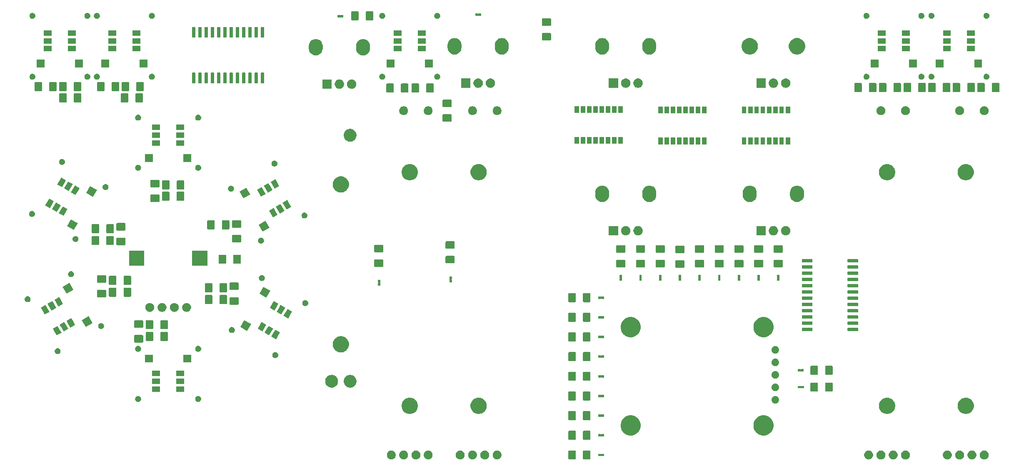
<source format=gbr>
G04 #@! TF.GenerationSoftware,KiCad,Pcbnew,(5.1.4-0-10_14)*
G04 #@! TF.CreationDate,2019-12-15T18:29:08+01:00*
G04 #@! TF.ProjectId,ProgrammerController,50726f67-7261-46d6-9d65-72436f6e7472,rev?*
G04 #@! TF.SameCoordinates,Original*
G04 #@! TF.FileFunction,Soldermask,Top*
G04 #@! TF.FilePolarity,Negative*
%FSLAX46Y46*%
G04 Gerber Fmt 4.6, Leading zero omitted, Abs format (unit mm)*
G04 Created by KiCad (PCBNEW (5.1.4-0-10_14)) date 2019-12-15 18:29:08*
%MOMM*%
%LPD*%
G04 APERTURE LIST*
%ADD10C,0.100000*%
G04 APERTURE END LIST*
D10*
G36*
X163588062Y-137078181D02*
G01*
X163622981Y-137088774D01*
X163655163Y-137105976D01*
X163683373Y-137129127D01*
X163706524Y-137157337D01*
X163723726Y-137189519D01*
X163734319Y-137224438D01*
X163738500Y-137266895D01*
X163738500Y-138733105D01*
X163734319Y-138775562D01*
X163723726Y-138810481D01*
X163706524Y-138842663D01*
X163683373Y-138870873D01*
X163655163Y-138894024D01*
X163622981Y-138911226D01*
X163588062Y-138921819D01*
X163545605Y-138926000D01*
X162404395Y-138926000D01*
X162361938Y-138921819D01*
X162327019Y-138911226D01*
X162294837Y-138894024D01*
X162266627Y-138870873D01*
X162243476Y-138842663D01*
X162226274Y-138810481D01*
X162215681Y-138775562D01*
X162211500Y-138733105D01*
X162211500Y-137266895D01*
X162215681Y-137224438D01*
X162226274Y-137189519D01*
X162243476Y-137157337D01*
X162266627Y-137129127D01*
X162294837Y-137105976D01*
X162327019Y-137088774D01*
X162361938Y-137078181D01*
X162404395Y-137074000D01*
X163545605Y-137074000D01*
X163588062Y-137078181D01*
X163588062Y-137078181D01*
G37*
G36*
X160613062Y-137078181D02*
G01*
X160647981Y-137088774D01*
X160680163Y-137105976D01*
X160708373Y-137129127D01*
X160731524Y-137157337D01*
X160748726Y-137189519D01*
X160759319Y-137224438D01*
X160763500Y-137266895D01*
X160763500Y-138733105D01*
X160759319Y-138775562D01*
X160748726Y-138810481D01*
X160731524Y-138842663D01*
X160708373Y-138870873D01*
X160680163Y-138894024D01*
X160647981Y-138911226D01*
X160613062Y-138921819D01*
X160570605Y-138926000D01*
X159429395Y-138926000D01*
X159386938Y-138921819D01*
X159352019Y-138911226D01*
X159319837Y-138894024D01*
X159291627Y-138870873D01*
X159268476Y-138842663D01*
X159251274Y-138810481D01*
X159240681Y-138775562D01*
X159236500Y-138733105D01*
X159236500Y-137266895D01*
X159240681Y-137224438D01*
X159251274Y-137189519D01*
X159268476Y-137157337D01*
X159291627Y-137129127D01*
X159319837Y-137105976D01*
X159352019Y-137088774D01*
X159386938Y-137078181D01*
X159429395Y-137074000D01*
X160570605Y-137074000D01*
X160613062Y-137078181D01*
X160613062Y-137078181D01*
G37*
G36*
X238863512Y-137103927D02*
G01*
X239012812Y-137133624D01*
X239176784Y-137201544D01*
X239324354Y-137300147D01*
X239449853Y-137425646D01*
X239548456Y-137573216D01*
X239616376Y-137737188D01*
X239651000Y-137911259D01*
X239651000Y-138088741D01*
X239616376Y-138262812D01*
X239548456Y-138426784D01*
X239449853Y-138574354D01*
X239324354Y-138699853D01*
X239176784Y-138798456D01*
X239012812Y-138866376D01*
X238863512Y-138896073D01*
X238838742Y-138901000D01*
X238661258Y-138901000D01*
X238636488Y-138896073D01*
X238487188Y-138866376D01*
X238323216Y-138798456D01*
X238175646Y-138699853D01*
X238050147Y-138574354D01*
X237951544Y-138426784D01*
X237883624Y-138262812D01*
X237849000Y-138088741D01*
X237849000Y-137911259D01*
X237883624Y-137737188D01*
X237951544Y-137573216D01*
X238050147Y-137425646D01*
X238175646Y-137300147D01*
X238323216Y-137201544D01*
X238487188Y-137133624D01*
X238636488Y-137103927D01*
X238661258Y-137099000D01*
X238838742Y-137099000D01*
X238863512Y-137103927D01*
X238863512Y-137103927D01*
G37*
G36*
X236363512Y-137103927D02*
G01*
X236512812Y-137133624D01*
X236676784Y-137201544D01*
X236824354Y-137300147D01*
X236949853Y-137425646D01*
X237048456Y-137573216D01*
X237116376Y-137737188D01*
X237151000Y-137911259D01*
X237151000Y-138088741D01*
X237116376Y-138262812D01*
X237048456Y-138426784D01*
X236949853Y-138574354D01*
X236824354Y-138699853D01*
X236676784Y-138798456D01*
X236512812Y-138866376D01*
X236363512Y-138896073D01*
X236338742Y-138901000D01*
X236161258Y-138901000D01*
X236136488Y-138896073D01*
X235987188Y-138866376D01*
X235823216Y-138798456D01*
X235675646Y-138699853D01*
X235550147Y-138574354D01*
X235451544Y-138426784D01*
X235383624Y-138262812D01*
X235349000Y-138088741D01*
X235349000Y-137911259D01*
X235383624Y-137737188D01*
X235451544Y-137573216D01*
X235550147Y-137425646D01*
X235675646Y-137300147D01*
X235823216Y-137201544D01*
X235987188Y-137133624D01*
X236136488Y-137103927D01*
X236161258Y-137099000D01*
X236338742Y-137099000D01*
X236363512Y-137103927D01*
X236363512Y-137103927D01*
G37*
G36*
X227863512Y-137103927D02*
G01*
X228012812Y-137133624D01*
X228176784Y-137201544D01*
X228324354Y-137300147D01*
X228449853Y-137425646D01*
X228548456Y-137573216D01*
X228616376Y-137737188D01*
X228651000Y-137911259D01*
X228651000Y-138088741D01*
X228616376Y-138262812D01*
X228548456Y-138426784D01*
X228449853Y-138574354D01*
X228324354Y-138699853D01*
X228176784Y-138798456D01*
X228012812Y-138866376D01*
X227863512Y-138896073D01*
X227838742Y-138901000D01*
X227661258Y-138901000D01*
X227636488Y-138896073D01*
X227487188Y-138866376D01*
X227323216Y-138798456D01*
X227175646Y-138699853D01*
X227050147Y-138574354D01*
X226951544Y-138426784D01*
X226883624Y-138262812D01*
X226849000Y-138088741D01*
X226849000Y-137911259D01*
X226883624Y-137737188D01*
X226951544Y-137573216D01*
X227050147Y-137425646D01*
X227175646Y-137300147D01*
X227323216Y-137201544D01*
X227487188Y-137133624D01*
X227636488Y-137103927D01*
X227661258Y-137099000D01*
X227838742Y-137099000D01*
X227863512Y-137103927D01*
X227863512Y-137103927D01*
G37*
G36*
X225363512Y-137103927D02*
G01*
X225512812Y-137133624D01*
X225676784Y-137201544D01*
X225824354Y-137300147D01*
X225949853Y-137425646D01*
X226048456Y-137573216D01*
X226116376Y-137737188D01*
X226151000Y-137911259D01*
X226151000Y-138088741D01*
X226116376Y-138262812D01*
X226048456Y-138426784D01*
X225949853Y-138574354D01*
X225824354Y-138699853D01*
X225676784Y-138798456D01*
X225512812Y-138866376D01*
X225363512Y-138896073D01*
X225338742Y-138901000D01*
X225161258Y-138901000D01*
X225136488Y-138896073D01*
X224987188Y-138866376D01*
X224823216Y-138798456D01*
X224675646Y-138699853D01*
X224550147Y-138574354D01*
X224451544Y-138426784D01*
X224383624Y-138262812D01*
X224349000Y-138088741D01*
X224349000Y-137911259D01*
X224383624Y-137737188D01*
X224451544Y-137573216D01*
X224550147Y-137425646D01*
X224675646Y-137300147D01*
X224823216Y-137201544D01*
X224987188Y-137133624D01*
X225136488Y-137103927D01*
X225161258Y-137099000D01*
X225338742Y-137099000D01*
X225363512Y-137103927D01*
X225363512Y-137103927D01*
G37*
G36*
X222863512Y-137103927D02*
G01*
X223012812Y-137133624D01*
X223176784Y-137201544D01*
X223324354Y-137300147D01*
X223449853Y-137425646D01*
X223548456Y-137573216D01*
X223616376Y-137737188D01*
X223651000Y-137911259D01*
X223651000Y-138088741D01*
X223616376Y-138262812D01*
X223548456Y-138426784D01*
X223449853Y-138574354D01*
X223324354Y-138699853D01*
X223176784Y-138798456D01*
X223012812Y-138866376D01*
X222863512Y-138896073D01*
X222838742Y-138901000D01*
X222661258Y-138901000D01*
X222636488Y-138896073D01*
X222487188Y-138866376D01*
X222323216Y-138798456D01*
X222175646Y-138699853D01*
X222050147Y-138574354D01*
X221951544Y-138426784D01*
X221883624Y-138262812D01*
X221849000Y-138088741D01*
X221849000Y-137911259D01*
X221883624Y-137737188D01*
X221951544Y-137573216D01*
X222050147Y-137425646D01*
X222175646Y-137300147D01*
X222323216Y-137201544D01*
X222487188Y-137133624D01*
X222636488Y-137103927D01*
X222661258Y-137099000D01*
X222838742Y-137099000D01*
X222863512Y-137103927D01*
X222863512Y-137103927D01*
G37*
G36*
X220363512Y-137103927D02*
G01*
X220512812Y-137133624D01*
X220676784Y-137201544D01*
X220824354Y-137300147D01*
X220949853Y-137425646D01*
X221048456Y-137573216D01*
X221116376Y-137737188D01*
X221151000Y-137911259D01*
X221151000Y-138088741D01*
X221116376Y-138262812D01*
X221048456Y-138426784D01*
X220949853Y-138574354D01*
X220824354Y-138699853D01*
X220676784Y-138798456D01*
X220512812Y-138866376D01*
X220363512Y-138896073D01*
X220338742Y-138901000D01*
X220161258Y-138901000D01*
X220136488Y-138896073D01*
X219987188Y-138866376D01*
X219823216Y-138798456D01*
X219675646Y-138699853D01*
X219550147Y-138574354D01*
X219451544Y-138426784D01*
X219383624Y-138262812D01*
X219349000Y-138088741D01*
X219349000Y-137911259D01*
X219383624Y-137737188D01*
X219451544Y-137573216D01*
X219550147Y-137425646D01*
X219675646Y-137300147D01*
X219823216Y-137201544D01*
X219987188Y-137133624D01*
X220136488Y-137103927D01*
X220161258Y-137099000D01*
X220338742Y-137099000D01*
X220363512Y-137103927D01*
X220363512Y-137103927D01*
G37*
G36*
X144863512Y-137103927D02*
G01*
X145012812Y-137133624D01*
X145176784Y-137201544D01*
X145324354Y-137300147D01*
X145449853Y-137425646D01*
X145548456Y-137573216D01*
X145616376Y-137737188D01*
X145651000Y-137911259D01*
X145651000Y-138088741D01*
X145616376Y-138262812D01*
X145548456Y-138426784D01*
X145449853Y-138574354D01*
X145324354Y-138699853D01*
X145176784Y-138798456D01*
X145012812Y-138866376D01*
X144863512Y-138896073D01*
X144838742Y-138901000D01*
X144661258Y-138901000D01*
X144636488Y-138896073D01*
X144487188Y-138866376D01*
X144323216Y-138798456D01*
X144175646Y-138699853D01*
X144050147Y-138574354D01*
X143951544Y-138426784D01*
X143883624Y-138262812D01*
X143849000Y-138088741D01*
X143849000Y-137911259D01*
X143883624Y-137737188D01*
X143951544Y-137573216D01*
X144050147Y-137425646D01*
X144175646Y-137300147D01*
X144323216Y-137201544D01*
X144487188Y-137133624D01*
X144636488Y-137103927D01*
X144661258Y-137099000D01*
X144838742Y-137099000D01*
X144863512Y-137103927D01*
X144863512Y-137103927D01*
G37*
G36*
X142363512Y-137103927D02*
G01*
X142512812Y-137133624D01*
X142676784Y-137201544D01*
X142824354Y-137300147D01*
X142949853Y-137425646D01*
X143048456Y-137573216D01*
X143116376Y-137737188D01*
X143151000Y-137911259D01*
X143151000Y-138088741D01*
X143116376Y-138262812D01*
X143048456Y-138426784D01*
X142949853Y-138574354D01*
X142824354Y-138699853D01*
X142676784Y-138798456D01*
X142512812Y-138866376D01*
X142363512Y-138896073D01*
X142338742Y-138901000D01*
X142161258Y-138901000D01*
X142136488Y-138896073D01*
X141987188Y-138866376D01*
X141823216Y-138798456D01*
X141675646Y-138699853D01*
X141550147Y-138574354D01*
X141451544Y-138426784D01*
X141383624Y-138262812D01*
X141349000Y-138088741D01*
X141349000Y-137911259D01*
X141383624Y-137737188D01*
X141451544Y-137573216D01*
X141550147Y-137425646D01*
X141675646Y-137300147D01*
X141823216Y-137201544D01*
X141987188Y-137133624D01*
X142136488Y-137103927D01*
X142161258Y-137099000D01*
X142338742Y-137099000D01*
X142363512Y-137103927D01*
X142363512Y-137103927D01*
G37*
G36*
X139863512Y-137103927D02*
G01*
X140012812Y-137133624D01*
X140176784Y-137201544D01*
X140324354Y-137300147D01*
X140449853Y-137425646D01*
X140548456Y-137573216D01*
X140616376Y-137737188D01*
X140651000Y-137911259D01*
X140651000Y-138088741D01*
X140616376Y-138262812D01*
X140548456Y-138426784D01*
X140449853Y-138574354D01*
X140324354Y-138699853D01*
X140176784Y-138798456D01*
X140012812Y-138866376D01*
X139863512Y-138896073D01*
X139838742Y-138901000D01*
X139661258Y-138901000D01*
X139636488Y-138896073D01*
X139487188Y-138866376D01*
X139323216Y-138798456D01*
X139175646Y-138699853D01*
X139050147Y-138574354D01*
X138951544Y-138426784D01*
X138883624Y-138262812D01*
X138849000Y-138088741D01*
X138849000Y-137911259D01*
X138883624Y-137737188D01*
X138951544Y-137573216D01*
X139050147Y-137425646D01*
X139175646Y-137300147D01*
X139323216Y-137201544D01*
X139487188Y-137133624D01*
X139636488Y-137103927D01*
X139661258Y-137099000D01*
X139838742Y-137099000D01*
X139863512Y-137103927D01*
X139863512Y-137103927D01*
G37*
G36*
X137363512Y-137103927D02*
G01*
X137512812Y-137133624D01*
X137676784Y-137201544D01*
X137824354Y-137300147D01*
X137949853Y-137425646D01*
X138048456Y-137573216D01*
X138116376Y-137737188D01*
X138151000Y-137911259D01*
X138151000Y-138088741D01*
X138116376Y-138262812D01*
X138048456Y-138426784D01*
X137949853Y-138574354D01*
X137824354Y-138699853D01*
X137676784Y-138798456D01*
X137512812Y-138866376D01*
X137363512Y-138896073D01*
X137338742Y-138901000D01*
X137161258Y-138901000D01*
X137136488Y-138896073D01*
X136987188Y-138866376D01*
X136823216Y-138798456D01*
X136675646Y-138699853D01*
X136550147Y-138574354D01*
X136451544Y-138426784D01*
X136383624Y-138262812D01*
X136349000Y-138088741D01*
X136349000Y-137911259D01*
X136383624Y-137737188D01*
X136451544Y-137573216D01*
X136550147Y-137425646D01*
X136675646Y-137300147D01*
X136823216Y-137201544D01*
X136987188Y-137133624D01*
X137136488Y-137103927D01*
X137161258Y-137099000D01*
X137338742Y-137099000D01*
X137363512Y-137103927D01*
X137363512Y-137103927D01*
G37*
G36*
X130863512Y-137103927D02*
G01*
X131012812Y-137133624D01*
X131176784Y-137201544D01*
X131324354Y-137300147D01*
X131449853Y-137425646D01*
X131548456Y-137573216D01*
X131616376Y-137737188D01*
X131651000Y-137911259D01*
X131651000Y-138088741D01*
X131616376Y-138262812D01*
X131548456Y-138426784D01*
X131449853Y-138574354D01*
X131324354Y-138699853D01*
X131176784Y-138798456D01*
X131012812Y-138866376D01*
X130863512Y-138896073D01*
X130838742Y-138901000D01*
X130661258Y-138901000D01*
X130636488Y-138896073D01*
X130487188Y-138866376D01*
X130323216Y-138798456D01*
X130175646Y-138699853D01*
X130050147Y-138574354D01*
X129951544Y-138426784D01*
X129883624Y-138262812D01*
X129849000Y-138088741D01*
X129849000Y-137911259D01*
X129883624Y-137737188D01*
X129951544Y-137573216D01*
X130050147Y-137425646D01*
X130175646Y-137300147D01*
X130323216Y-137201544D01*
X130487188Y-137133624D01*
X130636488Y-137103927D01*
X130661258Y-137099000D01*
X130838742Y-137099000D01*
X130863512Y-137103927D01*
X130863512Y-137103927D01*
G37*
G36*
X128363512Y-137103927D02*
G01*
X128512812Y-137133624D01*
X128676784Y-137201544D01*
X128824354Y-137300147D01*
X128949853Y-137425646D01*
X129048456Y-137573216D01*
X129116376Y-137737188D01*
X129151000Y-137911259D01*
X129151000Y-138088741D01*
X129116376Y-138262812D01*
X129048456Y-138426784D01*
X128949853Y-138574354D01*
X128824354Y-138699853D01*
X128676784Y-138798456D01*
X128512812Y-138866376D01*
X128363512Y-138896073D01*
X128338742Y-138901000D01*
X128161258Y-138901000D01*
X128136488Y-138896073D01*
X127987188Y-138866376D01*
X127823216Y-138798456D01*
X127675646Y-138699853D01*
X127550147Y-138574354D01*
X127451544Y-138426784D01*
X127383624Y-138262812D01*
X127349000Y-138088741D01*
X127349000Y-137911259D01*
X127383624Y-137737188D01*
X127451544Y-137573216D01*
X127550147Y-137425646D01*
X127675646Y-137300147D01*
X127823216Y-137201544D01*
X127987188Y-137133624D01*
X128136488Y-137103927D01*
X128161258Y-137099000D01*
X128338742Y-137099000D01*
X128363512Y-137103927D01*
X128363512Y-137103927D01*
G37*
G36*
X125863512Y-137103927D02*
G01*
X126012812Y-137133624D01*
X126176784Y-137201544D01*
X126324354Y-137300147D01*
X126449853Y-137425646D01*
X126548456Y-137573216D01*
X126616376Y-137737188D01*
X126651000Y-137911259D01*
X126651000Y-138088741D01*
X126616376Y-138262812D01*
X126548456Y-138426784D01*
X126449853Y-138574354D01*
X126324354Y-138699853D01*
X126176784Y-138798456D01*
X126012812Y-138866376D01*
X125863512Y-138896073D01*
X125838742Y-138901000D01*
X125661258Y-138901000D01*
X125636488Y-138896073D01*
X125487188Y-138866376D01*
X125323216Y-138798456D01*
X125175646Y-138699853D01*
X125050147Y-138574354D01*
X124951544Y-138426784D01*
X124883624Y-138262812D01*
X124849000Y-138088741D01*
X124849000Y-137911259D01*
X124883624Y-137737188D01*
X124951544Y-137573216D01*
X125050147Y-137425646D01*
X125175646Y-137300147D01*
X125323216Y-137201544D01*
X125487188Y-137133624D01*
X125636488Y-137103927D01*
X125661258Y-137099000D01*
X125838742Y-137099000D01*
X125863512Y-137103927D01*
X125863512Y-137103927D01*
G37*
G36*
X123363512Y-137103927D02*
G01*
X123512812Y-137133624D01*
X123676784Y-137201544D01*
X123824354Y-137300147D01*
X123949853Y-137425646D01*
X124048456Y-137573216D01*
X124116376Y-137737188D01*
X124151000Y-137911259D01*
X124151000Y-138088741D01*
X124116376Y-138262812D01*
X124048456Y-138426784D01*
X123949853Y-138574354D01*
X123824354Y-138699853D01*
X123676784Y-138798456D01*
X123512812Y-138866376D01*
X123363512Y-138896073D01*
X123338742Y-138901000D01*
X123161258Y-138901000D01*
X123136488Y-138896073D01*
X122987188Y-138866376D01*
X122823216Y-138798456D01*
X122675646Y-138699853D01*
X122550147Y-138574354D01*
X122451544Y-138426784D01*
X122383624Y-138262812D01*
X122349000Y-138088741D01*
X122349000Y-137911259D01*
X122383624Y-137737188D01*
X122451544Y-137573216D01*
X122550147Y-137425646D01*
X122675646Y-137300147D01*
X122823216Y-137201544D01*
X122987188Y-137133624D01*
X123136488Y-137103927D01*
X123161258Y-137099000D01*
X123338742Y-137099000D01*
X123363512Y-137103927D01*
X123363512Y-137103927D01*
G37*
G36*
X241363512Y-137103927D02*
G01*
X241512812Y-137133624D01*
X241676784Y-137201544D01*
X241824354Y-137300147D01*
X241949853Y-137425646D01*
X242048456Y-137573216D01*
X242116376Y-137737188D01*
X242151000Y-137911259D01*
X242151000Y-138088741D01*
X242116376Y-138262812D01*
X242048456Y-138426784D01*
X241949853Y-138574354D01*
X241824354Y-138699853D01*
X241676784Y-138798456D01*
X241512812Y-138866376D01*
X241363512Y-138896073D01*
X241338742Y-138901000D01*
X241161258Y-138901000D01*
X241136488Y-138896073D01*
X240987188Y-138866376D01*
X240823216Y-138798456D01*
X240675646Y-138699853D01*
X240550147Y-138574354D01*
X240451544Y-138426784D01*
X240383624Y-138262812D01*
X240349000Y-138088741D01*
X240349000Y-137911259D01*
X240383624Y-137737188D01*
X240451544Y-137573216D01*
X240550147Y-137425646D01*
X240675646Y-137300147D01*
X240823216Y-137201544D01*
X240987188Y-137133624D01*
X241136488Y-137103927D01*
X241161258Y-137099000D01*
X241338742Y-137099000D01*
X241363512Y-137103927D01*
X241363512Y-137103927D01*
G37*
G36*
X243863512Y-137103927D02*
G01*
X244012812Y-137133624D01*
X244176784Y-137201544D01*
X244324354Y-137300147D01*
X244449853Y-137425646D01*
X244548456Y-137573216D01*
X244616376Y-137737188D01*
X244651000Y-137911259D01*
X244651000Y-138088741D01*
X244616376Y-138262812D01*
X244548456Y-138426784D01*
X244449853Y-138574354D01*
X244324354Y-138699853D01*
X244176784Y-138798456D01*
X244012812Y-138866376D01*
X243863512Y-138896073D01*
X243838742Y-138901000D01*
X243661258Y-138901000D01*
X243636488Y-138896073D01*
X243487188Y-138866376D01*
X243323216Y-138798456D01*
X243175646Y-138699853D01*
X243050147Y-138574354D01*
X242951544Y-138426784D01*
X242883624Y-138262812D01*
X242849000Y-138088741D01*
X242849000Y-137911259D01*
X242883624Y-137737188D01*
X242951544Y-137573216D01*
X243050147Y-137425646D01*
X243175646Y-137300147D01*
X243323216Y-137201544D01*
X243487188Y-137133624D01*
X243636488Y-137103927D01*
X243661258Y-137099000D01*
X243838742Y-137099000D01*
X243863512Y-137103927D01*
X243863512Y-137103927D01*
G37*
G36*
X165810170Y-137750803D02*
G01*
X165821877Y-137754355D01*
X165841077Y-137764617D01*
X165863716Y-137773994D01*
X165887749Y-137778774D01*
X165912253Y-137778774D01*
X165936286Y-137773993D01*
X165958923Y-137764617D01*
X165978123Y-137754355D01*
X165989830Y-137750803D01*
X166008138Y-137749000D01*
X166431862Y-137749000D01*
X166450170Y-137750803D01*
X166461875Y-137754354D01*
X166472665Y-137760121D01*
X166482119Y-137767881D01*
X166489879Y-137777335D01*
X166495646Y-137788125D01*
X166499197Y-137799830D01*
X166501000Y-137818138D01*
X166501000Y-138181862D01*
X166499197Y-138200170D01*
X166495646Y-138211875D01*
X166489879Y-138222665D01*
X166482119Y-138232119D01*
X166472665Y-138239879D01*
X166461875Y-138245646D01*
X166450170Y-138249197D01*
X166431862Y-138251000D01*
X166008138Y-138251000D01*
X165989830Y-138249197D01*
X165978123Y-138245645D01*
X165958923Y-138235383D01*
X165936284Y-138226006D01*
X165912251Y-138221226D01*
X165887747Y-138221226D01*
X165863714Y-138226007D01*
X165841077Y-138235383D01*
X165821877Y-138245645D01*
X165810170Y-138249197D01*
X165791862Y-138251000D01*
X165368138Y-138251000D01*
X165349830Y-138249197D01*
X165338125Y-138245646D01*
X165327335Y-138239879D01*
X165317881Y-138232119D01*
X165310121Y-138222665D01*
X165304354Y-138211875D01*
X165300803Y-138200170D01*
X165299000Y-138181862D01*
X165299000Y-137818138D01*
X165300803Y-137799830D01*
X165304354Y-137788125D01*
X165310121Y-137777335D01*
X165317881Y-137767881D01*
X165327335Y-137760121D01*
X165338125Y-137754354D01*
X165349830Y-137750803D01*
X165368138Y-137749000D01*
X165791862Y-137749000D01*
X165810170Y-137750803D01*
X165810170Y-137750803D01*
G37*
G36*
X160613062Y-133078181D02*
G01*
X160647981Y-133088774D01*
X160680163Y-133105976D01*
X160708373Y-133129127D01*
X160731524Y-133157337D01*
X160748726Y-133189519D01*
X160759319Y-133224438D01*
X160763500Y-133266895D01*
X160763500Y-134733105D01*
X160759319Y-134775562D01*
X160748726Y-134810481D01*
X160731524Y-134842663D01*
X160708373Y-134870873D01*
X160680163Y-134894024D01*
X160647981Y-134911226D01*
X160613062Y-134921819D01*
X160570605Y-134926000D01*
X159429395Y-134926000D01*
X159386938Y-134921819D01*
X159352019Y-134911226D01*
X159319837Y-134894024D01*
X159291627Y-134870873D01*
X159268476Y-134842663D01*
X159251274Y-134810481D01*
X159240681Y-134775562D01*
X159236500Y-134733105D01*
X159236500Y-133266895D01*
X159240681Y-133224438D01*
X159251274Y-133189519D01*
X159268476Y-133157337D01*
X159291627Y-133129127D01*
X159319837Y-133105976D01*
X159352019Y-133088774D01*
X159386938Y-133078181D01*
X159429395Y-133074000D01*
X160570605Y-133074000D01*
X160613062Y-133078181D01*
X160613062Y-133078181D01*
G37*
G36*
X163588062Y-133078181D02*
G01*
X163622981Y-133088774D01*
X163655163Y-133105976D01*
X163683373Y-133129127D01*
X163706524Y-133157337D01*
X163723726Y-133189519D01*
X163734319Y-133224438D01*
X163738500Y-133266895D01*
X163738500Y-134733105D01*
X163734319Y-134775562D01*
X163723726Y-134810481D01*
X163706524Y-134842663D01*
X163683373Y-134870873D01*
X163655163Y-134894024D01*
X163622981Y-134911226D01*
X163588062Y-134921819D01*
X163545605Y-134926000D01*
X162404395Y-134926000D01*
X162361938Y-134921819D01*
X162327019Y-134911226D01*
X162294837Y-134894024D01*
X162266627Y-134870873D01*
X162243476Y-134842663D01*
X162226274Y-134810481D01*
X162215681Y-134775562D01*
X162211500Y-134733105D01*
X162211500Y-133266895D01*
X162215681Y-133224438D01*
X162226274Y-133189519D01*
X162243476Y-133157337D01*
X162266627Y-133129127D01*
X162294837Y-133105976D01*
X162327019Y-133088774D01*
X162361938Y-133078181D01*
X162404395Y-133074000D01*
X163545605Y-133074000D01*
X163588062Y-133078181D01*
X163588062Y-133078181D01*
G37*
G36*
X165810170Y-133750803D02*
G01*
X165821877Y-133754355D01*
X165841077Y-133764617D01*
X165863716Y-133773994D01*
X165887749Y-133778774D01*
X165912253Y-133778774D01*
X165936286Y-133773993D01*
X165958923Y-133764617D01*
X165978123Y-133754355D01*
X165989830Y-133750803D01*
X166008138Y-133749000D01*
X166431862Y-133749000D01*
X166450170Y-133750803D01*
X166461875Y-133754354D01*
X166472665Y-133760121D01*
X166482119Y-133767881D01*
X166489879Y-133777335D01*
X166495646Y-133788125D01*
X166499197Y-133799830D01*
X166501000Y-133818138D01*
X166501000Y-134181862D01*
X166499197Y-134200170D01*
X166495646Y-134211875D01*
X166489879Y-134222665D01*
X166482119Y-134232119D01*
X166472665Y-134239879D01*
X166461875Y-134245646D01*
X166450170Y-134249197D01*
X166431862Y-134251000D01*
X166008138Y-134251000D01*
X165989830Y-134249197D01*
X165978123Y-134245645D01*
X165958923Y-134235383D01*
X165936284Y-134226006D01*
X165912251Y-134221226D01*
X165887747Y-134221226D01*
X165863714Y-134226007D01*
X165841077Y-134235383D01*
X165821877Y-134245645D01*
X165810170Y-134249197D01*
X165791862Y-134251000D01*
X165368138Y-134251000D01*
X165349830Y-134249197D01*
X165338125Y-134245646D01*
X165327335Y-134239879D01*
X165317881Y-134232119D01*
X165310121Y-134222665D01*
X165304354Y-134211875D01*
X165300803Y-134200170D01*
X165299000Y-134181862D01*
X165299000Y-133818138D01*
X165300803Y-133799830D01*
X165304354Y-133788125D01*
X165310121Y-133777335D01*
X165317881Y-133767881D01*
X165327335Y-133760121D01*
X165338125Y-133754354D01*
X165349830Y-133750803D01*
X165368138Y-133749000D01*
X165791862Y-133749000D01*
X165810170Y-133750803D01*
X165810170Y-133750803D01*
G37*
G36*
X172498254Y-130027818D02*
G01*
X172870149Y-130181862D01*
X172871513Y-130182427D01*
X173207436Y-130406884D01*
X173493116Y-130692564D01*
X173646300Y-130921819D01*
X173717574Y-131028489D01*
X173872182Y-131401746D01*
X173951000Y-131797993D01*
X173951000Y-132202007D01*
X173872182Y-132598254D01*
X173717574Y-132971511D01*
X173717573Y-132971513D01*
X173493116Y-133307436D01*
X173207436Y-133593116D01*
X172871513Y-133817573D01*
X172871512Y-133817574D01*
X172871511Y-133817574D01*
X172498254Y-133972182D01*
X172102007Y-134051000D01*
X171697993Y-134051000D01*
X171301746Y-133972182D01*
X170928489Y-133817574D01*
X170928488Y-133817574D01*
X170928487Y-133817573D01*
X170592564Y-133593116D01*
X170306884Y-133307436D01*
X170082427Y-132971513D01*
X170082426Y-132971511D01*
X169927818Y-132598254D01*
X169849000Y-132202007D01*
X169849000Y-131797993D01*
X169927818Y-131401746D01*
X170082426Y-131028489D01*
X170153701Y-130921819D01*
X170306884Y-130692564D01*
X170592564Y-130406884D01*
X170928487Y-130182427D01*
X170929851Y-130181862D01*
X171301746Y-130027818D01*
X171697993Y-129949000D01*
X172102007Y-129949000D01*
X172498254Y-130027818D01*
X172498254Y-130027818D01*
G37*
G36*
X199498254Y-130027818D02*
G01*
X199870149Y-130181862D01*
X199871513Y-130182427D01*
X200207436Y-130406884D01*
X200493116Y-130692564D01*
X200646300Y-130921819D01*
X200717574Y-131028489D01*
X200872182Y-131401746D01*
X200951000Y-131797993D01*
X200951000Y-132202007D01*
X200872182Y-132598254D01*
X200717574Y-132971511D01*
X200717573Y-132971513D01*
X200493116Y-133307436D01*
X200207436Y-133593116D01*
X199871513Y-133817573D01*
X199871512Y-133817574D01*
X199871511Y-133817574D01*
X199498254Y-133972182D01*
X199102007Y-134051000D01*
X198697993Y-134051000D01*
X198301746Y-133972182D01*
X197928489Y-133817574D01*
X197928488Y-133817574D01*
X197928487Y-133817573D01*
X197592564Y-133593116D01*
X197306884Y-133307436D01*
X197082427Y-132971513D01*
X197082426Y-132971511D01*
X196927818Y-132598254D01*
X196849000Y-132202007D01*
X196849000Y-131797993D01*
X196927818Y-131401746D01*
X197082426Y-131028489D01*
X197153701Y-130921819D01*
X197306884Y-130692564D01*
X197592564Y-130406884D01*
X197928487Y-130182427D01*
X197929851Y-130181862D01*
X198301746Y-130027818D01*
X198697993Y-129949000D01*
X199102007Y-129949000D01*
X199498254Y-130027818D01*
X199498254Y-130027818D01*
G37*
G36*
X163588062Y-129078181D02*
G01*
X163622981Y-129088774D01*
X163655163Y-129105976D01*
X163683373Y-129129127D01*
X163706524Y-129157337D01*
X163723726Y-129189519D01*
X163734319Y-129224438D01*
X163738500Y-129266895D01*
X163738500Y-130733105D01*
X163734319Y-130775562D01*
X163723726Y-130810481D01*
X163706524Y-130842663D01*
X163683373Y-130870873D01*
X163655163Y-130894024D01*
X163622981Y-130911226D01*
X163588062Y-130921819D01*
X163545605Y-130926000D01*
X162404395Y-130926000D01*
X162361938Y-130921819D01*
X162327019Y-130911226D01*
X162294837Y-130894024D01*
X162266627Y-130870873D01*
X162243476Y-130842663D01*
X162226274Y-130810481D01*
X162215681Y-130775562D01*
X162211500Y-130733105D01*
X162211500Y-129266895D01*
X162215681Y-129224438D01*
X162226274Y-129189519D01*
X162243476Y-129157337D01*
X162266627Y-129129127D01*
X162294837Y-129105976D01*
X162327019Y-129088774D01*
X162361938Y-129078181D01*
X162404395Y-129074000D01*
X163545605Y-129074000D01*
X163588062Y-129078181D01*
X163588062Y-129078181D01*
G37*
G36*
X160613062Y-129078181D02*
G01*
X160647981Y-129088774D01*
X160680163Y-129105976D01*
X160708373Y-129129127D01*
X160731524Y-129157337D01*
X160748726Y-129189519D01*
X160759319Y-129224438D01*
X160763500Y-129266895D01*
X160763500Y-130733105D01*
X160759319Y-130775562D01*
X160748726Y-130810481D01*
X160731524Y-130842663D01*
X160708373Y-130870873D01*
X160680163Y-130894024D01*
X160647981Y-130911226D01*
X160613062Y-130921819D01*
X160570605Y-130926000D01*
X159429395Y-130926000D01*
X159386938Y-130921819D01*
X159352019Y-130911226D01*
X159319837Y-130894024D01*
X159291627Y-130870873D01*
X159268476Y-130842663D01*
X159251274Y-130810481D01*
X159240681Y-130775562D01*
X159236500Y-130733105D01*
X159236500Y-129266895D01*
X159240681Y-129224438D01*
X159251274Y-129189519D01*
X159268476Y-129157337D01*
X159291627Y-129129127D01*
X159319837Y-129105976D01*
X159352019Y-129088774D01*
X159386938Y-129078181D01*
X159429395Y-129074000D01*
X160570605Y-129074000D01*
X160613062Y-129078181D01*
X160613062Y-129078181D01*
G37*
G36*
X165810170Y-129750803D02*
G01*
X165821877Y-129754355D01*
X165841077Y-129764617D01*
X165863716Y-129773994D01*
X165887749Y-129778774D01*
X165912253Y-129778774D01*
X165936286Y-129773993D01*
X165958923Y-129764617D01*
X165978123Y-129754355D01*
X165989830Y-129750803D01*
X166008138Y-129749000D01*
X166431862Y-129749000D01*
X166450170Y-129750803D01*
X166461875Y-129754354D01*
X166472665Y-129760121D01*
X166482119Y-129767881D01*
X166489879Y-129777335D01*
X166495646Y-129788125D01*
X166499197Y-129799830D01*
X166501000Y-129818138D01*
X166501000Y-130181862D01*
X166499197Y-130200170D01*
X166495646Y-130211875D01*
X166489879Y-130222665D01*
X166482119Y-130232119D01*
X166472665Y-130239879D01*
X166461875Y-130245646D01*
X166450170Y-130249197D01*
X166431862Y-130251000D01*
X166008138Y-130251000D01*
X165989830Y-130249197D01*
X165978123Y-130245645D01*
X165958923Y-130235383D01*
X165936284Y-130226006D01*
X165912251Y-130221226D01*
X165887747Y-130221226D01*
X165863714Y-130226007D01*
X165841077Y-130235383D01*
X165821877Y-130245645D01*
X165810170Y-130249197D01*
X165791862Y-130251000D01*
X165368138Y-130251000D01*
X165349830Y-130249197D01*
X165338125Y-130245646D01*
X165327335Y-130239879D01*
X165317881Y-130232119D01*
X165310121Y-130222665D01*
X165304354Y-130211875D01*
X165300803Y-130200170D01*
X165299000Y-130181862D01*
X165299000Y-129818138D01*
X165300803Y-129799830D01*
X165304354Y-129788125D01*
X165310121Y-129777335D01*
X165317881Y-129767881D01*
X165327335Y-129760121D01*
X165338125Y-129754354D01*
X165349830Y-129750803D01*
X165368138Y-129749000D01*
X165791862Y-129749000D01*
X165810170Y-129750803D01*
X165810170Y-129750803D01*
G37*
G36*
X240375256Y-126391298D02*
G01*
X240481579Y-126412447D01*
X240782042Y-126536903D01*
X241052451Y-126717585D01*
X241282415Y-126947549D01*
X241463097Y-127217958D01*
X241587553Y-127518421D01*
X241651000Y-127837391D01*
X241651000Y-128162609D01*
X241587553Y-128481579D01*
X241463097Y-128782042D01*
X241282415Y-129052451D01*
X241052451Y-129282415D01*
X240782042Y-129463097D01*
X240481579Y-129587553D01*
X240375256Y-129608702D01*
X240162611Y-129651000D01*
X239837389Y-129651000D01*
X239624744Y-129608702D01*
X239518421Y-129587553D01*
X239217958Y-129463097D01*
X238947549Y-129282415D01*
X238717585Y-129052451D01*
X238536903Y-128782042D01*
X238412447Y-128481579D01*
X238349000Y-128162609D01*
X238349000Y-127837391D01*
X238412447Y-127518421D01*
X238536903Y-127217958D01*
X238717585Y-126947549D01*
X238947549Y-126717585D01*
X239217958Y-126536903D01*
X239518421Y-126412447D01*
X239624744Y-126391298D01*
X239837389Y-126349000D01*
X240162611Y-126349000D01*
X240375256Y-126391298D01*
X240375256Y-126391298D01*
G37*
G36*
X127375256Y-126391298D02*
G01*
X127481579Y-126412447D01*
X127782042Y-126536903D01*
X128052451Y-126717585D01*
X128282415Y-126947549D01*
X128463097Y-127217958D01*
X128587553Y-127518421D01*
X128651000Y-127837391D01*
X128651000Y-128162609D01*
X128587553Y-128481579D01*
X128463097Y-128782042D01*
X128282415Y-129052451D01*
X128052451Y-129282415D01*
X127782042Y-129463097D01*
X127481579Y-129587553D01*
X127375256Y-129608702D01*
X127162611Y-129651000D01*
X126837389Y-129651000D01*
X126624744Y-129608702D01*
X126518421Y-129587553D01*
X126217958Y-129463097D01*
X125947549Y-129282415D01*
X125717585Y-129052451D01*
X125536903Y-128782042D01*
X125412447Y-128481579D01*
X125349000Y-128162609D01*
X125349000Y-127837391D01*
X125412447Y-127518421D01*
X125536903Y-127217958D01*
X125717585Y-126947549D01*
X125947549Y-126717585D01*
X126217958Y-126536903D01*
X126518421Y-126412447D01*
X126624744Y-126391298D01*
X126837389Y-126349000D01*
X127162611Y-126349000D01*
X127375256Y-126391298D01*
X127375256Y-126391298D01*
G37*
G36*
X224375256Y-126391298D02*
G01*
X224481579Y-126412447D01*
X224782042Y-126536903D01*
X225052451Y-126717585D01*
X225282415Y-126947549D01*
X225463097Y-127217958D01*
X225587553Y-127518421D01*
X225651000Y-127837391D01*
X225651000Y-128162609D01*
X225587553Y-128481579D01*
X225463097Y-128782042D01*
X225282415Y-129052451D01*
X225052451Y-129282415D01*
X224782042Y-129463097D01*
X224481579Y-129587553D01*
X224375256Y-129608702D01*
X224162611Y-129651000D01*
X223837389Y-129651000D01*
X223624744Y-129608702D01*
X223518421Y-129587553D01*
X223217958Y-129463097D01*
X222947549Y-129282415D01*
X222717585Y-129052451D01*
X222536903Y-128782042D01*
X222412447Y-128481579D01*
X222349000Y-128162609D01*
X222349000Y-127837391D01*
X222412447Y-127518421D01*
X222536903Y-127217958D01*
X222717585Y-126947549D01*
X222947549Y-126717585D01*
X223217958Y-126536903D01*
X223518421Y-126412447D01*
X223624744Y-126391298D01*
X223837389Y-126349000D01*
X224162611Y-126349000D01*
X224375256Y-126391298D01*
X224375256Y-126391298D01*
G37*
G36*
X141375256Y-126391298D02*
G01*
X141481579Y-126412447D01*
X141782042Y-126536903D01*
X142052451Y-126717585D01*
X142282415Y-126947549D01*
X142463097Y-127217958D01*
X142587553Y-127518421D01*
X142651000Y-127837391D01*
X142651000Y-128162609D01*
X142587553Y-128481579D01*
X142463097Y-128782042D01*
X142282415Y-129052451D01*
X142052451Y-129282415D01*
X141782042Y-129463097D01*
X141481579Y-129587553D01*
X141375256Y-129608702D01*
X141162611Y-129651000D01*
X140837389Y-129651000D01*
X140624744Y-129608702D01*
X140518421Y-129587553D01*
X140217958Y-129463097D01*
X139947549Y-129282415D01*
X139717585Y-129052451D01*
X139536903Y-128782042D01*
X139412447Y-128481579D01*
X139349000Y-128162609D01*
X139349000Y-127837391D01*
X139412447Y-127518421D01*
X139536903Y-127217958D01*
X139717585Y-126947549D01*
X139947549Y-126717585D01*
X140217958Y-126536903D01*
X140518421Y-126412447D01*
X140624744Y-126391298D01*
X140837389Y-126349000D01*
X141162611Y-126349000D01*
X141375256Y-126391298D01*
X141375256Y-126391298D01*
G37*
G36*
X201504059Y-126057860D02*
G01*
X201640732Y-126114472D01*
X201763735Y-126196660D01*
X201868340Y-126301265D01*
X201942629Y-126412447D01*
X201950529Y-126424270D01*
X202007140Y-126560941D01*
X202036000Y-126706032D01*
X202036000Y-126853968D01*
X202007140Y-126999059D01*
X201979070Y-127066827D01*
X201950528Y-127135732D01*
X201868340Y-127258735D01*
X201763735Y-127363340D01*
X201640732Y-127445528D01*
X201640731Y-127445529D01*
X201640730Y-127445529D01*
X201504059Y-127502140D01*
X201358968Y-127531000D01*
X201211032Y-127531000D01*
X201065941Y-127502140D01*
X200929270Y-127445529D01*
X200929269Y-127445529D01*
X200929268Y-127445528D01*
X200806265Y-127363340D01*
X200701660Y-127258735D01*
X200619472Y-127135732D01*
X200590931Y-127066827D01*
X200562860Y-126999059D01*
X200534000Y-126853968D01*
X200534000Y-126706032D01*
X200562860Y-126560941D01*
X200619471Y-126424270D01*
X200627371Y-126412447D01*
X200701660Y-126301265D01*
X200806265Y-126196660D01*
X200929268Y-126114472D01*
X201065941Y-126057860D01*
X201211032Y-126029000D01*
X201358968Y-126029000D01*
X201504059Y-126057860D01*
X201504059Y-126057860D01*
G37*
G36*
X84136601Y-126014397D02*
G01*
X84175305Y-126022096D01*
X84207340Y-126035365D01*
X84284680Y-126067400D01*
X84383115Y-126133173D01*
X84466827Y-126216885D01*
X84532600Y-126315320D01*
X84546550Y-126349000D01*
X84572831Y-126412447D01*
X84577904Y-126424696D01*
X84600224Y-126536903D01*
X84601000Y-126540807D01*
X84601000Y-126659193D01*
X84577904Y-126775305D01*
X84564801Y-126806939D01*
X84532600Y-126884680D01*
X84466827Y-126983115D01*
X84383115Y-127066827D01*
X84284680Y-127132600D01*
X84207340Y-127164635D01*
X84175305Y-127177904D01*
X84136601Y-127185603D01*
X84059195Y-127201000D01*
X83940805Y-127201000D01*
X83863399Y-127185603D01*
X83824695Y-127177904D01*
X83792660Y-127164635D01*
X83715320Y-127132600D01*
X83616885Y-127066827D01*
X83533173Y-126983115D01*
X83467400Y-126884680D01*
X83435199Y-126806939D01*
X83422096Y-126775305D01*
X83399000Y-126659193D01*
X83399000Y-126540807D01*
X83399777Y-126536903D01*
X83422096Y-126424696D01*
X83427170Y-126412447D01*
X83453450Y-126349000D01*
X83467400Y-126315320D01*
X83533173Y-126216885D01*
X83616885Y-126133173D01*
X83715320Y-126067400D01*
X83792660Y-126035365D01*
X83824695Y-126022096D01*
X83863399Y-126014397D01*
X83940805Y-125999000D01*
X84059195Y-125999000D01*
X84136601Y-126014397D01*
X84136601Y-126014397D01*
G37*
G36*
X71936601Y-126014397D02*
G01*
X71975305Y-126022096D01*
X72007340Y-126035365D01*
X72084680Y-126067400D01*
X72183115Y-126133173D01*
X72266827Y-126216885D01*
X72332600Y-126315320D01*
X72346550Y-126349000D01*
X72372831Y-126412447D01*
X72377904Y-126424696D01*
X72400224Y-126536903D01*
X72401000Y-126540807D01*
X72401000Y-126659193D01*
X72377904Y-126775305D01*
X72364801Y-126806939D01*
X72332600Y-126884680D01*
X72266827Y-126983115D01*
X72183115Y-127066827D01*
X72084680Y-127132600D01*
X72007340Y-127164635D01*
X71975305Y-127177904D01*
X71936601Y-127185603D01*
X71859195Y-127201000D01*
X71740805Y-127201000D01*
X71663399Y-127185603D01*
X71624695Y-127177904D01*
X71592660Y-127164635D01*
X71515320Y-127132600D01*
X71416885Y-127066827D01*
X71333173Y-126983115D01*
X71267400Y-126884680D01*
X71235199Y-126806939D01*
X71222096Y-126775305D01*
X71199000Y-126659193D01*
X71199000Y-126540807D01*
X71199777Y-126536903D01*
X71222096Y-126424696D01*
X71227170Y-126412447D01*
X71253450Y-126349000D01*
X71267400Y-126315320D01*
X71333173Y-126216885D01*
X71416885Y-126133173D01*
X71515320Y-126067400D01*
X71592660Y-126035365D01*
X71624695Y-126022096D01*
X71663399Y-126014397D01*
X71740805Y-125999000D01*
X71859195Y-125999000D01*
X71936601Y-126014397D01*
X71936601Y-126014397D01*
G37*
G36*
X163588062Y-125078181D02*
G01*
X163622981Y-125088774D01*
X163655163Y-125105976D01*
X163683373Y-125129127D01*
X163706524Y-125157337D01*
X163723726Y-125189519D01*
X163734319Y-125224438D01*
X163738500Y-125266895D01*
X163738500Y-126733105D01*
X163734319Y-126775562D01*
X163723726Y-126810481D01*
X163706524Y-126842663D01*
X163683373Y-126870873D01*
X163655163Y-126894024D01*
X163622981Y-126911226D01*
X163588062Y-126921819D01*
X163545605Y-126926000D01*
X162404395Y-126926000D01*
X162361938Y-126921819D01*
X162327019Y-126911226D01*
X162294837Y-126894024D01*
X162266627Y-126870873D01*
X162243476Y-126842663D01*
X162226274Y-126810481D01*
X162215681Y-126775562D01*
X162211500Y-126733105D01*
X162211500Y-125266895D01*
X162215681Y-125224438D01*
X162226274Y-125189519D01*
X162243476Y-125157337D01*
X162266627Y-125129127D01*
X162294837Y-125105976D01*
X162327019Y-125088774D01*
X162361938Y-125078181D01*
X162404395Y-125074000D01*
X163545605Y-125074000D01*
X163588062Y-125078181D01*
X163588062Y-125078181D01*
G37*
G36*
X160613062Y-125078181D02*
G01*
X160647981Y-125088774D01*
X160680163Y-125105976D01*
X160708373Y-125129127D01*
X160731524Y-125157337D01*
X160748726Y-125189519D01*
X160759319Y-125224438D01*
X160763500Y-125266895D01*
X160763500Y-126733105D01*
X160759319Y-126775562D01*
X160748726Y-126810481D01*
X160731524Y-126842663D01*
X160708373Y-126870873D01*
X160680163Y-126894024D01*
X160647981Y-126911226D01*
X160613062Y-126921819D01*
X160570605Y-126926000D01*
X159429395Y-126926000D01*
X159386938Y-126921819D01*
X159352019Y-126911226D01*
X159319837Y-126894024D01*
X159291627Y-126870873D01*
X159268476Y-126842663D01*
X159251274Y-126810481D01*
X159240681Y-126775562D01*
X159236500Y-126733105D01*
X159236500Y-125266895D01*
X159240681Y-125224438D01*
X159251274Y-125189519D01*
X159268476Y-125157337D01*
X159291627Y-125129127D01*
X159319837Y-125105976D01*
X159352019Y-125088774D01*
X159386938Y-125078181D01*
X159429395Y-125074000D01*
X160570605Y-125074000D01*
X160613062Y-125078181D01*
X160613062Y-125078181D01*
G37*
G36*
X165810170Y-125750803D02*
G01*
X165821877Y-125754355D01*
X165841077Y-125764617D01*
X165863716Y-125773994D01*
X165887749Y-125778774D01*
X165912253Y-125778774D01*
X165936286Y-125773993D01*
X165958923Y-125764617D01*
X165978123Y-125754355D01*
X165989830Y-125750803D01*
X166008138Y-125749000D01*
X166431862Y-125749000D01*
X166450170Y-125750803D01*
X166461875Y-125754354D01*
X166472665Y-125760121D01*
X166482119Y-125767881D01*
X166489879Y-125777335D01*
X166495646Y-125788125D01*
X166499197Y-125799830D01*
X166501000Y-125818138D01*
X166501000Y-126181862D01*
X166499197Y-126200170D01*
X166495646Y-126211875D01*
X166489879Y-126222665D01*
X166482119Y-126232119D01*
X166472665Y-126239879D01*
X166461875Y-126245646D01*
X166450170Y-126249197D01*
X166431862Y-126251000D01*
X166008138Y-126251000D01*
X165989830Y-126249197D01*
X165978123Y-126245645D01*
X165958923Y-126235383D01*
X165936284Y-126226006D01*
X165912251Y-126221226D01*
X165887747Y-126221226D01*
X165863714Y-126226007D01*
X165841077Y-126235383D01*
X165821877Y-126245645D01*
X165810170Y-126249197D01*
X165791862Y-126251000D01*
X165368138Y-126251000D01*
X165349830Y-126249197D01*
X165338125Y-126245646D01*
X165327335Y-126239879D01*
X165317881Y-126232119D01*
X165310121Y-126222665D01*
X165304354Y-126211875D01*
X165300803Y-126200170D01*
X165299000Y-126181862D01*
X165299000Y-125818138D01*
X165300803Y-125799830D01*
X165304354Y-125788125D01*
X165310121Y-125777335D01*
X165317881Y-125767881D01*
X165327335Y-125760121D01*
X165338125Y-125754354D01*
X165349830Y-125750803D01*
X165368138Y-125749000D01*
X165791862Y-125749000D01*
X165810170Y-125750803D01*
X165810170Y-125750803D01*
G37*
G36*
X76251000Y-125151000D02*
G01*
X74649000Y-125151000D01*
X74649000Y-124049000D01*
X76251000Y-124049000D01*
X76251000Y-125151000D01*
X76251000Y-125151000D01*
G37*
G36*
X81151000Y-125151000D02*
G01*
X79549000Y-125151000D01*
X79549000Y-124049000D01*
X81151000Y-124049000D01*
X81151000Y-125151000D01*
X81151000Y-125151000D01*
G37*
G36*
X209813062Y-123278181D02*
G01*
X209847981Y-123288774D01*
X209880163Y-123305976D01*
X209908373Y-123329127D01*
X209931524Y-123357337D01*
X209948726Y-123389519D01*
X209959319Y-123424438D01*
X209963500Y-123466895D01*
X209963500Y-124933105D01*
X209959319Y-124975562D01*
X209948726Y-125010481D01*
X209931524Y-125042663D01*
X209908373Y-125070873D01*
X209880163Y-125094024D01*
X209847981Y-125111226D01*
X209813062Y-125121819D01*
X209770605Y-125126000D01*
X208629395Y-125126000D01*
X208586938Y-125121819D01*
X208552019Y-125111226D01*
X208519837Y-125094024D01*
X208491627Y-125070873D01*
X208468476Y-125042663D01*
X208451274Y-125010481D01*
X208440681Y-124975562D01*
X208436500Y-124933105D01*
X208436500Y-123466895D01*
X208440681Y-123424438D01*
X208451274Y-123389519D01*
X208468476Y-123357337D01*
X208491627Y-123329127D01*
X208519837Y-123305976D01*
X208552019Y-123288774D01*
X208586938Y-123278181D01*
X208629395Y-123274000D01*
X209770605Y-123274000D01*
X209813062Y-123278181D01*
X209813062Y-123278181D01*
G37*
G36*
X212788062Y-123278181D02*
G01*
X212822981Y-123288774D01*
X212855163Y-123305976D01*
X212883373Y-123329127D01*
X212906524Y-123357337D01*
X212923726Y-123389519D01*
X212934319Y-123424438D01*
X212938500Y-123466895D01*
X212938500Y-124933105D01*
X212934319Y-124975562D01*
X212923726Y-125010481D01*
X212906524Y-125042663D01*
X212883373Y-125070873D01*
X212855163Y-125094024D01*
X212822981Y-125111226D01*
X212788062Y-125121819D01*
X212745605Y-125126000D01*
X211604395Y-125126000D01*
X211561938Y-125121819D01*
X211527019Y-125111226D01*
X211494837Y-125094024D01*
X211466627Y-125070873D01*
X211443476Y-125042663D01*
X211426274Y-125010481D01*
X211415681Y-124975562D01*
X211411500Y-124933105D01*
X211411500Y-123466895D01*
X211415681Y-123424438D01*
X211426274Y-123389519D01*
X211443476Y-123357337D01*
X211466627Y-123329127D01*
X211494837Y-123305976D01*
X211527019Y-123288774D01*
X211561938Y-123278181D01*
X211604395Y-123274000D01*
X212745605Y-123274000D01*
X212788062Y-123278181D01*
X212788062Y-123278181D01*
G37*
G36*
X201504059Y-123517860D02*
G01*
X201562085Y-123541895D01*
X201640732Y-123574472D01*
X201763735Y-123656660D01*
X201868340Y-123761265D01*
X201950528Y-123884268D01*
X201950529Y-123884270D01*
X202007140Y-124020941D01*
X202036000Y-124166032D01*
X202036000Y-124313968D01*
X202014665Y-124421226D01*
X202007140Y-124459059D01*
X201950528Y-124595732D01*
X201868340Y-124718735D01*
X201763735Y-124823340D01*
X201640732Y-124905528D01*
X201640731Y-124905529D01*
X201640730Y-124905529D01*
X201504059Y-124962140D01*
X201358968Y-124991000D01*
X201211032Y-124991000D01*
X201065941Y-124962140D01*
X200929270Y-124905529D01*
X200929269Y-124905529D01*
X200929268Y-124905528D01*
X200806265Y-124823340D01*
X200701660Y-124718735D01*
X200619472Y-124595732D01*
X200562860Y-124459059D01*
X200555335Y-124421226D01*
X200534000Y-124313968D01*
X200534000Y-124166032D01*
X200562860Y-124020941D01*
X200619471Y-123884270D01*
X200619472Y-123884268D01*
X200701660Y-123761265D01*
X200806265Y-123656660D01*
X200929268Y-123574472D01*
X201007916Y-123541895D01*
X201065941Y-123517860D01*
X201211032Y-123489000D01*
X201358968Y-123489000D01*
X201504059Y-123517860D01*
X201504059Y-123517860D01*
G37*
G36*
X206410170Y-123950803D02*
G01*
X206421877Y-123954355D01*
X206441077Y-123964617D01*
X206463716Y-123973994D01*
X206487749Y-123978774D01*
X206512253Y-123978774D01*
X206536286Y-123973993D01*
X206558923Y-123964617D01*
X206578123Y-123954355D01*
X206589830Y-123950803D01*
X206608138Y-123949000D01*
X207031862Y-123949000D01*
X207050170Y-123950803D01*
X207061875Y-123954354D01*
X207072665Y-123960121D01*
X207082119Y-123967881D01*
X207089879Y-123977335D01*
X207095646Y-123988125D01*
X207099197Y-123999830D01*
X207101000Y-124018138D01*
X207101000Y-124381862D01*
X207099197Y-124400170D01*
X207095646Y-124411875D01*
X207089879Y-124422665D01*
X207082119Y-124432119D01*
X207072665Y-124439879D01*
X207061875Y-124445646D01*
X207050170Y-124449197D01*
X207031862Y-124451000D01*
X206608138Y-124451000D01*
X206589830Y-124449197D01*
X206578123Y-124445645D01*
X206558923Y-124435383D01*
X206536284Y-124426006D01*
X206512251Y-124421226D01*
X206487747Y-124421226D01*
X206463714Y-124426007D01*
X206441077Y-124435383D01*
X206421877Y-124445645D01*
X206410170Y-124449197D01*
X206391862Y-124451000D01*
X205968138Y-124451000D01*
X205949830Y-124449197D01*
X205938125Y-124445646D01*
X205927335Y-124439879D01*
X205917881Y-124432119D01*
X205910121Y-124422665D01*
X205904354Y-124411875D01*
X205900803Y-124400170D01*
X205899000Y-124381862D01*
X205899000Y-124018138D01*
X205900803Y-123999830D01*
X205904354Y-123988125D01*
X205910121Y-123977335D01*
X205917881Y-123967881D01*
X205927335Y-123960121D01*
X205938125Y-123954354D01*
X205949830Y-123950803D01*
X205968138Y-123949000D01*
X206391862Y-123949000D01*
X206410170Y-123950803D01*
X206410170Y-123950803D01*
G37*
G36*
X115254487Y-121748996D02*
G01*
X115441532Y-121826473D01*
X115491255Y-121847069D01*
X115704339Y-121989447D01*
X115885553Y-122170661D01*
X116015759Y-122365528D01*
X116027932Y-122383747D01*
X116126004Y-122620513D01*
X116176000Y-122871861D01*
X116176000Y-123128139D01*
X116126004Y-123379487D01*
X116045238Y-123574472D01*
X116027931Y-123616255D01*
X115885553Y-123829339D01*
X115704339Y-124010553D01*
X115491255Y-124152931D01*
X115491254Y-124152932D01*
X115491253Y-124152932D01*
X115254487Y-124251004D01*
X115003139Y-124301000D01*
X114746861Y-124301000D01*
X114495513Y-124251004D01*
X114258747Y-124152932D01*
X114258746Y-124152932D01*
X114258745Y-124152931D01*
X114045661Y-124010553D01*
X113864447Y-123829339D01*
X113722069Y-123616255D01*
X113704762Y-123574472D01*
X113623996Y-123379487D01*
X113574000Y-123128139D01*
X113574000Y-122871861D01*
X113623996Y-122620513D01*
X113722068Y-122383747D01*
X113734242Y-122365528D01*
X113864447Y-122170661D01*
X114045661Y-121989447D01*
X114258745Y-121847069D01*
X114308468Y-121826473D01*
X114495513Y-121748996D01*
X114746861Y-121699000D01*
X115003139Y-121699000D01*
X115254487Y-121748996D01*
X115254487Y-121748996D01*
G37*
G36*
X111504487Y-121748996D02*
G01*
X111691532Y-121826473D01*
X111741255Y-121847069D01*
X111954339Y-121989447D01*
X112135553Y-122170661D01*
X112265759Y-122365528D01*
X112277932Y-122383747D01*
X112376004Y-122620513D01*
X112426000Y-122871861D01*
X112426000Y-123128139D01*
X112376004Y-123379487D01*
X112295238Y-123574472D01*
X112277931Y-123616255D01*
X112135553Y-123829339D01*
X111954339Y-124010553D01*
X111741255Y-124152931D01*
X111741254Y-124152932D01*
X111741253Y-124152932D01*
X111504487Y-124251004D01*
X111253139Y-124301000D01*
X110996861Y-124301000D01*
X110745513Y-124251004D01*
X110508747Y-124152932D01*
X110508746Y-124152932D01*
X110508745Y-124152931D01*
X110295661Y-124010553D01*
X110114447Y-123829339D01*
X109972069Y-123616255D01*
X109954762Y-123574472D01*
X109873996Y-123379487D01*
X109824000Y-123128139D01*
X109824000Y-122871861D01*
X109873996Y-122620513D01*
X109972068Y-122383747D01*
X109984242Y-122365528D01*
X110114447Y-122170661D01*
X110295661Y-121989447D01*
X110508745Y-121847069D01*
X110558468Y-121826473D01*
X110745513Y-121748996D01*
X110996861Y-121699000D01*
X111253139Y-121699000D01*
X111504487Y-121748996D01*
X111504487Y-121748996D01*
G37*
G36*
X76251000Y-123551000D02*
G01*
X74649000Y-123551000D01*
X74649000Y-122449000D01*
X76251000Y-122449000D01*
X76251000Y-123551000D01*
X76251000Y-123551000D01*
G37*
G36*
X81151000Y-123551000D02*
G01*
X79549000Y-123551000D01*
X79549000Y-122449000D01*
X81151000Y-122449000D01*
X81151000Y-123551000D01*
X81151000Y-123551000D01*
G37*
G36*
X160613062Y-121078181D02*
G01*
X160647981Y-121088774D01*
X160680163Y-121105976D01*
X160708373Y-121129127D01*
X160731524Y-121157337D01*
X160748726Y-121189519D01*
X160759319Y-121224438D01*
X160763500Y-121266895D01*
X160763500Y-122733105D01*
X160759319Y-122775562D01*
X160748726Y-122810481D01*
X160731524Y-122842663D01*
X160708373Y-122870873D01*
X160680163Y-122894024D01*
X160647981Y-122911226D01*
X160613062Y-122921819D01*
X160570605Y-122926000D01*
X159429395Y-122926000D01*
X159386938Y-122921819D01*
X159352019Y-122911226D01*
X159319837Y-122894024D01*
X159291627Y-122870873D01*
X159268476Y-122842663D01*
X159251274Y-122810481D01*
X159240681Y-122775562D01*
X159236500Y-122733105D01*
X159236500Y-121266895D01*
X159240681Y-121224438D01*
X159251274Y-121189519D01*
X159268476Y-121157337D01*
X159291627Y-121129127D01*
X159319837Y-121105976D01*
X159352019Y-121088774D01*
X159386938Y-121078181D01*
X159429395Y-121074000D01*
X160570605Y-121074000D01*
X160613062Y-121078181D01*
X160613062Y-121078181D01*
G37*
G36*
X163588062Y-121078181D02*
G01*
X163622981Y-121088774D01*
X163655163Y-121105976D01*
X163683373Y-121129127D01*
X163706524Y-121157337D01*
X163723726Y-121189519D01*
X163734319Y-121224438D01*
X163738500Y-121266895D01*
X163738500Y-122733105D01*
X163734319Y-122775562D01*
X163723726Y-122810481D01*
X163706524Y-122842663D01*
X163683373Y-122870873D01*
X163655163Y-122894024D01*
X163622981Y-122911226D01*
X163588062Y-122921819D01*
X163545605Y-122926000D01*
X162404395Y-122926000D01*
X162361938Y-122921819D01*
X162327019Y-122911226D01*
X162294837Y-122894024D01*
X162266627Y-122870873D01*
X162243476Y-122842663D01*
X162226274Y-122810481D01*
X162215681Y-122775562D01*
X162211500Y-122733105D01*
X162211500Y-121266895D01*
X162215681Y-121224438D01*
X162226274Y-121189519D01*
X162243476Y-121157337D01*
X162266627Y-121129127D01*
X162294837Y-121105976D01*
X162327019Y-121088774D01*
X162361938Y-121078181D01*
X162404395Y-121074000D01*
X163545605Y-121074000D01*
X163588062Y-121078181D01*
X163588062Y-121078181D01*
G37*
G36*
X201504059Y-120977860D02*
G01*
X201635052Y-121032119D01*
X201640732Y-121034472D01*
X201763735Y-121116660D01*
X201868340Y-121221265D01*
X201948942Y-121341895D01*
X201950529Y-121344270D01*
X202007140Y-121480941D01*
X202036000Y-121626032D01*
X202036000Y-121773968D01*
X202020873Y-121850016D01*
X202007140Y-121919059D01*
X201950528Y-122055732D01*
X201868340Y-122178735D01*
X201763735Y-122283340D01*
X201640732Y-122365528D01*
X201640731Y-122365529D01*
X201640730Y-122365529D01*
X201504059Y-122422140D01*
X201358968Y-122451000D01*
X201211032Y-122451000D01*
X201065941Y-122422140D01*
X200929270Y-122365529D01*
X200929269Y-122365529D01*
X200929268Y-122365528D01*
X200806265Y-122283340D01*
X200701660Y-122178735D01*
X200619472Y-122055732D01*
X200562860Y-121919059D01*
X200549127Y-121850016D01*
X200534000Y-121773968D01*
X200534000Y-121626032D01*
X200562860Y-121480941D01*
X200619471Y-121344270D01*
X200621058Y-121341895D01*
X200701660Y-121221265D01*
X200806265Y-121116660D01*
X200929268Y-121034472D01*
X200934949Y-121032119D01*
X201065941Y-120977860D01*
X201211032Y-120949000D01*
X201358968Y-120949000D01*
X201504059Y-120977860D01*
X201504059Y-120977860D01*
G37*
G36*
X165810170Y-121750803D02*
G01*
X165821877Y-121754355D01*
X165841077Y-121764617D01*
X165863716Y-121773994D01*
X165887749Y-121778774D01*
X165912253Y-121778774D01*
X165936286Y-121773993D01*
X165958923Y-121764617D01*
X165978123Y-121754355D01*
X165989830Y-121750803D01*
X166008138Y-121749000D01*
X166431862Y-121749000D01*
X166450170Y-121750803D01*
X166461875Y-121754354D01*
X166472665Y-121760121D01*
X166482119Y-121767881D01*
X166489879Y-121777335D01*
X166495646Y-121788125D01*
X166499197Y-121799830D01*
X166501000Y-121818138D01*
X166501000Y-122181862D01*
X166499197Y-122200170D01*
X166495646Y-122211875D01*
X166489879Y-122222665D01*
X166482119Y-122232119D01*
X166472665Y-122239879D01*
X166461875Y-122245646D01*
X166450170Y-122249197D01*
X166431862Y-122251000D01*
X166008138Y-122251000D01*
X165989830Y-122249197D01*
X165978123Y-122245645D01*
X165958923Y-122235383D01*
X165936284Y-122226006D01*
X165912251Y-122221226D01*
X165887747Y-122221226D01*
X165863714Y-122226007D01*
X165841077Y-122235383D01*
X165821877Y-122245645D01*
X165810170Y-122249197D01*
X165791862Y-122251000D01*
X165368138Y-122251000D01*
X165349830Y-122249197D01*
X165338125Y-122245646D01*
X165327335Y-122239879D01*
X165317881Y-122232119D01*
X165310121Y-122222665D01*
X165304354Y-122211875D01*
X165300803Y-122200170D01*
X165299000Y-122181862D01*
X165299000Y-121818138D01*
X165300803Y-121799830D01*
X165304354Y-121788125D01*
X165310121Y-121777335D01*
X165317881Y-121767881D01*
X165327335Y-121760121D01*
X165338125Y-121754354D01*
X165349830Y-121750803D01*
X165368138Y-121749000D01*
X165791862Y-121749000D01*
X165810170Y-121750803D01*
X165810170Y-121750803D01*
G37*
G36*
X81151000Y-121951000D02*
G01*
X79549000Y-121951000D01*
X79549000Y-120849000D01*
X81151000Y-120849000D01*
X81151000Y-121951000D01*
X81151000Y-121951000D01*
G37*
G36*
X76251000Y-121951000D02*
G01*
X74649000Y-121951000D01*
X74649000Y-120849000D01*
X76251000Y-120849000D01*
X76251000Y-121951000D01*
X76251000Y-121951000D01*
G37*
G36*
X212788062Y-119878181D02*
G01*
X212822981Y-119888774D01*
X212855163Y-119905976D01*
X212883373Y-119929127D01*
X212906524Y-119957337D01*
X212923726Y-119989519D01*
X212934319Y-120024438D01*
X212938500Y-120066895D01*
X212938500Y-121533105D01*
X212934319Y-121575562D01*
X212923726Y-121610481D01*
X212906524Y-121642663D01*
X212883373Y-121670873D01*
X212855163Y-121694024D01*
X212822981Y-121711226D01*
X212788062Y-121721819D01*
X212745605Y-121726000D01*
X211604395Y-121726000D01*
X211561938Y-121721819D01*
X211527019Y-121711226D01*
X211494837Y-121694024D01*
X211466627Y-121670873D01*
X211443476Y-121642663D01*
X211426274Y-121610481D01*
X211415681Y-121575562D01*
X211411500Y-121533105D01*
X211411500Y-120066895D01*
X211415681Y-120024438D01*
X211426274Y-119989519D01*
X211443476Y-119957337D01*
X211466627Y-119929127D01*
X211494837Y-119905976D01*
X211527019Y-119888774D01*
X211561938Y-119878181D01*
X211604395Y-119874000D01*
X212745605Y-119874000D01*
X212788062Y-119878181D01*
X212788062Y-119878181D01*
G37*
G36*
X209813062Y-119878181D02*
G01*
X209847981Y-119888774D01*
X209880163Y-119905976D01*
X209908373Y-119929127D01*
X209931524Y-119957337D01*
X209948726Y-119989519D01*
X209959319Y-120024438D01*
X209963500Y-120066895D01*
X209963500Y-121533105D01*
X209959319Y-121575562D01*
X209948726Y-121610481D01*
X209931524Y-121642663D01*
X209908373Y-121670873D01*
X209880163Y-121694024D01*
X209847981Y-121711226D01*
X209813062Y-121721819D01*
X209770605Y-121726000D01*
X208629395Y-121726000D01*
X208586938Y-121721819D01*
X208552019Y-121711226D01*
X208519837Y-121694024D01*
X208491627Y-121670873D01*
X208468476Y-121642663D01*
X208451274Y-121610481D01*
X208440681Y-121575562D01*
X208436500Y-121533105D01*
X208436500Y-120066895D01*
X208440681Y-120024438D01*
X208451274Y-119989519D01*
X208468476Y-119957337D01*
X208491627Y-119929127D01*
X208519837Y-119905976D01*
X208552019Y-119888774D01*
X208586938Y-119878181D01*
X208629395Y-119874000D01*
X209770605Y-119874000D01*
X209813062Y-119878181D01*
X209813062Y-119878181D01*
G37*
G36*
X206390170Y-120550803D02*
G01*
X206401877Y-120554355D01*
X206421077Y-120564617D01*
X206443716Y-120573994D01*
X206467749Y-120578774D01*
X206492253Y-120578774D01*
X206516286Y-120573993D01*
X206538923Y-120564617D01*
X206558123Y-120554355D01*
X206569830Y-120550803D01*
X206588138Y-120549000D01*
X207011862Y-120549000D01*
X207030170Y-120550803D01*
X207041875Y-120554354D01*
X207052665Y-120560121D01*
X207062119Y-120567881D01*
X207069879Y-120577335D01*
X207075646Y-120588125D01*
X207079197Y-120599830D01*
X207081000Y-120618138D01*
X207081000Y-120981862D01*
X207079197Y-121000170D01*
X207075646Y-121011875D01*
X207069879Y-121022665D01*
X207062119Y-121032119D01*
X207052665Y-121039879D01*
X207041875Y-121045646D01*
X207030170Y-121049197D01*
X207011862Y-121051000D01*
X206588138Y-121051000D01*
X206569830Y-121049197D01*
X206558123Y-121045645D01*
X206538923Y-121035383D01*
X206516284Y-121026006D01*
X206492251Y-121021226D01*
X206467747Y-121021226D01*
X206443714Y-121026007D01*
X206421077Y-121035383D01*
X206401877Y-121045645D01*
X206390170Y-121049197D01*
X206371862Y-121051000D01*
X205948138Y-121051000D01*
X205929830Y-121049197D01*
X205918125Y-121045646D01*
X205907335Y-121039879D01*
X205897881Y-121032119D01*
X205890121Y-121022665D01*
X205884354Y-121011875D01*
X205880803Y-121000170D01*
X205879000Y-120981862D01*
X205879000Y-120618138D01*
X205880803Y-120599830D01*
X205884354Y-120588125D01*
X205890121Y-120577335D01*
X205897881Y-120567881D01*
X205907335Y-120560121D01*
X205918125Y-120554354D01*
X205929830Y-120550803D01*
X205948138Y-120549000D01*
X206371862Y-120549000D01*
X206390170Y-120550803D01*
X206390170Y-120550803D01*
G37*
G36*
X201504059Y-118437860D02*
G01*
X201640732Y-118494472D01*
X201763735Y-118576660D01*
X201868340Y-118681265D01*
X201902978Y-118733105D01*
X201950529Y-118804270D01*
X201953102Y-118810481D01*
X202007140Y-118940941D01*
X202036000Y-119086033D01*
X202036000Y-119233967D01*
X202007140Y-119379059D01*
X201950528Y-119515732D01*
X201868340Y-119638735D01*
X201763735Y-119743340D01*
X201640732Y-119825528D01*
X201640731Y-119825529D01*
X201640730Y-119825529D01*
X201504059Y-119882140D01*
X201358968Y-119911000D01*
X201211032Y-119911000D01*
X201065941Y-119882140D01*
X200929270Y-119825529D01*
X200929269Y-119825529D01*
X200929268Y-119825528D01*
X200806265Y-119743340D01*
X200701660Y-119638735D01*
X200619472Y-119515732D01*
X200562860Y-119379059D01*
X200534000Y-119233967D01*
X200534000Y-119086033D01*
X200562860Y-118940941D01*
X200616898Y-118810481D01*
X200619471Y-118804270D01*
X200667022Y-118733105D01*
X200701660Y-118681265D01*
X200806265Y-118576660D01*
X200929268Y-118494472D01*
X201065941Y-118437860D01*
X201211032Y-118409000D01*
X201358968Y-118409000D01*
X201504059Y-118437860D01*
X201504059Y-118437860D01*
G37*
G36*
X74801000Y-119201000D02*
G01*
X73199000Y-119201000D01*
X73199000Y-117599000D01*
X74801000Y-117599000D01*
X74801000Y-119201000D01*
X74801000Y-119201000D01*
G37*
G36*
X82601000Y-119201000D02*
G01*
X80999000Y-119201000D01*
X80999000Y-117599000D01*
X82601000Y-117599000D01*
X82601000Y-119201000D01*
X82601000Y-119201000D01*
G37*
G36*
X163588062Y-117078181D02*
G01*
X163622981Y-117088774D01*
X163655163Y-117105976D01*
X163683373Y-117129127D01*
X163706524Y-117157337D01*
X163723726Y-117189519D01*
X163734319Y-117224438D01*
X163738500Y-117266895D01*
X163738500Y-118733105D01*
X163734319Y-118775562D01*
X163723726Y-118810481D01*
X163706524Y-118842663D01*
X163683373Y-118870873D01*
X163655163Y-118894024D01*
X163622981Y-118911226D01*
X163588062Y-118921819D01*
X163545605Y-118926000D01*
X162404395Y-118926000D01*
X162361938Y-118921819D01*
X162327019Y-118911226D01*
X162294837Y-118894024D01*
X162266627Y-118870873D01*
X162243476Y-118842663D01*
X162226274Y-118810481D01*
X162215681Y-118775562D01*
X162211500Y-118733105D01*
X162211500Y-117266895D01*
X162215681Y-117224438D01*
X162226274Y-117189519D01*
X162243476Y-117157337D01*
X162266627Y-117129127D01*
X162294837Y-117105976D01*
X162327019Y-117088774D01*
X162361938Y-117078181D01*
X162404395Y-117074000D01*
X163545605Y-117074000D01*
X163588062Y-117078181D01*
X163588062Y-117078181D01*
G37*
G36*
X160613062Y-117078181D02*
G01*
X160647981Y-117088774D01*
X160680163Y-117105976D01*
X160708373Y-117129127D01*
X160731524Y-117157337D01*
X160748726Y-117189519D01*
X160759319Y-117224438D01*
X160763500Y-117266895D01*
X160763500Y-118733105D01*
X160759319Y-118775562D01*
X160748726Y-118810481D01*
X160731524Y-118842663D01*
X160708373Y-118870873D01*
X160680163Y-118894024D01*
X160647981Y-118911226D01*
X160613062Y-118921819D01*
X160570605Y-118926000D01*
X159429395Y-118926000D01*
X159386938Y-118921819D01*
X159352019Y-118911226D01*
X159319837Y-118894024D01*
X159291627Y-118870873D01*
X159268476Y-118842663D01*
X159251274Y-118810481D01*
X159240681Y-118775562D01*
X159236500Y-118733105D01*
X159236500Y-117266895D01*
X159240681Y-117224438D01*
X159251274Y-117189519D01*
X159268476Y-117157337D01*
X159291627Y-117129127D01*
X159319837Y-117105976D01*
X159352019Y-117088774D01*
X159386938Y-117078181D01*
X159429395Y-117074000D01*
X160570605Y-117074000D01*
X160613062Y-117078181D01*
X160613062Y-117078181D01*
G37*
G36*
X99790415Y-117094392D02*
G01*
X99842996Y-117104851D01*
X99875031Y-117118120D01*
X99952371Y-117150155D01*
X100050806Y-117215928D01*
X100134518Y-117299640D01*
X100200291Y-117398075D01*
X100245595Y-117507451D01*
X100268691Y-117623560D01*
X100268691Y-117741950D01*
X100245595Y-117858059D01*
X100200291Y-117967435D01*
X100134518Y-118065870D01*
X100050806Y-118149582D01*
X99952371Y-118215355D01*
X99879243Y-118245645D01*
X99842996Y-118260659D01*
X99804292Y-118268358D01*
X99726886Y-118283755D01*
X99608496Y-118283755D01*
X99531090Y-118268358D01*
X99492386Y-118260659D01*
X99456139Y-118245645D01*
X99383011Y-118215355D01*
X99284576Y-118149582D01*
X99200864Y-118065870D01*
X99135091Y-117967435D01*
X99089787Y-117858059D01*
X99066691Y-117741950D01*
X99066691Y-117623560D01*
X99089787Y-117507451D01*
X99135091Y-117398075D01*
X99200864Y-117299640D01*
X99284576Y-117215928D01*
X99383011Y-117150155D01*
X99460351Y-117118120D01*
X99492386Y-117104851D01*
X99544967Y-117094392D01*
X99608496Y-117081755D01*
X99726886Y-117081755D01*
X99790415Y-117094392D01*
X99790415Y-117094392D01*
G37*
G36*
X165810170Y-117750803D02*
G01*
X165821877Y-117754355D01*
X165841077Y-117764617D01*
X165863716Y-117773994D01*
X165887749Y-117778774D01*
X165912253Y-117778774D01*
X165936286Y-117773993D01*
X165958923Y-117764617D01*
X165978123Y-117754355D01*
X165989830Y-117750803D01*
X166008138Y-117749000D01*
X166431862Y-117749000D01*
X166450170Y-117750803D01*
X166461875Y-117754354D01*
X166472665Y-117760121D01*
X166482119Y-117767881D01*
X166489879Y-117777335D01*
X166495646Y-117788125D01*
X166499197Y-117799830D01*
X166501000Y-117818138D01*
X166501000Y-118181862D01*
X166499197Y-118200170D01*
X166495646Y-118211875D01*
X166489879Y-118222665D01*
X166482119Y-118232119D01*
X166472665Y-118239879D01*
X166461875Y-118245646D01*
X166450170Y-118249197D01*
X166431862Y-118251000D01*
X166008138Y-118251000D01*
X165989830Y-118249197D01*
X165978123Y-118245645D01*
X165958923Y-118235383D01*
X165936284Y-118226006D01*
X165912251Y-118221226D01*
X165887747Y-118221226D01*
X165863714Y-118226007D01*
X165841077Y-118235383D01*
X165821877Y-118245645D01*
X165810170Y-118249197D01*
X165791862Y-118251000D01*
X165368138Y-118251000D01*
X165349830Y-118249197D01*
X165338125Y-118245646D01*
X165327335Y-118239879D01*
X165317881Y-118232119D01*
X165310121Y-118222665D01*
X165304354Y-118211875D01*
X165300803Y-118200170D01*
X165299000Y-118181862D01*
X165299000Y-117818138D01*
X165300803Y-117799830D01*
X165304354Y-117788125D01*
X165310121Y-117777335D01*
X165317881Y-117767881D01*
X165327335Y-117760121D01*
X165338125Y-117754354D01*
X165349830Y-117750803D01*
X165368138Y-117749000D01*
X165791862Y-117749000D01*
X165810170Y-117750803D01*
X165810170Y-117750803D01*
G37*
G36*
X55568910Y-116297152D02*
G01*
X55607614Y-116304851D01*
X55639649Y-116318120D01*
X55716989Y-116350155D01*
X55815424Y-116415928D01*
X55899136Y-116499640D01*
X55964909Y-116598075D01*
X55996944Y-116675415D01*
X56004629Y-116693968D01*
X56010213Y-116707451D01*
X56033309Y-116823560D01*
X56033309Y-116941950D01*
X56026589Y-116975732D01*
X56010213Y-117058060D01*
X56001478Y-117079148D01*
X55964909Y-117167435D01*
X55899136Y-117265870D01*
X55815424Y-117349582D01*
X55716989Y-117415355D01*
X55639649Y-117447390D01*
X55607614Y-117460659D01*
X55568910Y-117468358D01*
X55491504Y-117483755D01*
X55373114Y-117483755D01*
X55295708Y-117468358D01*
X55257004Y-117460659D01*
X55224969Y-117447390D01*
X55147629Y-117415355D01*
X55049194Y-117349582D01*
X54965482Y-117265870D01*
X54899709Y-117167435D01*
X54863140Y-117079148D01*
X54854405Y-117058060D01*
X54838029Y-116975732D01*
X54831309Y-116941950D01*
X54831309Y-116823560D01*
X54854405Y-116707451D01*
X54859990Y-116693968D01*
X54867674Y-116675415D01*
X54899709Y-116598075D01*
X54965482Y-116499640D01*
X55049194Y-116415928D01*
X55147629Y-116350155D01*
X55224969Y-116318120D01*
X55257004Y-116304851D01*
X55295708Y-116297152D01*
X55373114Y-116281755D01*
X55491504Y-116281755D01*
X55568910Y-116297152D01*
X55568910Y-116297152D01*
G37*
G36*
X201504059Y-115897860D02*
G01*
X201640732Y-115954472D01*
X201763735Y-116036660D01*
X201868340Y-116141265D01*
X201950528Y-116264268D01*
X201950529Y-116264270D01*
X202007140Y-116400941D01*
X202036000Y-116546032D01*
X202036000Y-116693968D01*
X202007140Y-116839059D01*
X201950528Y-116975732D01*
X201868340Y-117098735D01*
X201763735Y-117203340D01*
X201640732Y-117285528D01*
X201640731Y-117285529D01*
X201640730Y-117285529D01*
X201504059Y-117342140D01*
X201358968Y-117371000D01*
X201211032Y-117371000D01*
X201065941Y-117342140D01*
X200929270Y-117285529D01*
X200929269Y-117285529D01*
X200929268Y-117285528D01*
X200806265Y-117203340D01*
X200701660Y-117098735D01*
X200619472Y-116975732D01*
X200562860Y-116839059D01*
X200534000Y-116693968D01*
X200534000Y-116546032D01*
X200562860Y-116400941D01*
X200619471Y-116264270D01*
X200619472Y-116264268D01*
X200701660Y-116141265D01*
X200806265Y-116036660D01*
X200929268Y-115954472D01*
X201065941Y-115897860D01*
X201211032Y-115869000D01*
X201358968Y-115869000D01*
X201504059Y-115897860D01*
X201504059Y-115897860D01*
G37*
G36*
X113375256Y-113891298D02*
G01*
X113481579Y-113912447D01*
X113782042Y-114036903D01*
X114052451Y-114217585D01*
X114282415Y-114447549D01*
X114463097Y-114717958D01*
X114587553Y-115018421D01*
X114651000Y-115337391D01*
X114651000Y-115662609D01*
X114587553Y-115981579D01*
X114521409Y-116141265D01*
X114470459Y-116264270D01*
X114463097Y-116282042D01*
X114282415Y-116552451D01*
X114052451Y-116782415D01*
X113782042Y-116963097D01*
X113782041Y-116963098D01*
X113782040Y-116963098D01*
X113746295Y-116977904D01*
X113481579Y-117087553D01*
X113425373Y-117098733D01*
X113162611Y-117151000D01*
X112837389Y-117151000D01*
X112574627Y-117098733D01*
X112518421Y-117087553D01*
X112253705Y-116977904D01*
X112217960Y-116963098D01*
X112217959Y-116963098D01*
X112217958Y-116963097D01*
X111947549Y-116782415D01*
X111717585Y-116552451D01*
X111536903Y-116282042D01*
X111529542Y-116264270D01*
X111478591Y-116141265D01*
X111412447Y-115981579D01*
X111349000Y-115662609D01*
X111349000Y-115337391D01*
X111412447Y-115018421D01*
X111536903Y-114717958D01*
X111717585Y-114447549D01*
X111947549Y-114217585D01*
X112217958Y-114036903D01*
X112518421Y-113912447D01*
X112624744Y-113891298D01*
X112837389Y-113849000D01*
X113162611Y-113849000D01*
X113375256Y-113891298D01*
X113375256Y-113891298D01*
G37*
G36*
X84136601Y-115814397D02*
G01*
X84175305Y-115822096D01*
X84207340Y-115835365D01*
X84284680Y-115867400D01*
X84383115Y-115933173D01*
X84466827Y-116016885D01*
X84532600Y-116115320D01*
X84543347Y-116141267D01*
X84577904Y-116224695D01*
X84601000Y-116340807D01*
X84601000Y-116459193D01*
X84583727Y-116546033D01*
X84577904Y-116575304D01*
X84532600Y-116684680D01*
X84466827Y-116783115D01*
X84383115Y-116866827D01*
X84284680Y-116932600D01*
X84211052Y-116963097D01*
X84175305Y-116977904D01*
X84136601Y-116985603D01*
X84059195Y-117001000D01*
X83940805Y-117001000D01*
X83863399Y-116985603D01*
X83824695Y-116977904D01*
X83788948Y-116963097D01*
X83715320Y-116932600D01*
X83616885Y-116866827D01*
X83533173Y-116783115D01*
X83467400Y-116684680D01*
X83422096Y-116575304D01*
X83416274Y-116546033D01*
X83399000Y-116459193D01*
X83399000Y-116340807D01*
X83422096Y-116224695D01*
X83456653Y-116141267D01*
X83467400Y-116115320D01*
X83533173Y-116016885D01*
X83616885Y-115933173D01*
X83715320Y-115867400D01*
X83792660Y-115835365D01*
X83824695Y-115822096D01*
X83863399Y-115814397D01*
X83940805Y-115799000D01*
X84059195Y-115799000D01*
X84136601Y-115814397D01*
X84136601Y-115814397D01*
G37*
G36*
X71936601Y-115814397D02*
G01*
X71975305Y-115822096D01*
X72007340Y-115835365D01*
X72084680Y-115867400D01*
X72183115Y-115933173D01*
X72266827Y-116016885D01*
X72332600Y-116115320D01*
X72343347Y-116141267D01*
X72377904Y-116224695D01*
X72401000Y-116340807D01*
X72401000Y-116459193D01*
X72383727Y-116546033D01*
X72377904Y-116575304D01*
X72332600Y-116684680D01*
X72266827Y-116783115D01*
X72183115Y-116866827D01*
X72084680Y-116932600D01*
X72011052Y-116963097D01*
X71975305Y-116977904D01*
X71936601Y-116985603D01*
X71859195Y-117001000D01*
X71740805Y-117001000D01*
X71663399Y-116985603D01*
X71624695Y-116977904D01*
X71588948Y-116963097D01*
X71515320Y-116932600D01*
X71416885Y-116866827D01*
X71333173Y-116783115D01*
X71267400Y-116684680D01*
X71222096Y-116575304D01*
X71216274Y-116546033D01*
X71199000Y-116459193D01*
X71199000Y-116340807D01*
X71222096Y-116224695D01*
X71256653Y-116141267D01*
X71267400Y-116115320D01*
X71333173Y-116016885D01*
X71416885Y-115933173D01*
X71515320Y-115867400D01*
X71592660Y-115835365D01*
X71624695Y-115822096D01*
X71663399Y-115814397D01*
X71740805Y-115799000D01*
X71859195Y-115799000D01*
X71936601Y-115814397D01*
X71936601Y-115814397D01*
G37*
G36*
X72675562Y-113615681D02*
G01*
X72710481Y-113626274D01*
X72742663Y-113643476D01*
X72770873Y-113666627D01*
X72794024Y-113694837D01*
X72811226Y-113727019D01*
X72821819Y-113761938D01*
X72826000Y-113804395D01*
X72826000Y-114945605D01*
X72821819Y-114988062D01*
X72811226Y-115022981D01*
X72794024Y-115055163D01*
X72770873Y-115083373D01*
X72742663Y-115106524D01*
X72710481Y-115123726D01*
X72675562Y-115134319D01*
X72633105Y-115138500D01*
X71166895Y-115138500D01*
X71124438Y-115134319D01*
X71089519Y-115123726D01*
X71057337Y-115106524D01*
X71029127Y-115083373D01*
X71005976Y-115055163D01*
X70988774Y-115022981D01*
X70978181Y-114988062D01*
X70974000Y-114945605D01*
X70974000Y-113804395D01*
X70978181Y-113761938D01*
X70988774Y-113727019D01*
X71005976Y-113694837D01*
X71029127Y-113666627D01*
X71057337Y-113643476D01*
X71089519Y-113626274D01*
X71124438Y-113615681D01*
X71166895Y-113611500D01*
X72633105Y-113611500D01*
X72675562Y-113615681D01*
X72675562Y-113615681D01*
G37*
G36*
X163588062Y-113078181D02*
G01*
X163622981Y-113088774D01*
X163655163Y-113105976D01*
X163683373Y-113129127D01*
X163706524Y-113157337D01*
X163723726Y-113189519D01*
X163734319Y-113224438D01*
X163738500Y-113266895D01*
X163738500Y-114733105D01*
X163734319Y-114775562D01*
X163723726Y-114810481D01*
X163706524Y-114842663D01*
X163683373Y-114870873D01*
X163655163Y-114894024D01*
X163622981Y-114911226D01*
X163588062Y-114921819D01*
X163545605Y-114926000D01*
X162404395Y-114926000D01*
X162361938Y-114921819D01*
X162327019Y-114911226D01*
X162294837Y-114894024D01*
X162266627Y-114870873D01*
X162243476Y-114842663D01*
X162226274Y-114810481D01*
X162215681Y-114775562D01*
X162211500Y-114733105D01*
X162211500Y-113266895D01*
X162215681Y-113224438D01*
X162226274Y-113189519D01*
X162243476Y-113157337D01*
X162266627Y-113129127D01*
X162294837Y-113105976D01*
X162327019Y-113088774D01*
X162361938Y-113078181D01*
X162404395Y-113074000D01*
X163545605Y-113074000D01*
X163588062Y-113078181D01*
X163588062Y-113078181D01*
G37*
G36*
X160613062Y-113078181D02*
G01*
X160647981Y-113088774D01*
X160680163Y-113105976D01*
X160708373Y-113129127D01*
X160731524Y-113157337D01*
X160748726Y-113189519D01*
X160759319Y-113224438D01*
X160763500Y-113266895D01*
X160763500Y-114733105D01*
X160759319Y-114775562D01*
X160748726Y-114810481D01*
X160731524Y-114842663D01*
X160708373Y-114870873D01*
X160680163Y-114894024D01*
X160647981Y-114911226D01*
X160613062Y-114921819D01*
X160570605Y-114926000D01*
X159429395Y-114926000D01*
X159386938Y-114921819D01*
X159352019Y-114911226D01*
X159319837Y-114894024D01*
X159291627Y-114870873D01*
X159268476Y-114842663D01*
X159251274Y-114810481D01*
X159240681Y-114775562D01*
X159236500Y-114733105D01*
X159236500Y-113266895D01*
X159240681Y-113224438D01*
X159251274Y-113189519D01*
X159268476Y-113157337D01*
X159291627Y-113129127D01*
X159319837Y-113105976D01*
X159352019Y-113088774D01*
X159386938Y-113078181D01*
X159429395Y-113074000D01*
X160570605Y-113074000D01*
X160613062Y-113078181D01*
X160613062Y-113078181D01*
G37*
G36*
X77688062Y-112978181D02*
G01*
X77722981Y-112988774D01*
X77755163Y-113005976D01*
X77783373Y-113029127D01*
X77806524Y-113057337D01*
X77823726Y-113089519D01*
X77834319Y-113124438D01*
X77838500Y-113166895D01*
X77838500Y-114633105D01*
X77834319Y-114675562D01*
X77823726Y-114710481D01*
X77806524Y-114742663D01*
X77783373Y-114770873D01*
X77755163Y-114794024D01*
X77722981Y-114811226D01*
X77688062Y-114821819D01*
X77645605Y-114826000D01*
X76504395Y-114826000D01*
X76461938Y-114821819D01*
X76427019Y-114811226D01*
X76394837Y-114794024D01*
X76366627Y-114770873D01*
X76343476Y-114742663D01*
X76326274Y-114710481D01*
X76315681Y-114675562D01*
X76311500Y-114633105D01*
X76311500Y-113166895D01*
X76315681Y-113124438D01*
X76326274Y-113089519D01*
X76343476Y-113057337D01*
X76366627Y-113029127D01*
X76394837Y-113005976D01*
X76427019Y-112988774D01*
X76461938Y-112978181D01*
X76504395Y-112974000D01*
X77645605Y-112974000D01*
X77688062Y-112978181D01*
X77688062Y-112978181D01*
G37*
G36*
X74713062Y-112978181D02*
G01*
X74747981Y-112988774D01*
X74780163Y-113005976D01*
X74808373Y-113029127D01*
X74831524Y-113057337D01*
X74848726Y-113089519D01*
X74859319Y-113124438D01*
X74863500Y-113166895D01*
X74863500Y-114633105D01*
X74859319Y-114675562D01*
X74848726Y-114710481D01*
X74831524Y-114742663D01*
X74808373Y-114770873D01*
X74780163Y-114794024D01*
X74747981Y-114811226D01*
X74713062Y-114821819D01*
X74670605Y-114826000D01*
X73529395Y-114826000D01*
X73486938Y-114821819D01*
X73452019Y-114811226D01*
X73419837Y-114794024D01*
X73391627Y-114770873D01*
X73368476Y-114742663D01*
X73351274Y-114710481D01*
X73340681Y-114675562D01*
X73336500Y-114633105D01*
X73336500Y-113166895D01*
X73340681Y-113124438D01*
X73351274Y-113089519D01*
X73368476Y-113057337D01*
X73391627Y-113029127D01*
X73419837Y-113005976D01*
X73452019Y-112988774D01*
X73486938Y-112978181D01*
X73529395Y-112974000D01*
X74670605Y-112974000D01*
X74713062Y-112978181D01*
X74713062Y-112978181D01*
G37*
G36*
X100638321Y-113103575D02*
G01*
X100638321Y-113103576D01*
X100313243Y-113666627D01*
X99837321Y-114490949D01*
X98882961Y-113939949D01*
X98882961Y-113939948D01*
X99380503Y-113078181D01*
X99683961Y-112552575D01*
X100638321Y-113103575D01*
X100638321Y-113103575D01*
G37*
G36*
X165810170Y-113750803D02*
G01*
X165821877Y-113754355D01*
X165841077Y-113764617D01*
X165863716Y-113773994D01*
X165887749Y-113778774D01*
X165912253Y-113778774D01*
X165936286Y-113773993D01*
X165958923Y-113764617D01*
X165978123Y-113754355D01*
X165989830Y-113750803D01*
X166008138Y-113749000D01*
X166431862Y-113749000D01*
X166450170Y-113750803D01*
X166461875Y-113754354D01*
X166472665Y-113760121D01*
X166482119Y-113767881D01*
X166489879Y-113777335D01*
X166495646Y-113788125D01*
X166499197Y-113799830D01*
X166501000Y-113818138D01*
X166501000Y-114181862D01*
X166499197Y-114200170D01*
X166495646Y-114211875D01*
X166489879Y-114222665D01*
X166482119Y-114232119D01*
X166472665Y-114239879D01*
X166461875Y-114245646D01*
X166450170Y-114249197D01*
X166431862Y-114251000D01*
X166008138Y-114251000D01*
X165989830Y-114249197D01*
X165978123Y-114245645D01*
X165958923Y-114235383D01*
X165936284Y-114226006D01*
X165912251Y-114221226D01*
X165887747Y-114221226D01*
X165863714Y-114226007D01*
X165841077Y-114235383D01*
X165821877Y-114245645D01*
X165810170Y-114249197D01*
X165791862Y-114251000D01*
X165368138Y-114251000D01*
X165349830Y-114249197D01*
X165338125Y-114245646D01*
X165327335Y-114239879D01*
X165317881Y-114232119D01*
X165310121Y-114222665D01*
X165304354Y-114211875D01*
X165300803Y-114200170D01*
X165299000Y-114181862D01*
X165299000Y-113818138D01*
X165300803Y-113799830D01*
X165304354Y-113788125D01*
X165310121Y-113777335D01*
X165317881Y-113767881D01*
X165327335Y-113760121D01*
X165338125Y-113754354D01*
X165349830Y-113750803D01*
X165368138Y-113749000D01*
X165791862Y-113749000D01*
X165810170Y-113750803D01*
X165810170Y-113750803D01*
G37*
G36*
X199498254Y-110027818D02*
G01*
X199858073Y-110176860D01*
X199871513Y-110182427D01*
X200207436Y-110406884D01*
X200493116Y-110692564D01*
X200702055Y-111005262D01*
X200717574Y-111028489D01*
X200872182Y-111401746D01*
X200951000Y-111797993D01*
X200951000Y-112202007D01*
X200872182Y-112598254D01*
X200717574Y-112971511D01*
X200717573Y-112971513D01*
X200493116Y-113307436D01*
X200207436Y-113593116D01*
X199871513Y-113817573D01*
X199871512Y-113817574D01*
X199871511Y-113817574D01*
X199498254Y-113972182D01*
X199102007Y-114051000D01*
X198697993Y-114051000D01*
X198301746Y-113972182D01*
X197928489Y-113817574D01*
X197928488Y-113817574D01*
X197928487Y-113817573D01*
X197592564Y-113593116D01*
X197306884Y-113307436D01*
X197082427Y-112971513D01*
X197082426Y-112971511D01*
X196927818Y-112598254D01*
X196849000Y-112202007D01*
X196849000Y-111797993D01*
X196927818Y-111401746D01*
X197082426Y-111028489D01*
X197097946Y-111005262D01*
X197306884Y-110692564D01*
X197592564Y-110406884D01*
X197928487Y-110182427D01*
X197941927Y-110176860D01*
X198301746Y-110027818D01*
X198697993Y-109949000D01*
X199102007Y-109949000D01*
X199498254Y-110027818D01*
X199498254Y-110027818D01*
G37*
G36*
X172498254Y-110027818D02*
G01*
X172858073Y-110176860D01*
X172871513Y-110182427D01*
X173207436Y-110406884D01*
X173493116Y-110692564D01*
X173702055Y-111005262D01*
X173717574Y-111028489D01*
X173872182Y-111401746D01*
X173951000Y-111797993D01*
X173951000Y-112202007D01*
X173872182Y-112598254D01*
X173717574Y-112971511D01*
X173717573Y-112971513D01*
X173493116Y-113307436D01*
X173207436Y-113593116D01*
X172871513Y-113817573D01*
X172871512Y-113817574D01*
X172871511Y-113817574D01*
X172498254Y-113972182D01*
X172102007Y-114051000D01*
X171697993Y-114051000D01*
X171301746Y-113972182D01*
X170928489Y-113817574D01*
X170928488Y-113817574D01*
X170928487Y-113817573D01*
X170592564Y-113593116D01*
X170306884Y-113307436D01*
X170082427Y-112971513D01*
X170082426Y-112971511D01*
X169927818Y-112598254D01*
X169849000Y-112202007D01*
X169849000Y-111797993D01*
X169927818Y-111401746D01*
X170082426Y-111028489D01*
X170097946Y-111005262D01*
X170306884Y-110692564D01*
X170592564Y-110406884D01*
X170928487Y-110182427D01*
X170941927Y-110176860D01*
X171301746Y-110027818D01*
X171697993Y-109949000D01*
X172102007Y-109949000D01*
X172498254Y-110027818D01*
X172498254Y-110027818D01*
G37*
G36*
X99252680Y-112303575D02*
G01*
X99252680Y-112303576D01*
X98945285Y-112836000D01*
X98451680Y-113690949D01*
X97497320Y-113139949D01*
X97497320Y-113139948D01*
X97933908Y-112383755D01*
X98298320Y-111752575D01*
X99252680Y-112303575D01*
X99252680Y-112303575D01*
G37*
G36*
X55780451Y-112383755D02*
G01*
X56217039Y-113139948D01*
X56217039Y-113139949D01*
X55262679Y-113690949D01*
X54769074Y-112836000D01*
X54461679Y-112303576D01*
X54461679Y-112303575D01*
X55416039Y-111752575D01*
X55780451Y-112383755D01*
X55780451Y-112383755D01*
G37*
G36*
X90970833Y-111997152D02*
G01*
X91009537Y-112004851D01*
X91029360Y-112013062D01*
X91118912Y-112050155D01*
X91217347Y-112115928D01*
X91301059Y-112199640D01*
X91366832Y-112298075D01*
X91396985Y-112370873D01*
X91406575Y-112394024D01*
X91412136Y-112407451D01*
X91435232Y-112523560D01*
X91435232Y-112641950D01*
X91412136Y-112758059D01*
X91366832Y-112867435D01*
X91301059Y-112965870D01*
X91217347Y-113049582D01*
X91118912Y-113115355D01*
X91059535Y-113139949D01*
X91009537Y-113160659D01*
X90978186Y-113166895D01*
X90893427Y-113183755D01*
X90775037Y-113183755D01*
X90690278Y-113166895D01*
X90658927Y-113160659D01*
X90608929Y-113139949D01*
X90549552Y-113115355D01*
X90451117Y-113049582D01*
X90367405Y-112965870D01*
X90301632Y-112867435D01*
X90256328Y-112758059D01*
X90233232Y-112641950D01*
X90233232Y-112523560D01*
X90256328Y-112407451D01*
X90261890Y-112394024D01*
X90271479Y-112370873D01*
X90301632Y-112298075D01*
X90367405Y-112199640D01*
X90451117Y-112115928D01*
X90549552Y-112050155D01*
X90639104Y-112013062D01*
X90658927Y-112004851D01*
X90697631Y-111997152D01*
X90775037Y-111981755D01*
X90893427Y-111981755D01*
X90970833Y-111997152D01*
X90970833Y-111997152D01*
G37*
G36*
X97867039Y-111503575D02*
G01*
X97867039Y-111503576D01*
X97485987Y-112163577D01*
X97066039Y-112890949D01*
X96111679Y-112339949D01*
X96111679Y-112339948D01*
X96663415Y-111384313D01*
X96912679Y-110952575D01*
X97867039Y-111503575D01*
X97867039Y-111503575D01*
G37*
G36*
X57050944Y-111384313D02*
G01*
X57602680Y-112339948D01*
X57602680Y-112339949D01*
X56648320Y-112890949D01*
X56228372Y-112163577D01*
X55847320Y-111503576D01*
X55847320Y-111503575D01*
X56801680Y-110952575D01*
X57050944Y-111384313D01*
X57050944Y-111384313D01*
G37*
G36*
X218034928Y-112136764D02*
G01*
X218056009Y-112143160D01*
X218075445Y-112153548D01*
X218092476Y-112167524D01*
X218106452Y-112184555D01*
X218116840Y-112203991D01*
X218123236Y-112225072D01*
X218126000Y-112253140D01*
X218126000Y-112716860D01*
X218123236Y-112744928D01*
X218116840Y-112766009D01*
X218106452Y-112785445D01*
X218092476Y-112802476D01*
X218075445Y-112816452D01*
X218056009Y-112826840D01*
X218034928Y-112833236D01*
X218006860Y-112836000D01*
X216093140Y-112836000D01*
X216065072Y-112833236D01*
X216043991Y-112826840D01*
X216024555Y-112816452D01*
X216007524Y-112802476D01*
X215993548Y-112785445D01*
X215983160Y-112766009D01*
X215976764Y-112744928D01*
X215974000Y-112716860D01*
X215974000Y-112253140D01*
X215976764Y-112225072D01*
X215983160Y-112203991D01*
X215993548Y-112184555D01*
X216007524Y-112167524D01*
X216024555Y-112153548D01*
X216043991Y-112143160D01*
X216065072Y-112136764D01*
X216093140Y-112134000D01*
X218006860Y-112134000D01*
X218034928Y-112136764D01*
X218034928Y-112136764D01*
G37*
G36*
X208734928Y-112136764D02*
G01*
X208756009Y-112143160D01*
X208775445Y-112153548D01*
X208792476Y-112167524D01*
X208806452Y-112184555D01*
X208816840Y-112203991D01*
X208823236Y-112225072D01*
X208826000Y-112253140D01*
X208826000Y-112716860D01*
X208823236Y-112744928D01*
X208816840Y-112766009D01*
X208806452Y-112785445D01*
X208792476Y-112802476D01*
X208775445Y-112816452D01*
X208756009Y-112826840D01*
X208734928Y-112833236D01*
X208706860Y-112836000D01*
X206793140Y-112836000D01*
X206765072Y-112833236D01*
X206743991Y-112826840D01*
X206724555Y-112816452D01*
X206707524Y-112802476D01*
X206693548Y-112785445D01*
X206683160Y-112766009D01*
X206676764Y-112744928D01*
X206674000Y-112716860D01*
X206674000Y-112253140D01*
X206676764Y-112225072D01*
X206683160Y-112203991D01*
X206693548Y-112184555D01*
X206707524Y-112167524D01*
X206724555Y-112153548D01*
X206743991Y-112143160D01*
X206765072Y-112136764D01*
X206793140Y-112134000D01*
X208706860Y-112134000D01*
X208734928Y-112136764D01*
X208734928Y-112136764D01*
G37*
G36*
X94760469Y-111384313D02*
G01*
X93959469Y-112771685D01*
X92572097Y-111970685D01*
X93373097Y-110583313D01*
X94760469Y-111384313D01*
X94760469Y-111384313D01*
G37*
G36*
X77688062Y-110578181D02*
G01*
X77722981Y-110588774D01*
X77755163Y-110605976D01*
X77783373Y-110629127D01*
X77806524Y-110657337D01*
X77823726Y-110689519D01*
X77834319Y-110724438D01*
X77838500Y-110766895D01*
X77838500Y-112233105D01*
X77834319Y-112275562D01*
X77823726Y-112310481D01*
X77806524Y-112342663D01*
X77783373Y-112370873D01*
X77755163Y-112394024D01*
X77722981Y-112411226D01*
X77688062Y-112421819D01*
X77645605Y-112426000D01*
X76504395Y-112426000D01*
X76461938Y-112421819D01*
X76427019Y-112411226D01*
X76394837Y-112394024D01*
X76366627Y-112370873D01*
X76343476Y-112342663D01*
X76326274Y-112310481D01*
X76315681Y-112275562D01*
X76311500Y-112233105D01*
X76311500Y-110766895D01*
X76315681Y-110724438D01*
X76326274Y-110689519D01*
X76343476Y-110657337D01*
X76366627Y-110629127D01*
X76394837Y-110605976D01*
X76427019Y-110588774D01*
X76461938Y-110578181D01*
X76504395Y-110574000D01*
X77645605Y-110574000D01*
X77688062Y-110578181D01*
X77688062Y-110578181D01*
G37*
G36*
X74713062Y-110578181D02*
G01*
X74747981Y-110588774D01*
X74780163Y-110605976D01*
X74808373Y-110629127D01*
X74831524Y-110657337D01*
X74848726Y-110689519D01*
X74859319Y-110724438D01*
X74863500Y-110766895D01*
X74863500Y-112233105D01*
X74859319Y-112275562D01*
X74848726Y-112310481D01*
X74831524Y-112342663D01*
X74808373Y-112370873D01*
X74780163Y-112394024D01*
X74747981Y-112411226D01*
X74713062Y-112421819D01*
X74670605Y-112426000D01*
X73529395Y-112426000D01*
X73486938Y-112421819D01*
X73452019Y-112411226D01*
X73419837Y-112394024D01*
X73391627Y-112370873D01*
X73368476Y-112342663D01*
X73351274Y-112310481D01*
X73340681Y-112275562D01*
X73336500Y-112233105D01*
X73336500Y-110766895D01*
X73340681Y-110724438D01*
X73351274Y-110689519D01*
X73368476Y-110657337D01*
X73391627Y-110629127D01*
X73419837Y-110605976D01*
X73452019Y-110588774D01*
X73486938Y-110578181D01*
X73529395Y-110574000D01*
X74670605Y-110574000D01*
X74713062Y-110578181D01*
X74713062Y-110578181D01*
G37*
G36*
X64402369Y-111197152D02*
G01*
X64441073Y-111204851D01*
X64473108Y-111218120D01*
X64550448Y-111250155D01*
X64648883Y-111315928D01*
X64732595Y-111399640D01*
X64798368Y-111498075D01*
X64825106Y-111562628D01*
X64843672Y-111607450D01*
X64866768Y-111723562D01*
X64866768Y-111841948D01*
X64843672Y-111958060D01*
X64838028Y-111971685D01*
X64798368Y-112067435D01*
X64732595Y-112165870D01*
X64648883Y-112249582D01*
X64550448Y-112315355D01*
X64491071Y-112339949D01*
X64441073Y-112360659D01*
X64402369Y-112368358D01*
X64324963Y-112383755D01*
X64206573Y-112383755D01*
X64129167Y-112368358D01*
X64090463Y-112360659D01*
X64040465Y-112339949D01*
X63981088Y-112315355D01*
X63882653Y-112249582D01*
X63798941Y-112165870D01*
X63733168Y-112067435D01*
X63693508Y-111971685D01*
X63687864Y-111958060D01*
X63664768Y-111841948D01*
X63664768Y-111723562D01*
X63687864Y-111607450D01*
X63706430Y-111562628D01*
X63733168Y-111498075D01*
X63798941Y-111399640D01*
X63882653Y-111315928D01*
X63981088Y-111250155D01*
X64058428Y-111218120D01*
X64090463Y-111204851D01*
X64129167Y-111197152D01*
X64206573Y-111181755D01*
X64324963Y-111181755D01*
X64402369Y-111197152D01*
X64402369Y-111197152D01*
G37*
G36*
X72675562Y-110640681D02*
G01*
X72710481Y-110651274D01*
X72742663Y-110668476D01*
X72770873Y-110691627D01*
X72794024Y-110719837D01*
X72811226Y-110752019D01*
X72821819Y-110786938D01*
X72826000Y-110829395D01*
X72826000Y-111970605D01*
X72821819Y-112013062D01*
X72811226Y-112047981D01*
X72794024Y-112080163D01*
X72770873Y-112108373D01*
X72742663Y-112131524D01*
X72710481Y-112148726D01*
X72675562Y-112159319D01*
X72633105Y-112163500D01*
X71166895Y-112163500D01*
X71124438Y-112159319D01*
X71089519Y-112148726D01*
X71057337Y-112131524D01*
X71029127Y-112108373D01*
X71005976Y-112080163D01*
X70988774Y-112047981D01*
X70978181Y-112013062D01*
X70974000Y-111970605D01*
X70974000Y-110829395D01*
X70978181Y-110786938D01*
X70988774Y-110752019D01*
X71005976Y-110719837D01*
X71029127Y-110691627D01*
X71057337Y-110668476D01*
X71089519Y-110651274D01*
X71124438Y-110640681D01*
X71166895Y-110636500D01*
X72633105Y-110636500D01*
X72675562Y-110640681D01*
X72675562Y-110640681D01*
G37*
G36*
X58517486Y-110724438D02*
G01*
X58988321Y-111539948D01*
X58988321Y-111539949D01*
X58033961Y-112090949D01*
X57548529Y-111250155D01*
X57232961Y-110703576D01*
X57232961Y-110703575D01*
X58187321Y-110152575D01*
X58517486Y-110724438D01*
X58517486Y-110724438D01*
G37*
G36*
X62527903Y-111170685D02*
G01*
X61140531Y-111971685D01*
X60339531Y-110584313D01*
X61726903Y-109783313D01*
X62527903Y-111170685D01*
X62527903Y-111170685D01*
G37*
G36*
X208734928Y-110866764D02*
G01*
X208756009Y-110873160D01*
X208775445Y-110883548D01*
X208792476Y-110897524D01*
X208806452Y-110914555D01*
X208816840Y-110933991D01*
X208823236Y-110955072D01*
X208826000Y-110983140D01*
X208826000Y-111446860D01*
X208823236Y-111474928D01*
X208816840Y-111496009D01*
X208806452Y-111515445D01*
X208792476Y-111532476D01*
X208775445Y-111546452D01*
X208756009Y-111556840D01*
X208734928Y-111563236D01*
X208706860Y-111566000D01*
X206793140Y-111566000D01*
X206765072Y-111563236D01*
X206743991Y-111556840D01*
X206724555Y-111546452D01*
X206707524Y-111532476D01*
X206693548Y-111515445D01*
X206683160Y-111496009D01*
X206676764Y-111474928D01*
X206674000Y-111446860D01*
X206674000Y-110983140D01*
X206676764Y-110955072D01*
X206683160Y-110933991D01*
X206693548Y-110914555D01*
X206707524Y-110897524D01*
X206724555Y-110883548D01*
X206743991Y-110873160D01*
X206765072Y-110866764D01*
X206793140Y-110864000D01*
X208706860Y-110864000D01*
X208734928Y-110866764D01*
X208734928Y-110866764D01*
G37*
G36*
X218034928Y-110866764D02*
G01*
X218056009Y-110873160D01*
X218075445Y-110883548D01*
X218092476Y-110897524D01*
X218106452Y-110914555D01*
X218116840Y-110933991D01*
X218123236Y-110955072D01*
X218126000Y-110983140D01*
X218126000Y-111446860D01*
X218123236Y-111474928D01*
X218116840Y-111496009D01*
X218106452Y-111515445D01*
X218092476Y-111532476D01*
X218075445Y-111546452D01*
X218056009Y-111556840D01*
X218034928Y-111563236D01*
X218006860Y-111566000D01*
X216093140Y-111566000D01*
X216065072Y-111563236D01*
X216043991Y-111556840D01*
X216024555Y-111546452D01*
X216007524Y-111532476D01*
X215993548Y-111515445D01*
X215983160Y-111496009D01*
X215976764Y-111474928D01*
X215974000Y-111446860D01*
X215974000Y-110983140D01*
X215976764Y-110955072D01*
X215983160Y-110933991D01*
X215993548Y-110914555D01*
X216007524Y-110897524D01*
X216024555Y-110883548D01*
X216043991Y-110873160D01*
X216065072Y-110866764D01*
X216093140Y-110864000D01*
X218006860Y-110864000D01*
X218034928Y-110866764D01*
X218034928Y-110866764D01*
G37*
G36*
X163588062Y-109078181D02*
G01*
X163622981Y-109088774D01*
X163655163Y-109105976D01*
X163683373Y-109129127D01*
X163706524Y-109157337D01*
X163723726Y-109189519D01*
X163734319Y-109224438D01*
X163738500Y-109266895D01*
X163738500Y-110733105D01*
X163734319Y-110775562D01*
X163723726Y-110810481D01*
X163706524Y-110842663D01*
X163683373Y-110870873D01*
X163655163Y-110894024D01*
X163622981Y-110911226D01*
X163588062Y-110921819D01*
X163545605Y-110926000D01*
X162404395Y-110926000D01*
X162361938Y-110921819D01*
X162327019Y-110911226D01*
X162294837Y-110894024D01*
X162266627Y-110870873D01*
X162243476Y-110842663D01*
X162226274Y-110810481D01*
X162215681Y-110775562D01*
X162211500Y-110733105D01*
X162211500Y-109266895D01*
X162215681Y-109224438D01*
X162226274Y-109189519D01*
X162243476Y-109157337D01*
X162266627Y-109129127D01*
X162294837Y-109105976D01*
X162327019Y-109088774D01*
X162361938Y-109078181D01*
X162404395Y-109074000D01*
X163545605Y-109074000D01*
X163588062Y-109078181D01*
X163588062Y-109078181D01*
G37*
G36*
X160613062Y-109078181D02*
G01*
X160647981Y-109088774D01*
X160680163Y-109105976D01*
X160708373Y-109129127D01*
X160731524Y-109157337D01*
X160748726Y-109189519D01*
X160759319Y-109224438D01*
X160763500Y-109266895D01*
X160763500Y-110733105D01*
X160759319Y-110775562D01*
X160748726Y-110810481D01*
X160731524Y-110842663D01*
X160708373Y-110870873D01*
X160680163Y-110894024D01*
X160647981Y-110911226D01*
X160613062Y-110921819D01*
X160570605Y-110926000D01*
X159429395Y-110926000D01*
X159386938Y-110921819D01*
X159352019Y-110911226D01*
X159319837Y-110894024D01*
X159291627Y-110870873D01*
X159268476Y-110842663D01*
X159251274Y-110810481D01*
X159240681Y-110775562D01*
X159236500Y-110733105D01*
X159236500Y-109266895D01*
X159240681Y-109224438D01*
X159251274Y-109189519D01*
X159268476Y-109157337D01*
X159291627Y-109129127D01*
X159319837Y-109105976D01*
X159352019Y-109088774D01*
X159386938Y-109078181D01*
X159429395Y-109074000D01*
X160570605Y-109074000D01*
X160613062Y-109078181D01*
X160613062Y-109078181D01*
G37*
G36*
X208734928Y-109596764D02*
G01*
X208756009Y-109603160D01*
X208775445Y-109613548D01*
X208792476Y-109627524D01*
X208806452Y-109644555D01*
X208816840Y-109663991D01*
X208823236Y-109685072D01*
X208826000Y-109713140D01*
X208826000Y-110176860D01*
X208823236Y-110204928D01*
X208816840Y-110226009D01*
X208806452Y-110245445D01*
X208792476Y-110262476D01*
X208775445Y-110276452D01*
X208756009Y-110286840D01*
X208734928Y-110293236D01*
X208706860Y-110296000D01*
X206793140Y-110296000D01*
X206765072Y-110293236D01*
X206743991Y-110286840D01*
X206724555Y-110276452D01*
X206707524Y-110262476D01*
X206693548Y-110245445D01*
X206683160Y-110226009D01*
X206676764Y-110204928D01*
X206674000Y-110176860D01*
X206674000Y-109713140D01*
X206676764Y-109685072D01*
X206683160Y-109663991D01*
X206693548Y-109644555D01*
X206707524Y-109627524D01*
X206724555Y-109613548D01*
X206743991Y-109603160D01*
X206765072Y-109596764D01*
X206793140Y-109594000D01*
X208706860Y-109594000D01*
X208734928Y-109596764D01*
X208734928Y-109596764D01*
G37*
G36*
X218034928Y-109596764D02*
G01*
X218056009Y-109603160D01*
X218075445Y-109613548D01*
X218092476Y-109627524D01*
X218106452Y-109644555D01*
X218116840Y-109663991D01*
X218123236Y-109685072D01*
X218126000Y-109713140D01*
X218126000Y-110176860D01*
X218123236Y-110204928D01*
X218116840Y-110226009D01*
X218106452Y-110245445D01*
X218092476Y-110262476D01*
X218075445Y-110276452D01*
X218056009Y-110286840D01*
X218034928Y-110293236D01*
X218006860Y-110296000D01*
X216093140Y-110296000D01*
X216065072Y-110293236D01*
X216043991Y-110286840D01*
X216024555Y-110276452D01*
X216007524Y-110262476D01*
X215993548Y-110245445D01*
X215983160Y-110226009D01*
X215976764Y-110204928D01*
X215974000Y-110176860D01*
X215974000Y-109713140D01*
X215976764Y-109685072D01*
X215983160Y-109663991D01*
X215993548Y-109644555D01*
X216007524Y-109627524D01*
X216024555Y-109613548D01*
X216043991Y-109603160D01*
X216065072Y-109596764D01*
X216093140Y-109594000D01*
X218006860Y-109594000D01*
X218034928Y-109596764D01*
X218034928Y-109596764D01*
G37*
G36*
X165810170Y-109750803D02*
G01*
X165821877Y-109754355D01*
X165841077Y-109764617D01*
X165863716Y-109773994D01*
X165887749Y-109778774D01*
X165912253Y-109778774D01*
X165936286Y-109773993D01*
X165958923Y-109764617D01*
X165978123Y-109754355D01*
X165989830Y-109750803D01*
X166008138Y-109749000D01*
X166431862Y-109749000D01*
X166450170Y-109750803D01*
X166461875Y-109754354D01*
X166472665Y-109760121D01*
X166482119Y-109767881D01*
X166489879Y-109777335D01*
X166495646Y-109788125D01*
X166499197Y-109799830D01*
X166501000Y-109818138D01*
X166501000Y-110181862D01*
X166499197Y-110200170D01*
X166495646Y-110211875D01*
X166489879Y-110222665D01*
X166482119Y-110232119D01*
X166472665Y-110239879D01*
X166461875Y-110245646D01*
X166450170Y-110249197D01*
X166431862Y-110251000D01*
X166008138Y-110251000D01*
X165989830Y-110249197D01*
X165978123Y-110245645D01*
X165958923Y-110235383D01*
X165936284Y-110226006D01*
X165912251Y-110221226D01*
X165887747Y-110221226D01*
X165863714Y-110226007D01*
X165841077Y-110235383D01*
X165821877Y-110245645D01*
X165810170Y-110249197D01*
X165791862Y-110251000D01*
X165368138Y-110251000D01*
X165349830Y-110249197D01*
X165338125Y-110245646D01*
X165327335Y-110239879D01*
X165317881Y-110232119D01*
X165310121Y-110222665D01*
X165304354Y-110211875D01*
X165300803Y-110200170D01*
X165299000Y-110181862D01*
X165299000Y-109818138D01*
X165300803Y-109799830D01*
X165304354Y-109788125D01*
X165310121Y-109777335D01*
X165317881Y-109767881D01*
X165327335Y-109760121D01*
X165338125Y-109754354D01*
X165349830Y-109750803D01*
X165368138Y-109749000D01*
X165791862Y-109749000D01*
X165810170Y-109750803D01*
X165810170Y-109750803D01*
G37*
G36*
X103088321Y-108860051D02*
G01*
X103088321Y-108860052D01*
X102749201Y-109447424D01*
X102287321Y-110247425D01*
X101332961Y-109696425D01*
X101332961Y-109696424D01*
X101938601Y-108647425D01*
X102133961Y-108309051D01*
X103088321Y-108860051D01*
X103088321Y-108860051D01*
G37*
G36*
X53284159Y-108060051D02*
G01*
X53767039Y-108896424D01*
X53767039Y-108896425D01*
X52812679Y-109447425D01*
X52412179Y-108753738D01*
X52011679Y-108060052D01*
X52011679Y-108060051D01*
X52966039Y-107509051D01*
X53284159Y-108060051D01*
X53284159Y-108060051D01*
G37*
G36*
X101702680Y-108060051D02*
G01*
X101702680Y-108060052D01*
X101302180Y-108753738D01*
X100901680Y-109447425D01*
X99947320Y-108896425D01*
X99947320Y-108896424D01*
X100430200Y-108060051D01*
X100748320Y-107509051D01*
X101702680Y-108060051D01*
X101702680Y-108060051D01*
G37*
G36*
X218034928Y-108326764D02*
G01*
X218056009Y-108333160D01*
X218075445Y-108343548D01*
X218092476Y-108357524D01*
X218106452Y-108374555D01*
X218116840Y-108393991D01*
X218123236Y-108415072D01*
X218126000Y-108443140D01*
X218126000Y-108906860D01*
X218123236Y-108934928D01*
X218116840Y-108956009D01*
X218106452Y-108975445D01*
X218092476Y-108992476D01*
X218075445Y-109006452D01*
X218056009Y-109016840D01*
X218034928Y-109023236D01*
X218006860Y-109026000D01*
X216093140Y-109026000D01*
X216065072Y-109023236D01*
X216043991Y-109016840D01*
X216024555Y-109006452D01*
X216007524Y-108992476D01*
X215993548Y-108975445D01*
X215983160Y-108956009D01*
X215976764Y-108934928D01*
X215974000Y-108906860D01*
X215974000Y-108443140D01*
X215976764Y-108415072D01*
X215983160Y-108393991D01*
X215993548Y-108374555D01*
X216007524Y-108357524D01*
X216024555Y-108343548D01*
X216043991Y-108333160D01*
X216065072Y-108326764D01*
X216093140Y-108324000D01*
X218006860Y-108324000D01*
X218034928Y-108326764D01*
X218034928Y-108326764D01*
G37*
G36*
X208734928Y-108326764D02*
G01*
X208756009Y-108333160D01*
X208775445Y-108343548D01*
X208792476Y-108357524D01*
X208806452Y-108374555D01*
X208816840Y-108393991D01*
X208823236Y-108415072D01*
X208826000Y-108443140D01*
X208826000Y-108906860D01*
X208823236Y-108934928D01*
X208816840Y-108956009D01*
X208806452Y-108975445D01*
X208792476Y-108992476D01*
X208775445Y-109006452D01*
X208756009Y-109016840D01*
X208734928Y-109023236D01*
X208706860Y-109026000D01*
X206793140Y-109026000D01*
X206765072Y-109023236D01*
X206743991Y-109016840D01*
X206724555Y-109006452D01*
X206707524Y-108992476D01*
X206693548Y-108975445D01*
X206683160Y-108956009D01*
X206676764Y-108934928D01*
X206674000Y-108906860D01*
X206674000Y-108443140D01*
X206676764Y-108415072D01*
X206683160Y-108393991D01*
X206693548Y-108374555D01*
X206707524Y-108357524D01*
X206724555Y-108343548D01*
X206743991Y-108333160D01*
X206765072Y-108326764D01*
X206793140Y-108324000D01*
X208706860Y-108324000D01*
X208734928Y-108326764D01*
X208734928Y-108326764D01*
G37*
G36*
X79263512Y-107103927D02*
G01*
X79412812Y-107133624D01*
X79576784Y-107201544D01*
X79724354Y-107300147D01*
X79849853Y-107425646D01*
X79948456Y-107573216D01*
X80016376Y-107737188D01*
X80051000Y-107911259D01*
X80051000Y-108088741D01*
X80016376Y-108262812D01*
X79948456Y-108426784D01*
X79849853Y-108574354D01*
X79724354Y-108699853D01*
X79576784Y-108798456D01*
X79412812Y-108866376D01*
X79263512Y-108896073D01*
X79238742Y-108901000D01*
X79061258Y-108901000D01*
X79036488Y-108896073D01*
X78887188Y-108866376D01*
X78723216Y-108798456D01*
X78575646Y-108699853D01*
X78450147Y-108574354D01*
X78351544Y-108426784D01*
X78283624Y-108262812D01*
X78249000Y-108088741D01*
X78249000Y-107911259D01*
X78283624Y-107737188D01*
X78351544Y-107573216D01*
X78450147Y-107425646D01*
X78575646Y-107300147D01*
X78723216Y-107201544D01*
X78887188Y-107133624D01*
X79036488Y-107103927D01*
X79061258Y-107099000D01*
X79238742Y-107099000D01*
X79263512Y-107103927D01*
X79263512Y-107103927D01*
G37*
G36*
X74263512Y-107103927D02*
G01*
X74412812Y-107133624D01*
X74576784Y-107201544D01*
X74724354Y-107300147D01*
X74849853Y-107425646D01*
X74948456Y-107573216D01*
X75016376Y-107737188D01*
X75051000Y-107911259D01*
X75051000Y-108088741D01*
X75016376Y-108262812D01*
X74948456Y-108426784D01*
X74849853Y-108574354D01*
X74724354Y-108699853D01*
X74576784Y-108798456D01*
X74412812Y-108866376D01*
X74263512Y-108896073D01*
X74238742Y-108901000D01*
X74061258Y-108901000D01*
X74036488Y-108896073D01*
X73887188Y-108866376D01*
X73723216Y-108798456D01*
X73575646Y-108699853D01*
X73450147Y-108574354D01*
X73351544Y-108426784D01*
X73283624Y-108262812D01*
X73249000Y-108088741D01*
X73249000Y-107911259D01*
X73283624Y-107737188D01*
X73351544Y-107573216D01*
X73450147Y-107425646D01*
X73575646Y-107300147D01*
X73723216Y-107201544D01*
X73887188Y-107133624D01*
X74036488Y-107103927D01*
X74061258Y-107099000D01*
X74238742Y-107099000D01*
X74263512Y-107103927D01*
X74263512Y-107103927D01*
G37*
G36*
X76763512Y-107103927D02*
G01*
X76912812Y-107133624D01*
X77076784Y-107201544D01*
X77224354Y-107300147D01*
X77349853Y-107425646D01*
X77448456Y-107573216D01*
X77516376Y-107737188D01*
X77551000Y-107911259D01*
X77551000Y-108088741D01*
X77516376Y-108262812D01*
X77448456Y-108426784D01*
X77349853Y-108574354D01*
X77224354Y-108699853D01*
X77076784Y-108798456D01*
X76912812Y-108866376D01*
X76763512Y-108896073D01*
X76738742Y-108901000D01*
X76561258Y-108901000D01*
X76536488Y-108896073D01*
X76387188Y-108866376D01*
X76223216Y-108798456D01*
X76075646Y-108699853D01*
X75950147Y-108574354D01*
X75851544Y-108426784D01*
X75783624Y-108262812D01*
X75749000Y-108088741D01*
X75749000Y-107911259D01*
X75783624Y-107737188D01*
X75851544Y-107573216D01*
X75950147Y-107425646D01*
X76075646Y-107300147D01*
X76223216Y-107201544D01*
X76387188Y-107133624D01*
X76536488Y-107103927D01*
X76561258Y-107099000D01*
X76738742Y-107099000D01*
X76763512Y-107103927D01*
X76763512Y-107103927D01*
G37*
G36*
X81763512Y-107103927D02*
G01*
X81912812Y-107133624D01*
X82076784Y-107201544D01*
X82224354Y-107300147D01*
X82349853Y-107425646D01*
X82448456Y-107573216D01*
X82516376Y-107737188D01*
X82551000Y-107911259D01*
X82551000Y-108088741D01*
X82516376Y-108262812D01*
X82448456Y-108426784D01*
X82349853Y-108574354D01*
X82224354Y-108699853D01*
X82076784Y-108798456D01*
X81912812Y-108866376D01*
X81763512Y-108896073D01*
X81738742Y-108901000D01*
X81561258Y-108901000D01*
X81536488Y-108896073D01*
X81387188Y-108866376D01*
X81223216Y-108798456D01*
X81075646Y-108699853D01*
X80950147Y-108574354D01*
X80851544Y-108426784D01*
X80783624Y-108262812D01*
X80749000Y-108088741D01*
X80749000Y-107911259D01*
X80783624Y-107737188D01*
X80851544Y-107573216D01*
X80950147Y-107425646D01*
X81075646Y-107300147D01*
X81223216Y-107201544D01*
X81387188Y-107133624D01*
X81536488Y-107103927D01*
X81561258Y-107099000D01*
X81738742Y-107099000D01*
X81763512Y-107103927D01*
X81763512Y-107103927D01*
G37*
G36*
X100317039Y-107260051D02*
G01*
X100317039Y-107260052D01*
X100059891Y-107705445D01*
X99516039Y-108647425D01*
X98561679Y-108096425D01*
X98561679Y-108096424D01*
X99010272Y-107319439D01*
X99362679Y-106709051D01*
X100317039Y-107260051D01*
X100317039Y-107260051D01*
G37*
G36*
X54704087Y-107319439D02*
G01*
X55152680Y-108096424D01*
X55152680Y-108096425D01*
X54198320Y-108647425D01*
X53654468Y-107705445D01*
X53397320Y-107260052D01*
X53397320Y-107260051D01*
X54351680Y-106709051D01*
X54704087Y-107319439D01*
X54704087Y-107319439D01*
G37*
G36*
X56070422Y-106486000D02*
G01*
X56538321Y-107296424D01*
X56538321Y-107296425D01*
X55583961Y-107847425D01*
X55128217Y-107058052D01*
X54782961Y-106460052D01*
X54782961Y-106460051D01*
X55737321Y-105909051D01*
X56070422Y-106486000D01*
X56070422Y-106486000D01*
G37*
G36*
X208734928Y-107056764D02*
G01*
X208756009Y-107063160D01*
X208775445Y-107073548D01*
X208792476Y-107087524D01*
X208806452Y-107104555D01*
X208816840Y-107123991D01*
X208823236Y-107145072D01*
X208826000Y-107173140D01*
X208826000Y-107636860D01*
X208823236Y-107664928D01*
X208816840Y-107686009D01*
X208806452Y-107705445D01*
X208792476Y-107722476D01*
X208775445Y-107736452D01*
X208756009Y-107746840D01*
X208734928Y-107753236D01*
X208706860Y-107756000D01*
X206793140Y-107756000D01*
X206765072Y-107753236D01*
X206743991Y-107746840D01*
X206724555Y-107736452D01*
X206707524Y-107722476D01*
X206693548Y-107705445D01*
X206683160Y-107686009D01*
X206676764Y-107664928D01*
X206674000Y-107636860D01*
X206674000Y-107173140D01*
X206676764Y-107145072D01*
X206683160Y-107123991D01*
X206693548Y-107104555D01*
X206707524Y-107087524D01*
X206724555Y-107073548D01*
X206743991Y-107063160D01*
X206765072Y-107056764D01*
X206793140Y-107054000D01*
X208706860Y-107054000D01*
X208734928Y-107056764D01*
X208734928Y-107056764D01*
G37*
G36*
X218034928Y-107056764D02*
G01*
X218056009Y-107063160D01*
X218075445Y-107073548D01*
X218092476Y-107087524D01*
X218106452Y-107104555D01*
X218116840Y-107123991D01*
X218123236Y-107145072D01*
X218126000Y-107173140D01*
X218126000Y-107636860D01*
X218123236Y-107664928D01*
X218116840Y-107686009D01*
X218106452Y-107705445D01*
X218092476Y-107722476D01*
X218075445Y-107736452D01*
X218056009Y-107746840D01*
X218034928Y-107753236D01*
X218006860Y-107756000D01*
X216093140Y-107756000D01*
X216065072Y-107753236D01*
X216043991Y-107746840D01*
X216024555Y-107736452D01*
X216007524Y-107722476D01*
X215993548Y-107705445D01*
X215983160Y-107686009D01*
X215976764Y-107664928D01*
X215974000Y-107636860D01*
X215974000Y-107173140D01*
X215976764Y-107145072D01*
X215983160Y-107123991D01*
X215993548Y-107104555D01*
X216007524Y-107087524D01*
X216024555Y-107073548D01*
X216043991Y-107063160D01*
X216065072Y-107056764D01*
X216093140Y-107054000D01*
X218006860Y-107054000D01*
X218034928Y-107056764D01*
X218034928Y-107056764D01*
G37*
G36*
X105904292Y-106531642D02*
G01*
X105942996Y-106539341D01*
X105975031Y-106552610D01*
X106052371Y-106584645D01*
X106150806Y-106650418D01*
X106234518Y-106734130D01*
X106300291Y-106832565D01*
X106330546Y-106905608D01*
X106337261Y-106921819D01*
X106345595Y-106941941D01*
X106368691Y-107058050D01*
X106368691Y-107176440D01*
X106358136Y-107229500D01*
X106345595Y-107292550D01*
X106340186Y-107305608D01*
X106300291Y-107401925D01*
X106234518Y-107500360D01*
X106150806Y-107584072D01*
X106052371Y-107649845D01*
X105984390Y-107678003D01*
X105942996Y-107695149D01*
X105904292Y-107702848D01*
X105826886Y-107718245D01*
X105708496Y-107718245D01*
X105631090Y-107702848D01*
X105592386Y-107695149D01*
X105550992Y-107678003D01*
X105483011Y-107649845D01*
X105384576Y-107584072D01*
X105300864Y-107500360D01*
X105235091Y-107401925D01*
X105195196Y-107305608D01*
X105189787Y-107292550D01*
X105177246Y-107229500D01*
X105166691Y-107176440D01*
X105166691Y-107058050D01*
X105189787Y-106941941D01*
X105198122Y-106921819D01*
X105204836Y-106905608D01*
X105235091Y-106832565D01*
X105300864Y-106734130D01*
X105384576Y-106650418D01*
X105483011Y-106584645D01*
X105560351Y-106552610D01*
X105592386Y-106539341D01*
X105631090Y-106531642D01*
X105708496Y-106516245D01*
X105826886Y-106516245D01*
X105904292Y-106531642D01*
X105904292Y-106531642D01*
G37*
G36*
X92075562Y-105915681D02*
G01*
X92110481Y-105926274D01*
X92142663Y-105943476D01*
X92170873Y-105966627D01*
X92194024Y-105994837D01*
X92211226Y-106027019D01*
X92221819Y-106061938D01*
X92226000Y-106104395D01*
X92226000Y-107245605D01*
X92221819Y-107288062D01*
X92211226Y-107322981D01*
X92194024Y-107355163D01*
X92170873Y-107383373D01*
X92142663Y-107406524D01*
X92110481Y-107423726D01*
X92075562Y-107434319D01*
X92033105Y-107438500D01*
X90566895Y-107438500D01*
X90524438Y-107434319D01*
X90489519Y-107423726D01*
X90457337Y-107406524D01*
X90429127Y-107383373D01*
X90405976Y-107355163D01*
X90388774Y-107322981D01*
X90378181Y-107288062D01*
X90374000Y-107245605D01*
X90374000Y-106104395D01*
X90378181Y-106061938D01*
X90388774Y-106027019D01*
X90405976Y-105994837D01*
X90429127Y-105966627D01*
X90457337Y-105943476D01*
X90489519Y-105926274D01*
X90524438Y-105915681D01*
X90566895Y-105911500D01*
X92033105Y-105911500D01*
X92075562Y-105915681D01*
X92075562Y-105915681D01*
G37*
G36*
X89713062Y-105478181D02*
G01*
X89747981Y-105488774D01*
X89780163Y-105505976D01*
X89808373Y-105529127D01*
X89831524Y-105557337D01*
X89848726Y-105589519D01*
X89859319Y-105624438D01*
X89863500Y-105666895D01*
X89863500Y-107133105D01*
X89859319Y-107175562D01*
X89848726Y-107210481D01*
X89831524Y-107242663D01*
X89808373Y-107270873D01*
X89780163Y-107294024D01*
X89747981Y-107311226D01*
X89713062Y-107321819D01*
X89670605Y-107326000D01*
X88529395Y-107326000D01*
X88486938Y-107321819D01*
X88452019Y-107311226D01*
X88419837Y-107294024D01*
X88391627Y-107270873D01*
X88368476Y-107242663D01*
X88351274Y-107210481D01*
X88340681Y-107175562D01*
X88336500Y-107133105D01*
X88336500Y-105666895D01*
X88340681Y-105624438D01*
X88351274Y-105589519D01*
X88368476Y-105557337D01*
X88391627Y-105529127D01*
X88419837Y-105505976D01*
X88452019Y-105488774D01*
X88486938Y-105478181D01*
X88529395Y-105474000D01*
X89670605Y-105474000D01*
X89713062Y-105478181D01*
X89713062Y-105478181D01*
G37*
G36*
X86738062Y-105478181D02*
G01*
X86772981Y-105488774D01*
X86805163Y-105505976D01*
X86833373Y-105529127D01*
X86856524Y-105557337D01*
X86873726Y-105589519D01*
X86884319Y-105624438D01*
X86888500Y-105666895D01*
X86888500Y-107133105D01*
X86884319Y-107175562D01*
X86873726Y-107210481D01*
X86856524Y-107242663D01*
X86833373Y-107270873D01*
X86805163Y-107294024D01*
X86772981Y-107311226D01*
X86738062Y-107321819D01*
X86695605Y-107326000D01*
X85554395Y-107326000D01*
X85511938Y-107321819D01*
X85477019Y-107311226D01*
X85444837Y-107294024D01*
X85416627Y-107270873D01*
X85393476Y-107242663D01*
X85376274Y-107210481D01*
X85365681Y-107175562D01*
X85361500Y-107133105D01*
X85361500Y-105666895D01*
X85365681Y-105624438D01*
X85376274Y-105589519D01*
X85393476Y-105557337D01*
X85416627Y-105529127D01*
X85444837Y-105505976D01*
X85477019Y-105488774D01*
X85511938Y-105478181D01*
X85554395Y-105474000D01*
X86695605Y-105474000D01*
X86738062Y-105478181D01*
X86738062Y-105478181D01*
G37*
G36*
X160613062Y-105078181D02*
G01*
X160647981Y-105088774D01*
X160680163Y-105105976D01*
X160708373Y-105129127D01*
X160731524Y-105157337D01*
X160748726Y-105189519D01*
X160759319Y-105224438D01*
X160763500Y-105266895D01*
X160763500Y-106733105D01*
X160759319Y-106775562D01*
X160748726Y-106810481D01*
X160731524Y-106842663D01*
X160708373Y-106870873D01*
X160680163Y-106894024D01*
X160647981Y-106911226D01*
X160613062Y-106921819D01*
X160570605Y-106926000D01*
X159429395Y-106926000D01*
X159386938Y-106921819D01*
X159352019Y-106911226D01*
X159319837Y-106894024D01*
X159291627Y-106870873D01*
X159268476Y-106842663D01*
X159251274Y-106810481D01*
X159240681Y-106775562D01*
X159236500Y-106733105D01*
X159236500Y-105266895D01*
X159240681Y-105224438D01*
X159251274Y-105189519D01*
X159268476Y-105157337D01*
X159291627Y-105129127D01*
X159319837Y-105105976D01*
X159352019Y-105088774D01*
X159386938Y-105078181D01*
X159429395Y-105074000D01*
X160570605Y-105074000D01*
X160613062Y-105078181D01*
X160613062Y-105078181D01*
G37*
G36*
X163588062Y-105078181D02*
G01*
X163622981Y-105088774D01*
X163655163Y-105105976D01*
X163683373Y-105129127D01*
X163706524Y-105157337D01*
X163723726Y-105189519D01*
X163734319Y-105224438D01*
X163738500Y-105266895D01*
X163738500Y-106733105D01*
X163734319Y-106775562D01*
X163723726Y-106810481D01*
X163706524Y-106842663D01*
X163683373Y-106870873D01*
X163655163Y-106894024D01*
X163622981Y-106911226D01*
X163588062Y-106921819D01*
X163545605Y-106926000D01*
X162404395Y-106926000D01*
X162361938Y-106921819D01*
X162327019Y-106911226D01*
X162294837Y-106894024D01*
X162266627Y-106870873D01*
X162243476Y-106842663D01*
X162226274Y-106810481D01*
X162215681Y-106775562D01*
X162211500Y-106733105D01*
X162211500Y-105266895D01*
X162215681Y-105224438D01*
X162226274Y-105189519D01*
X162243476Y-105157337D01*
X162266627Y-105129127D01*
X162294837Y-105105976D01*
X162327019Y-105088774D01*
X162361938Y-105078181D01*
X162404395Y-105074000D01*
X163545605Y-105074000D01*
X163588062Y-105078181D01*
X163588062Y-105078181D01*
G37*
G36*
X49468910Y-105731642D02*
G01*
X49507614Y-105739341D01*
X49535285Y-105750803D01*
X49616989Y-105784645D01*
X49715424Y-105850418D01*
X49799136Y-105934130D01*
X49864909Y-106032565D01*
X49910213Y-106141941D01*
X49933309Y-106258050D01*
X49933309Y-106376440D01*
X49925438Y-106416009D01*
X49912187Y-106482628D01*
X49910213Y-106492549D01*
X49864909Y-106601925D01*
X49799136Y-106700360D01*
X49715424Y-106784072D01*
X49616989Y-106849845D01*
X49542130Y-106880852D01*
X49507614Y-106895149D01*
X49468910Y-106902848D01*
X49391504Y-106918245D01*
X49273114Y-106918245D01*
X49195708Y-106902848D01*
X49157004Y-106895149D01*
X49122488Y-106880852D01*
X49047629Y-106849845D01*
X48949194Y-106784072D01*
X48865482Y-106700360D01*
X48799709Y-106601925D01*
X48754405Y-106492549D01*
X48752432Y-106482628D01*
X48739180Y-106416009D01*
X48731309Y-106376440D01*
X48731309Y-106258050D01*
X48754405Y-106141941D01*
X48799709Y-106032565D01*
X48865482Y-105934130D01*
X48949194Y-105850418D01*
X49047629Y-105784645D01*
X49129333Y-105750803D01*
X49157004Y-105739341D01*
X49195708Y-105731642D01*
X49273114Y-105716245D01*
X49391504Y-105716245D01*
X49468910Y-105731642D01*
X49468910Y-105731642D01*
G37*
G36*
X218034928Y-105786764D02*
G01*
X218056009Y-105793160D01*
X218075445Y-105803548D01*
X218092476Y-105817524D01*
X218106452Y-105834555D01*
X218116840Y-105853991D01*
X218123236Y-105875072D01*
X218126000Y-105903140D01*
X218126000Y-106366860D01*
X218123236Y-106394928D01*
X218116840Y-106416009D01*
X218106452Y-106435445D01*
X218092476Y-106452476D01*
X218075445Y-106466452D01*
X218056009Y-106476840D01*
X218034928Y-106483236D01*
X218006860Y-106486000D01*
X216093140Y-106486000D01*
X216065072Y-106483236D01*
X216043991Y-106476840D01*
X216024555Y-106466452D01*
X216007524Y-106452476D01*
X215993548Y-106435445D01*
X215983160Y-106416009D01*
X215976764Y-106394928D01*
X215974000Y-106366860D01*
X215974000Y-105903140D01*
X215976764Y-105875072D01*
X215983160Y-105853991D01*
X215993548Y-105834555D01*
X216007524Y-105817524D01*
X216024555Y-105803548D01*
X216043991Y-105793160D01*
X216065072Y-105786764D01*
X216093140Y-105784000D01*
X218006860Y-105784000D01*
X218034928Y-105786764D01*
X218034928Y-105786764D01*
G37*
G36*
X208734928Y-105786764D02*
G01*
X208756009Y-105793160D01*
X208775445Y-105803548D01*
X208792476Y-105817524D01*
X208806452Y-105834555D01*
X208816840Y-105853991D01*
X208823236Y-105875072D01*
X208826000Y-105903140D01*
X208826000Y-106366860D01*
X208823236Y-106394928D01*
X208816840Y-106416009D01*
X208806452Y-106435445D01*
X208792476Y-106452476D01*
X208775445Y-106466452D01*
X208756009Y-106476840D01*
X208734928Y-106483236D01*
X208706860Y-106486000D01*
X206793140Y-106486000D01*
X206765072Y-106483236D01*
X206743991Y-106476840D01*
X206724555Y-106466452D01*
X206707524Y-106452476D01*
X206693548Y-106435445D01*
X206683160Y-106416009D01*
X206676764Y-106394928D01*
X206674000Y-106366860D01*
X206674000Y-105903140D01*
X206676764Y-105875072D01*
X206683160Y-105853991D01*
X206693548Y-105834555D01*
X206707524Y-105817524D01*
X206724555Y-105803548D01*
X206743991Y-105793160D01*
X206765072Y-105786764D01*
X206793140Y-105784000D01*
X208706860Y-105784000D01*
X208734928Y-105786764D01*
X208734928Y-105786764D01*
G37*
G36*
X165810170Y-105750803D02*
G01*
X165821877Y-105754355D01*
X165841077Y-105764617D01*
X165863716Y-105773994D01*
X165887749Y-105778774D01*
X165912253Y-105778774D01*
X165936286Y-105773993D01*
X165958923Y-105764617D01*
X165978123Y-105754355D01*
X165989830Y-105750803D01*
X166008138Y-105749000D01*
X166431862Y-105749000D01*
X166450170Y-105750803D01*
X166461875Y-105754354D01*
X166472665Y-105760121D01*
X166482119Y-105767881D01*
X166489879Y-105777335D01*
X166495646Y-105788125D01*
X166499197Y-105799830D01*
X166501000Y-105818138D01*
X166501000Y-106181862D01*
X166499197Y-106200170D01*
X166495646Y-106211875D01*
X166489879Y-106222665D01*
X166482119Y-106232119D01*
X166472665Y-106239879D01*
X166461875Y-106245646D01*
X166450170Y-106249197D01*
X166431862Y-106251000D01*
X166008138Y-106251000D01*
X165989830Y-106249197D01*
X165978123Y-106245645D01*
X165958923Y-106235383D01*
X165936284Y-106226006D01*
X165912251Y-106221226D01*
X165887747Y-106221226D01*
X165863714Y-106226007D01*
X165841077Y-106235383D01*
X165821877Y-106245645D01*
X165810170Y-106249197D01*
X165791862Y-106251000D01*
X165368138Y-106251000D01*
X165349830Y-106249197D01*
X165338125Y-106245646D01*
X165327335Y-106239879D01*
X165317881Y-106232119D01*
X165310121Y-106222665D01*
X165304354Y-106211875D01*
X165300803Y-106200170D01*
X165299000Y-106181862D01*
X165299000Y-105818138D01*
X165300803Y-105799830D01*
X165304354Y-105788125D01*
X165310121Y-105777335D01*
X165317881Y-105767881D01*
X165327335Y-105760121D01*
X165338125Y-105754354D01*
X165349830Y-105750803D01*
X165368138Y-105749000D01*
X165791862Y-105749000D01*
X165810170Y-105750803D01*
X165810170Y-105750803D01*
G37*
G36*
X98660469Y-104629315D02*
G01*
X97859469Y-106016687D01*
X96472097Y-105215687D01*
X97273097Y-103828315D01*
X98660469Y-104629315D01*
X98660469Y-104629315D01*
G37*
G36*
X65175562Y-104440681D02*
G01*
X65210481Y-104451274D01*
X65242663Y-104468476D01*
X65270873Y-104491627D01*
X65294024Y-104519837D01*
X65311226Y-104552019D01*
X65321819Y-104586938D01*
X65326000Y-104629395D01*
X65326000Y-105770605D01*
X65321819Y-105813062D01*
X65311226Y-105847981D01*
X65294024Y-105880163D01*
X65270873Y-105908373D01*
X65242663Y-105931524D01*
X65210481Y-105948726D01*
X65175562Y-105959319D01*
X65133105Y-105963500D01*
X63666895Y-105963500D01*
X63624438Y-105959319D01*
X63589519Y-105948726D01*
X63557337Y-105931524D01*
X63529127Y-105908373D01*
X63505976Y-105880163D01*
X63488774Y-105847981D01*
X63478181Y-105813062D01*
X63474000Y-105770605D01*
X63474000Y-104629395D01*
X63478181Y-104586938D01*
X63488774Y-104552019D01*
X63505976Y-104519837D01*
X63529127Y-104491627D01*
X63557337Y-104468476D01*
X63589519Y-104451274D01*
X63624438Y-104440681D01*
X63666895Y-104436500D01*
X65133105Y-104436500D01*
X65175562Y-104440681D01*
X65175562Y-104440681D01*
G37*
G36*
X70213062Y-103978181D02*
G01*
X70247981Y-103988774D01*
X70280163Y-104005976D01*
X70308373Y-104029127D01*
X70331524Y-104057337D01*
X70348726Y-104089519D01*
X70359319Y-104124438D01*
X70363500Y-104166895D01*
X70363500Y-105633105D01*
X70359319Y-105675562D01*
X70348726Y-105710481D01*
X70331524Y-105742663D01*
X70308373Y-105770873D01*
X70280163Y-105794024D01*
X70247981Y-105811226D01*
X70213062Y-105821819D01*
X70170605Y-105826000D01*
X69029395Y-105826000D01*
X68986938Y-105821819D01*
X68952019Y-105811226D01*
X68919837Y-105794024D01*
X68891627Y-105770873D01*
X68868476Y-105742663D01*
X68851274Y-105710481D01*
X68840681Y-105675562D01*
X68836500Y-105633105D01*
X68836500Y-104166895D01*
X68840681Y-104124438D01*
X68851274Y-104089519D01*
X68868476Y-104057337D01*
X68891627Y-104029127D01*
X68919837Y-104005976D01*
X68952019Y-103988774D01*
X68986938Y-103978181D01*
X69029395Y-103974000D01*
X70170605Y-103974000D01*
X70213062Y-103978181D01*
X70213062Y-103978181D01*
G37*
G36*
X67238062Y-103978181D02*
G01*
X67272981Y-103988774D01*
X67305163Y-104005976D01*
X67333373Y-104029127D01*
X67356524Y-104057337D01*
X67373726Y-104089519D01*
X67384319Y-104124438D01*
X67388500Y-104166895D01*
X67388500Y-105633105D01*
X67384319Y-105675562D01*
X67373726Y-105710481D01*
X67356524Y-105742663D01*
X67333373Y-105770873D01*
X67305163Y-105794024D01*
X67272981Y-105811226D01*
X67238062Y-105821819D01*
X67195605Y-105826000D01*
X66054395Y-105826000D01*
X66011938Y-105821819D01*
X65977019Y-105811226D01*
X65944837Y-105794024D01*
X65916627Y-105770873D01*
X65893476Y-105742663D01*
X65876274Y-105710481D01*
X65865681Y-105675562D01*
X65861500Y-105633105D01*
X65861500Y-104166895D01*
X65865681Y-104124438D01*
X65876274Y-104089519D01*
X65893476Y-104057337D01*
X65916627Y-104029127D01*
X65944837Y-104005976D01*
X65977019Y-103988774D01*
X66011938Y-103978181D01*
X66054395Y-103974000D01*
X67195605Y-103974000D01*
X67238062Y-103978181D01*
X67238062Y-103978181D01*
G37*
G36*
X58627903Y-104415687D02*
G01*
X57240531Y-105216687D01*
X56439531Y-103829315D01*
X57826903Y-103028315D01*
X58627903Y-104415687D01*
X58627903Y-104415687D01*
G37*
G36*
X208734928Y-104516764D02*
G01*
X208756009Y-104523160D01*
X208775445Y-104533548D01*
X208792476Y-104547524D01*
X208806452Y-104564555D01*
X208816840Y-104583991D01*
X208823236Y-104605072D01*
X208826000Y-104633140D01*
X208826000Y-105096860D01*
X208823236Y-105124928D01*
X208816840Y-105146009D01*
X208806452Y-105165445D01*
X208792476Y-105182476D01*
X208775445Y-105196452D01*
X208756009Y-105206840D01*
X208734928Y-105213236D01*
X208706860Y-105216000D01*
X206793140Y-105216000D01*
X206765072Y-105213236D01*
X206743991Y-105206840D01*
X206724555Y-105196452D01*
X206707524Y-105182476D01*
X206693548Y-105165445D01*
X206683160Y-105146009D01*
X206676764Y-105124928D01*
X206674000Y-105096860D01*
X206674000Y-104633140D01*
X206676764Y-104605072D01*
X206683160Y-104583991D01*
X206693548Y-104564555D01*
X206707524Y-104547524D01*
X206724555Y-104533548D01*
X206743991Y-104523160D01*
X206765072Y-104516764D01*
X206793140Y-104514000D01*
X208706860Y-104514000D01*
X208734928Y-104516764D01*
X208734928Y-104516764D01*
G37*
G36*
X218034928Y-104516764D02*
G01*
X218056009Y-104523160D01*
X218075445Y-104533548D01*
X218092476Y-104547524D01*
X218106452Y-104564555D01*
X218116840Y-104583991D01*
X218123236Y-104605072D01*
X218126000Y-104633140D01*
X218126000Y-105096860D01*
X218123236Y-105124928D01*
X218116840Y-105146009D01*
X218106452Y-105165445D01*
X218092476Y-105182476D01*
X218075445Y-105196452D01*
X218056009Y-105206840D01*
X218034928Y-105213236D01*
X218006860Y-105216000D01*
X216093140Y-105216000D01*
X216065072Y-105213236D01*
X216043991Y-105206840D01*
X216024555Y-105196452D01*
X216007524Y-105182476D01*
X215993548Y-105165445D01*
X215983160Y-105146009D01*
X215976764Y-105124928D01*
X215974000Y-105096860D01*
X215974000Y-104633140D01*
X215976764Y-104605072D01*
X215983160Y-104583991D01*
X215993548Y-104564555D01*
X216007524Y-104547524D01*
X216024555Y-104533548D01*
X216043991Y-104523160D01*
X216065072Y-104516764D01*
X216093140Y-104514000D01*
X218006860Y-104514000D01*
X218034928Y-104516764D01*
X218034928Y-104516764D01*
G37*
G36*
X89713062Y-103078181D02*
G01*
X89747981Y-103088774D01*
X89780163Y-103105976D01*
X89808373Y-103129127D01*
X89831524Y-103157337D01*
X89848726Y-103189519D01*
X89859319Y-103224438D01*
X89863500Y-103266895D01*
X89863500Y-104733105D01*
X89859319Y-104775562D01*
X89848726Y-104810481D01*
X89831524Y-104842663D01*
X89808373Y-104870873D01*
X89780163Y-104894024D01*
X89747981Y-104911226D01*
X89713062Y-104921819D01*
X89670605Y-104926000D01*
X88529395Y-104926000D01*
X88486938Y-104921819D01*
X88452019Y-104911226D01*
X88419837Y-104894024D01*
X88391627Y-104870873D01*
X88368476Y-104842663D01*
X88351274Y-104810481D01*
X88340681Y-104775562D01*
X88336500Y-104733105D01*
X88336500Y-103266895D01*
X88340681Y-103224438D01*
X88351274Y-103189519D01*
X88368476Y-103157337D01*
X88391627Y-103129127D01*
X88419837Y-103105976D01*
X88452019Y-103088774D01*
X88486938Y-103078181D01*
X88529395Y-103074000D01*
X89670605Y-103074000D01*
X89713062Y-103078181D01*
X89713062Y-103078181D01*
G37*
G36*
X86738062Y-103078181D02*
G01*
X86772981Y-103088774D01*
X86805163Y-103105976D01*
X86833373Y-103129127D01*
X86856524Y-103157337D01*
X86873726Y-103189519D01*
X86884319Y-103224438D01*
X86888500Y-103266895D01*
X86888500Y-104733105D01*
X86884319Y-104775562D01*
X86873726Y-104810481D01*
X86856524Y-104842663D01*
X86833373Y-104870873D01*
X86805163Y-104894024D01*
X86772981Y-104911226D01*
X86738062Y-104921819D01*
X86695605Y-104926000D01*
X85554395Y-104926000D01*
X85511938Y-104921819D01*
X85477019Y-104911226D01*
X85444837Y-104894024D01*
X85416627Y-104870873D01*
X85393476Y-104842663D01*
X85376274Y-104810481D01*
X85365681Y-104775562D01*
X85361500Y-104733105D01*
X85361500Y-103266895D01*
X85365681Y-103224438D01*
X85376274Y-103189519D01*
X85393476Y-103157337D01*
X85416627Y-103129127D01*
X85444837Y-103105976D01*
X85477019Y-103088774D01*
X85511938Y-103078181D01*
X85554395Y-103074000D01*
X86695605Y-103074000D01*
X86738062Y-103078181D01*
X86738062Y-103078181D01*
G37*
G36*
X92075562Y-102940681D02*
G01*
X92110481Y-102951274D01*
X92142663Y-102968476D01*
X92170873Y-102991627D01*
X92194024Y-103019837D01*
X92211226Y-103052019D01*
X92221819Y-103086938D01*
X92226000Y-103129395D01*
X92226000Y-104270605D01*
X92221819Y-104313062D01*
X92211226Y-104347981D01*
X92194024Y-104380163D01*
X92170873Y-104408373D01*
X92142663Y-104431524D01*
X92110481Y-104448726D01*
X92075562Y-104459319D01*
X92033105Y-104463500D01*
X90566895Y-104463500D01*
X90524438Y-104459319D01*
X90489519Y-104448726D01*
X90457337Y-104431524D01*
X90429127Y-104408373D01*
X90405976Y-104380163D01*
X90388774Y-104347981D01*
X90378181Y-104313062D01*
X90374000Y-104270605D01*
X90374000Y-103129395D01*
X90378181Y-103086938D01*
X90388774Y-103052019D01*
X90405976Y-103019837D01*
X90429127Y-102991627D01*
X90457337Y-102968476D01*
X90489519Y-102951274D01*
X90524438Y-102940681D01*
X90566895Y-102936500D01*
X92033105Y-102936500D01*
X92075562Y-102940681D01*
X92075562Y-102940681D01*
G37*
G36*
X208734928Y-103246764D02*
G01*
X208756009Y-103253160D01*
X208775445Y-103263548D01*
X208792476Y-103277524D01*
X208806452Y-103294555D01*
X208816840Y-103313991D01*
X208823236Y-103335072D01*
X208826000Y-103363140D01*
X208826000Y-103826860D01*
X208823236Y-103854928D01*
X208816840Y-103876009D01*
X208806452Y-103895445D01*
X208792476Y-103912476D01*
X208775445Y-103926452D01*
X208756009Y-103936840D01*
X208734928Y-103943236D01*
X208706860Y-103946000D01*
X206793140Y-103946000D01*
X206765072Y-103943236D01*
X206743991Y-103936840D01*
X206724555Y-103926452D01*
X206707524Y-103912476D01*
X206693548Y-103895445D01*
X206683160Y-103876009D01*
X206676764Y-103854928D01*
X206674000Y-103826860D01*
X206674000Y-103363140D01*
X206676764Y-103335072D01*
X206683160Y-103313991D01*
X206693548Y-103294555D01*
X206707524Y-103277524D01*
X206724555Y-103263548D01*
X206743991Y-103253160D01*
X206765072Y-103246764D01*
X206793140Y-103244000D01*
X208706860Y-103244000D01*
X208734928Y-103246764D01*
X208734928Y-103246764D01*
G37*
G36*
X218034928Y-103246764D02*
G01*
X218056009Y-103253160D01*
X218075445Y-103263548D01*
X218092476Y-103277524D01*
X218106452Y-103294555D01*
X218116840Y-103313991D01*
X218123236Y-103335072D01*
X218126000Y-103363140D01*
X218126000Y-103826860D01*
X218123236Y-103854928D01*
X218116840Y-103876009D01*
X218106452Y-103895445D01*
X218092476Y-103912476D01*
X218075445Y-103926452D01*
X218056009Y-103936840D01*
X218034928Y-103943236D01*
X218006860Y-103946000D01*
X216093140Y-103946000D01*
X216065072Y-103943236D01*
X216043991Y-103936840D01*
X216024555Y-103926452D01*
X216007524Y-103912476D01*
X215993548Y-103895445D01*
X215983160Y-103876009D01*
X215976764Y-103854928D01*
X215974000Y-103826860D01*
X215974000Y-103363140D01*
X215976764Y-103335072D01*
X215983160Y-103313991D01*
X215993548Y-103294555D01*
X216007524Y-103277524D01*
X216024555Y-103263548D01*
X216043991Y-103253160D01*
X216065072Y-103246764D01*
X216093140Y-103244000D01*
X218006860Y-103244000D01*
X218034928Y-103246764D01*
X218034928Y-103246764D01*
G37*
G36*
X121000170Y-102400803D02*
G01*
X121011875Y-102404354D01*
X121022665Y-102410121D01*
X121032119Y-102417881D01*
X121039879Y-102427335D01*
X121045646Y-102438125D01*
X121049197Y-102449830D01*
X121051000Y-102468138D01*
X121051000Y-102891862D01*
X121049197Y-102910170D01*
X121045645Y-102921877D01*
X121035383Y-102941077D01*
X121026006Y-102963716D01*
X121021226Y-102987749D01*
X121021226Y-103012253D01*
X121026007Y-103036286D01*
X121035383Y-103058923D01*
X121045645Y-103078123D01*
X121049197Y-103089830D01*
X121051000Y-103108138D01*
X121051000Y-103531862D01*
X121049197Y-103550170D01*
X121045646Y-103561875D01*
X121039879Y-103572665D01*
X121032119Y-103582119D01*
X121022665Y-103589879D01*
X121011875Y-103595646D01*
X121000170Y-103599197D01*
X120981862Y-103601000D01*
X120618138Y-103601000D01*
X120599830Y-103599197D01*
X120588125Y-103595646D01*
X120577335Y-103589879D01*
X120567881Y-103582119D01*
X120560121Y-103572665D01*
X120554354Y-103561875D01*
X120550803Y-103550170D01*
X120549000Y-103531862D01*
X120549000Y-103108138D01*
X120550803Y-103089830D01*
X120554355Y-103078123D01*
X120564617Y-103058923D01*
X120573994Y-103036284D01*
X120578774Y-103012251D01*
X120578774Y-102987747D01*
X120573993Y-102963714D01*
X120564617Y-102941077D01*
X120554355Y-102921877D01*
X120550803Y-102910170D01*
X120549000Y-102891862D01*
X120549000Y-102468138D01*
X120550803Y-102449830D01*
X120554354Y-102438125D01*
X120560121Y-102427335D01*
X120567881Y-102417881D01*
X120577335Y-102410121D01*
X120588125Y-102404354D01*
X120599830Y-102400803D01*
X120618138Y-102399000D01*
X120981862Y-102399000D01*
X121000170Y-102400803D01*
X121000170Y-102400803D01*
G37*
G36*
X70213062Y-101578181D02*
G01*
X70247981Y-101588774D01*
X70280163Y-101605976D01*
X70308373Y-101629127D01*
X70331524Y-101657337D01*
X70348726Y-101689519D01*
X70359319Y-101724438D01*
X70363500Y-101766895D01*
X70363500Y-103233105D01*
X70359319Y-103275562D01*
X70348726Y-103310481D01*
X70331524Y-103342663D01*
X70308373Y-103370873D01*
X70280163Y-103394024D01*
X70247981Y-103411226D01*
X70213062Y-103421819D01*
X70170605Y-103426000D01*
X69029395Y-103426000D01*
X68986938Y-103421819D01*
X68952019Y-103411226D01*
X68919837Y-103394024D01*
X68891627Y-103370873D01*
X68868476Y-103342663D01*
X68851274Y-103310481D01*
X68840681Y-103275562D01*
X68836500Y-103233105D01*
X68836500Y-101766895D01*
X68840681Y-101724438D01*
X68851274Y-101689519D01*
X68868476Y-101657337D01*
X68891627Y-101629127D01*
X68919837Y-101605976D01*
X68952019Y-101588774D01*
X68986938Y-101578181D01*
X69029395Y-101574000D01*
X70170605Y-101574000D01*
X70213062Y-101578181D01*
X70213062Y-101578181D01*
G37*
G36*
X67238062Y-101578181D02*
G01*
X67272981Y-101588774D01*
X67305163Y-101605976D01*
X67333373Y-101629127D01*
X67356524Y-101657337D01*
X67373726Y-101689519D01*
X67384319Y-101724438D01*
X67388500Y-101766895D01*
X67388500Y-103233105D01*
X67384319Y-103275562D01*
X67373726Y-103310481D01*
X67356524Y-103342663D01*
X67333373Y-103370873D01*
X67305163Y-103394024D01*
X67272981Y-103411226D01*
X67238062Y-103421819D01*
X67195605Y-103426000D01*
X66054395Y-103426000D01*
X66011938Y-103421819D01*
X65977019Y-103411226D01*
X65944837Y-103394024D01*
X65916627Y-103370873D01*
X65893476Y-103342663D01*
X65876274Y-103310481D01*
X65865681Y-103275562D01*
X65861500Y-103233105D01*
X65861500Y-101766895D01*
X65865681Y-101724438D01*
X65876274Y-101689519D01*
X65893476Y-101657337D01*
X65916627Y-101629127D01*
X65944837Y-101605976D01*
X65977019Y-101588774D01*
X66011938Y-101578181D01*
X66054395Y-101574000D01*
X67195605Y-101574000D01*
X67238062Y-101578181D01*
X67238062Y-101578181D01*
G37*
G36*
X65175562Y-101465681D02*
G01*
X65210481Y-101476274D01*
X65242663Y-101493476D01*
X65270873Y-101516627D01*
X65294024Y-101544837D01*
X65311226Y-101577019D01*
X65321819Y-101611938D01*
X65326000Y-101654395D01*
X65326000Y-102795605D01*
X65321819Y-102838062D01*
X65311226Y-102872981D01*
X65294024Y-102905163D01*
X65270873Y-102933373D01*
X65242663Y-102956524D01*
X65210481Y-102973726D01*
X65175562Y-102984319D01*
X65133105Y-102988500D01*
X63666895Y-102988500D01*
X63624438Y-102984319D01*
X63589519Y-102973726D01*
X63557337Y-102956524D01*
X63529127Y-102933373D01*
X63505976Y-102905163D01*
X63488774Y-102872981D01*
X63478181Y-102838062D01*
X63474000Y-102795605D01*
X63474000Y-101654395D01*
X63478181Y-101611938D01*
X63488774Y-101577019D01*
X63505976Y-101544837D01*
X63529127Y-101516627D01*
X63557337Y-101493476D01*
X63589519Y-101476274D01*
X63624438Y-101465681D01*
X63666895Y-101461500D01*
X65133105Y-101461500D01*
X65175562Y-101465681D01*
X65175562Y-101465681D01*
G37*
G36*
X135500170Y-101700803D02*
G01*
X135511875Y-101704354D01*
X135522665Y-101710121D01*
X135532119Y-101717881D01*
X135539879Y-101727335D01*
X135545646Y-101738125D01*
X135549197Y-101749830D01*
X135551000Y-101768138D01*
X135551000Y-102191862D01*
X135549197Y-102210170D01*
X135545645Y-102221877D01*
X135535383Y-102241077D01*
X135526006Y-102263716D01*
X135521226Y-102287749D01*
X135521226Y-102312253D01*
X135526007Y-102336286D01*
X135535383Y-102358923D01*
X135545645Y-102378123D01*
X135549197Y-102389830D01*
X135551000Y-102408138D01*
X135551000Y-102831862D01*
X135549197Y-102850170D01*
X135545646Y-102861875D01*
X135539879Y-102872665D01*
X135532119Y-102882119D01*
X135522665Y-102889879D01*
X135511875Y-102895646D01*
X135500170Y-102899197D01*
X135481862Y-102901000D01*
X135118138Y-102901000D01*
X135099830Y-102899197D01*
X135088125Y-102895646D01*
X135077335Y-102889879D01*
X135067881Y-102882119D01*
X135060121Y-102872665D01*
X135054354Y-102861875D01*
X135050803Y-102850170D01*
X135049000Y-102831862D01*
X135049000Y-102408138D01*
X135050803Y-102389830D01*
X135054355Y-102378123D01*
X135064617Y-102358923D01*
X135073994Y-102336284D01*
X135078774Y-102312251D01*
X135078774Y-102287747D01*
X135073993Y-102263714D01*
X135064617Y-102241077D01*
X135054355Y-102221877D01*
X135050803Y-102210170D01*
X135049000Y-102191862D01*
X135049000Y-101768138D01*
X135050803Y-101749830D01*
X135054354Y-101738125D01*
X135060121Y-101727335D01*
X135067881Y-101717881D01*
X135077335Y-101710121D01*
X135088125Y-101704354D01*
X135099830Y-101700803D01*
X135118138Y-101699000D01*
X135481862Y-101699000D01*
X135500170Y-101700803D01*
X135500170Y-101700803D01*
G37*
G36*
X218034928Y-101976764D02*
G01*
X218056009Y-101983160D01*
X218075445Y-101993548D01*
X218092476Y-102007524D01*
X218106452Y-102024555D01*
X218116840Y-102043991D01*
X218123236Y-102065072D01*
X218126000Y-102093140D01*
X218126000Y-102556860D01*
X218123236Y-102584928D01*
X218116840Y-102606009D01*
X218106452Y-102625445D01*
X218092476Y-102642476D01*
X218075445Y-102656452D01*
X218056009Y-102666840D01*
X218034928Y-102673236D01*
X218006860Y-102676000D01*
X216093140Y-102676000D01*
X216065072Y-102673236D01*
X216043991Y-102666840D01*
X216024555Y-102656452D01*
X216007524Y-102642476D01*
X215993548Y-102625445D01*
X215983160Y-102606009D01*
X215976764Y-102584928D01*
X215974000Y-102556860D01*
X215974000Y-102093140D01*
X215976764Y-102065072D01*
X215983160Y-102043991D01*
X215993548Y-102024555D01*
X216007524Y-102007524D01*
X216024555Y-101993548D01*
X216043991Y-101983160D01*
X216065072Y-101976764D01*
X216093140Y-101974000D01*
X218006860Y-101974000D01*
X218034928Y-101976764D01*
X218034928Y-101976764D01*
G37*
G36*
X208734928Y-101976764D02*
G01*
X208756009Y-101983160D01*
X208775445Y-101993548D01*
X208792476Y-102007524D01*
X208806452Y-102024555D01*
X208816840Y-102043991D01*
X208823236Y-102065072D01*
X208826000Y-102093140D01*
X208826000Y-102556860D01*
X208823236Y-102584928D01*
X208816840Y-102606009D01*
X208806452Y-102625445D01*
X208792476Y-102642476D01*
X208775445Y-102656452D01*
X208756009Y-102666840D01*
X208734928Y-102673236D01*
X208706860Y-102676000D01*
X206793140Y-102676000D01*
X206765072Y-102673236D01*
X206743991Y-102666840D01*
X206724555Y-102656452D01*
X206707524Y-102642476D01*
X206693548Y-102625445D01*
X206683160Y-102606009D01*
X206676764Y-102584928D01*
X206674000Y-102556860D01*
X206674000Y-102093140D01*
X206676764Y-102065072D01*
X206683160Y-102043991D01*
X206693548Y-102024555D01*
X206707524Y-102007524D01*
X206724555Y-101993548D01*
X206743991Y-101983160D01*
X206765072Y-101976764D01*
X206793140Y-101974000D01*
X208706860Y-101974000D01*
X208734928Y-101976764D01*
X208734928Y-101976764D01*
G37*
G36*
X97070833Y-101431642D02*
G01*
X97109537Y-101439341D01*
X97134859Y-101449830D01*
X97218912Y-101484645D01*
X97317347Y-101550418D01*
X97401059Y-101634130D01*
X97466832Y-101732565D01*
X97512136Y-101841941D01*
X97535232Y-101958050D01*
X97535232Y-102076440D01*
X97512136Y-102192549D01*
X97466832Y-102301925D01*
X97401059Y-102400360D01*
X97317347Y-102484072D01*
X97218912Y-102549845D01*
X97163818Y-102572665D01*
X97109537Y-102595149D01*
X97089186Y-102599197D01*
X96993427Y-102618245D01*
X96875037Y-102618245D01*
X96779278Y-102599197D01*
X96758927Y-102595149D01*
X96704646Y-102572665D01*
X96649552Y-102549845D01*
X96551117Y-102484072D01*
X96467405Y-102400360D01*
X96401632Y-102301925D01*
X96356328Y-102192549D01*
X96333232Y-102076440D01*
X96333232Y-101958050D01*
X96356328Y-101841941D01*
X96401632Y-101732565D01*
X96467405Y-101634130D01*
X96551117Y-101550418D01*
X96649552Y-101484645D01*
X96733605Y-101449830D01*
X96758927Y-101439341D01*
X96797631Y-101431642D01*
X96875037Y-101416245D01*
X96993427Y-101416245D01*
X97070833Y-101431642D01*
X97070833Y-101431642D01*
G37*
G36*
X170100170Y-101400803D02*
G01*
X170111875Y-101404354D01*
X170122665Y-101410121D01*
X170132119Y-101417881D01*
X170139879Y-101427335D01*
X170145646Y-101438125D01*
X170149197Y-101449830D01*
X170151000Y-101468138D01*
X170151000Y-101891862D01*
X170149197Y-101910170D01*
X170145645Y-101921877D01*
X170135383Y-101941077D01*
X170126006Y-101963716D01*
X170121226Y-101987749D01*
X170121226Y-102012253D01*
X170126007Y-102036286D01*
X170135383Y-102058923D01*
X170145645Y-102078123D01*
X170149197Y-102089830D01*
X170151000Y-102108138D01*
X170151000Y-102531862D01*
X170149197Y-102550170D01*
X170145646Y-102561875D01*
X170139879Y-102572665D01*
X170132119Y-102582119D01*
X170122665Y-102589879D01*
X170111875Y-102595646D01*
X170100170Y-102599197D01*
X170081862Y-102601000D01*
X169718138Y-102601000D01*
X169699830Y-102599197D01*
X169688125Y-102595646D01*
X169677335Y-102589879D01*
X169667881Y-102582119D01*
X169660121Y-102572665D01*
X169654354Y-102561875D01*
X169650803Y-102550170D01*
X169649000Y-102531862D01*
X169649000Y-102108138D01*
X169650803Y-102089830D01*
X169654355Y-102078123D01*
X169664617Y-102058923D01*
X169673994Y-102036284D01*
X169678774Y-102012251D01*
X169678774Y-101987747D01*
X169673993Y-101963714D01*
X169664617Y-101941077D01*
X169654355Y-101921877D01*
X169650803Y-101910170D01*
X169649000Y-101891862D01*
X169649000Y-101468138D01*
X169650803Y-101449830D01*
X169654354Y-101438125D01*
X169660121Y-101427335D01*
X169667881Y-101417881D01*
X169677335Y-101410121D01*
X169688125Y-101404354D01*
X169699830Y-101400803D01*
X169718138Y-101399000D01*
X170081862Y-101399000D01*
X170100170Y-101400803D01*
X170100170Y-101400803D01*
G37*
G36*
X198100170Y-101400803D02*
G01*
X198111875Y-101404354D01*
X198122665Y-101410121D01*
X198132119Y-101417881D01*
X198139879Y-101427335D01*
X198145646Y-101438125D01*
X198149197Y-101449830D01*
X198151000Y-101468138D01*
X198151000Y-101891862D01*
X198149197Y-101910170D01*
X198145645Y-101921877D01*
X198135383Y-101941077D01*
X198126006Y-101963716D01*
X198121226Y-101987749D01*
X198121226Y-102012253D01*
X198126007Y-102036286D01*
X198135383Y-102058923D01*
X198145645Y-102078123D01*
X198149197Y-102089830D01*
X198151000Y-102108138D01*
X198151000Y-102531862D01*
X198149197Y-102550170D01*
X198145646Y-102561875D01*
X198139879Y-102572665D01*
X198132119Y-102582119D01*
X198122665Y-102589879D01*
X198111875Y-102595646D01*
X198100170Y-102599197D01*
X198081862Y-102601000D01*
X197718138Y-102601000D01*
X197699830Y-102599197D01*
X197688125Y-102595646D01*
X197677335Y-102589879D01*
X197667881Y-102582119D01*
X197660121Y-102572665D01*
X197654354Y-102561875D01*
X197650803Y-102550170D01*
X197649000Y-102531862D01*
X197649000Y-102108138D01*
X197650803Y-102089830D01*
X197654355Y-102078123D01*
X197664617Y-102058923D01*
X197673994Y-102036284D01*
X197678774Y-102012251D01*
X197678774Y-101987747D01*
X197673993Y-101963714D01*
X197664617Y-101941077D01*
X197654355Y-101921877D01*
X197650803Y-101910170D01*
X197649000Y-101891862D01*
X197649000Y-101468138D01*
X197650803Y-101449830D01*
X197654354Y-101438125D01*
X197660121Y-101427335D01*
X197667881Y-101417881D01*
X197677335Y-101410121D01*
X197688125Y-101404354D01*
X197699830Y-101400803D01*
X197718138Y-101399000D01*
X198081862Y-101399000D01*
X198100170Y-101400803D01*
X198100170Y-101400803D01*
G37*
G36*
X194100170Y-101400803D02*
G01*
X194111875Y-101404354D01*
X194122665Y-101410121D01*
X194132119Y-101417881D01*
X194139879Y-101427335D01*
X194145646Y-101438125D01*
X194149197Y-101449830D01*
X194151000Y-101468138D01*
X194151000Y-101891862D01*
X194149197Y-101910170D01*
X194145645Y-101921877D01*
X194135383Y-101941077D01*
X194126006Y-101963716D01*
X194121226Y-101987749D01*
X194121226Y-102012253D01*
X194126007Y-102036286D01*
X194135383Y-102058923D01*
X194145645Y-102078123D01*
X194149197Y-102089830D01*
X194151000Y-102108138D01*
X194151000Y-102531862D01*
X194149197Y-102550170D01*
X194145646Y-102561875D01*
X194139879Y-102572665D01*
X194132119Y-102582119D01*
X194122665Y-102589879D01*
X194111875Y-102595646D01*
X194100170Y-102599197D01*
X194081862Y-102601000D01*
X193718138Y-102601000D01*
X193699830Y-102599197D01*
X193688125Y-102595646D01*
X193677335Y-102589879D01*
X193667881Y-102582119D01*
X193660121Y-102572665D01*
X193654354Y-102561875D01*
X193650803Y-102550170D01*
X193649000Y-102531862D01*
X193649000Y-102108138D01*
X193650803Y-102089830D01*
X193654355Y-102078123D01*
X193664617Y-102058923D01*
X193673994Y-102036284D01*
X193678774Y-102012251D01*
X193678774Y-101987747D01*
X193673993Y-101963714D01*
X193664617Y-101941077D01*
X193654355Y-101921877D01*
X193650803Y-101910170D01*
X193649000Y-101891862D01*
X193649000Y-101468138D01*
X193650803Y-101449830D01*
X193654354Y-101438125D01*
X193660121Y-101427335D01*
X193667881Y-101417881D01*
X193677335Y-101410121D01*
X193688125Y-101404354D01*
X193699830Y-101400803D01*
X193718138Y-101399000D01*
X194081862Y-101399000D01*
X194100170Y-101400803D01*
X194100170Y-101400803D01*
G37*
G36*
X174100170Y-101400803D02*
G01*
X174111875Y-101404354D01*
X174122665Y-101410121D01*
X174132119Y-101417881D01*
X174139879Y-101427335D01*
X174145646Y-101438125D01*
X174149197Y-101449830D01*
X174151000Y-101468138D01*
X174151000Y-101891862D01*
X174149197Y-101910170D01*
X174145645Y-101921877D01*
X174135383Y-101941077D01*
X174126006Y-101963716D01*
X174121226Y-101987749D01*
X174121226Y-102012253D01*
X174126007Y-102036286D01*
X174135383Y-102058923D01*
X174145645Y-102078123D01*
X174149197Y-102089830D01*
X174151000Y-102108138D01*
X174151000Y-102531862D01*
X174149197Y-102550170D01*
X174145646Y-102561875D01*
X174139879Y-102572665D01*
X174132119Y-102582119D01*
X174122665Y-102589879D01*
X174111875Y-102595646D01*
X174100170Y-102599197D01*
X174081862Y-102601000D01*
X173718138Y-102601000D01*
X173699830Y-102599197D01*
X173688125Y-102595646D01*
X173677335Y-102589879D01*
X173667881Y-102582119D01*
X173660121Y-102572665D01*
X173654354Y-102561875D01*
X173650803Y-102550170D01*
X173649000Y-102531862D01*
X173649000Y-102108138D01*
X173650803Y-102089830D01*
X173654355Y-102078123D01*
X173664617Y-102058923D01*
X173673994Y-102036284D01*
X173678774Y-102012251D01*
X173678774Y-101987747D01*
X173673993Y-101963714D01*
X173664617Y-101941077D01*
X173654355Y-101921877D01*
X173650803Y-101910170D01*
X173649000Y-101891862D01*
X173649000Y-101468138D01*
X173650803Y-101449830D01*
X173654354Y-101438125D01*
X173660121Y-101427335D01*
X173667881Y-101417881D01*
X173677335Y-101410121D01*
X173688125Y-101404354D01*
X173699830Y-101400803D01*
X173718138Y-101399000D01*
X174081862Y-101399000D01*
X174100170Y-101400803D01*
X174100170Y-101400803D01*
G37*
G36*
X190100170Y-101400803D02*
G01*
X190111875Y-101404354D01*
X190122665Y-101410121D01*
X190132119Y-101417881D01*
X190139879Y-101427335D01*
X190145646Y-101438125D01*
X190149197Y-101449830D01*
X190151000Y-101468138D01*
X190151000Y-101891862D01*
X190149197Y-101910170D01*
X190145645Y-101921877D01*
X190135383Y-101941077D01*
X190126006Y-101963716D01*
X190121226Y-101987749D01*
X190121226Y-102012253D01*
X190126007Y-102036286D01*
X190135383Y-102058923D01*
X190145645Y-102078123D01*
X190149197Y-102089830D01*
X190151000Y-102108138D01*
X190151000Y-102531862D01*
X190149197Y-102550170D01*
X190145646Y-102561875D01*
X190139879Y-102572665D01*
X190132119Y-102582119D01*
X190122665Y-102589879D01*
X190111875Y-102595646D01*
X190100170Y-102599197D01*
X190081862Y-102601000D01*
X189718138Y-102601000D01*
X189699830Y-102599197D01*
X189688125Y-102595646D01*
X189677335Y-102589879D01*
X189667881Y-102582119D01*
X189660121Y-102572665D01*
X189654354Y-102561875D01*
X189650803Y-102550170D01*
X189649000Y-102531862D01*
X189649000Y-102108138D01*
X189650803Y-102089830D01*
X189654355Y-102078123D01*
X189664617Y-102058923D01*
X189673994Y-102036284D01*
X189678774Y-102012251D01*
X189678774Y-101987747D01*
X189673993Y-101963714D01*
X189664617Y-101941077D01*
X189654355Y-101921877D01*
X189650803Y-101910170D01*
X189649000Y-101891862D01*
X189649000Y-101468138D01*
X189650803Y-101449830D01*
X189654354Y-101438125D01*
X189660121Y-101427335D01*
X189667881Y-101417881D01*
X189677335Y-101410121D01*
X189688125Y-101404354D01*
X189699830Y-101400803D01*
X189718138Y-101399000D01*
X190081862Y-101399000D01*
X190100170Y-101400803D01*
X190100170Y-101400803D01*
G37*
G36*
X178100170Y-101400803D02*
G01*
X178111875Y-101404354D01*
X178122665Y-101410121D01*
X178132119Y-101417881D01*
X178139879Y-101427335D01*
X178145646Y-101438125D01*
X178149197Y-101449830D01*
X178151000Y-101468138D01*
X178151000Y-101891862D01*
X178149197Y-101910170D01*
X178145645Y-101921877D01*
X178135383Y-101941077D01*
X178126006Y-101963716D01*
X178121226Y-101987749D01*
X178121226Y-102012253D01*
X178126007Y-102036286D01*
X178135383Y-102058923D01*
X178145645Y-102078123D01*
X178149197Y-102089830D01*
X178151000Y-102108138D01*
X178151000Y-102531862D01*
X178149197Y-102550170D01*
X178145646Y-102561875D01*
X178139879Y-102572665D01*
X178132119Y-102582119D01*
X178122665Y-102589879D01*
X178111875Y-102595646D01*
X178100170Y-102599197D01*
X178081862Y-102601000D01*
X177718138Y-102601000D01*
X177699830Y-102599197D01*
X177688125Y-102595646D01*
X177677335Y-102589879D01*
X177667881Y-102582119D01*
X177660121Y-102572665D01*
X177654354Y-102561875D01*
X177650803Y-102550170D01*
X177649000Y-102531862D01*
X177649000Y-102108138D01*
X177650803Y-102089830D01*
X177654355Y-102078123D01*
X177664617Y-102058923D01*
X177673994Y-102036284D01*
X177678774Y-102012251D01*
X177678774Y-101987747D01*
X177673993Y-101963714D01*
X177664617Y-101941077D01*
X177654355Y-101921877D01*
X177650803Y-101910170D01*
X177649000Y-101891862D01*
X177649000Y-101468138D01*
X177650803Y-101449830D01*
X177654354Y-101438125D01*
X177660121Y-101427335D01*
X177667881Y-101417881D01*
X177677335Y-101410121D01*
X177688125Y-101404354D01*
X177699830Y-101400803D01*
X177718138Y-101399000D01*
X178081862Y-101399000D01*
X178100170Y-101400803D01*
X178100170Y-101400803D01*
G37*
G36*
X182100170Y-101400803D02*
G01*
X182111875Y-101404354D01*
X182122665Y-101410121D01*
X182132119Y-101417881D01*
X182139879Y-101427335D01*
X182145646Y-101438125D01*
X182149197Y-101449830D01*
X182151000Y-101468138D01*
X182151000Y-101891862D01*
X182149197Y-101910170D01*
X182145645Y-101921877D01*
X182135383Y-101941077D01*
X182126006Y-101963716D01*
X182121226Y-101987749D01*
X182121226Y-102012253D01*
X182126007Y-102036286D01*
X182135383Y-102058923D01*
X182145645Y-102078123D01*
X182149197Y-102089830D01*
X182151000Y-102108138D01*
X182151000Y-102531862D01*
X182149197Y-102550170D01*
X182145646Y-102561875D01*
X182139879Y-102572665D01*
X182132119Y-102582119D01*
X182122665Y-102589879D01*
X182111875Y-102595646D01*
X182100170Y-102599197D01*
X182081862Y-102601000D01*
X181718138Y-102601000D01*
X181699830Y-102599197D01*
X181688125Y-102595646D01*
X181677335Y-102589879D01*
X181667881Y-102582119D01*
X181660121Y-102572665D01*
X181654354Y-102561875D01*
X181650803Y-102550170D01*
X181649000Y-102531862D01*
X181649000Y-102108138D01*
X181650803Y-102089830D01*
X181654355Y-102078123D01*
X181664617Y-102058923D01*
X181673994Y-102036284D01*
X181678774Y-102012251D01*
X181678774Y-101987747D01*
X181673993Y-101963714D01*
X181664617Y-101941077D01*
X181654355Y-101921877D01*
X181650803Y-101910170D01*
X181649000Y-101891862D01*
X181649000Y-101468138D01*
X181650803Y-101449830D01*
X181654354Y-101438125D01*
X181660121Y-101427335D01*
X181667881Y-101417881D01*
X181677335Y-101410121D01*
X181688125Y-101404354D01*
X181699830Y-101400803D01*
X181718138Y-101399000D01*
X182081862Y-101399000D01*
X182100170Y-101400803D01*
X182100170Y-101400803D01*
G37*
G36*
X186100170Y-101400803D02*
G01*
X186111875Y-101404354D01*
X186122665Y-101410121D01*
X186132119Y-101417881D01*
X186139879Y-101427335D01*
X186145646Y-101438125D01*
X186149197Y-101449830D01*
X186151000Y-101468138D01*
X186151000Y-101891862D01*
X186149197Y-101910170D01*
X186145645Y-101921877D01*
X186135383Y-101941077D01*
X186126006Y-101963716D01*
X186121226Y-101987749D01*
X186121226Y-102012253D01*
X186126007Y-102036286D01*
X186135383Y-102058923D01*
X186145645Y-102078123D01*
X186149197Y-102089830D01*
X186151000Y-102108138D01*
X186151000Y-102531862D01*
X186149197Y-102550170D01*
X186145646Y-102561875D01*
X186139879Y-102572665D01*
X186132119Y-102582119D01*
X186122665Y-102589879D01*
X186111875Y-102595646D01*
X186100170Y-102599197D01*
X186081862Y-102601000D01*
X185718138Y-102601000D01*
X185699830Y-102599197D01*
X185688125Y-102595646D01*
X185677335Y-102589879D01*
X185667881Y-102582119D01*
X185660121Y-102572665D01*
X185654354Y-102561875D01*
X185650803Y-102550170D01*
X185649000Y-102531862D01*
X185649000Y-102108138D01*
X185650803Y-102089830D01*
X185654355Y-102078123D01*
X185664617Y-102058923D01*
X185673994Y-102036284D01*
X185678774Y-102012251D01*
X185678774Y-101987747D01*
X185673993Y-101963714D01*
X185664617Y-101941077D01*
X185654355Y-101921877D01*
X185650803Y-101910170D01*
X185649000Y-101891862D01*
X185649000Y-101468138D01*
X185650803Y-101449830D01*
X185654354Y-101438125D01*
X185660121Y-101427335D01*
X185667881Y-101417881D01*
X185677335Y-101410121D01*
X185688125Y-101404354D01*
X185699830Y-101400803D01*
X185718138Y-101399000D01*
X186081862Y-101399000D01*
X186100170Y-101400803D01*
X186100170Y-101400803D01*
G37*
G36*
X202100170Y-101400803D02*
G01*
X202111875Y-101404354D01*
X202122665Y-101410121D01*
X202132119Y-101417881D01*
X202139879Y-101427335D01*
X202145646Y-101438125D01*
X202149197Y-101449830D01*
X202151000Y-101468138D01*
X202151000Y-101891862D01*
X202149197Y-101910170D01*
X202145645Y-101921877D01*
X202135383Y-101941077D01*
X202126006Y-101963716D01*
X202121226Y-101987749D01*
X202121226Y-102012253D01*
X202126007Y-102036286D01*
X202135383Y-102058923D01*
X202145645Y-102078123D01*
X202149197Y-102089830D01*
X202151000Y-102108138D01*
X202151000Y-102531862D01*
X202149197Y-102550170D01*
X202145646Y-102561875D01*
X202139879Y-102572665D01*
X202132119Y-102582119D01*
X202122665Y-102589879D01*
X202111875Y-102595646D01*
X202100170Y-102599197D01*
X202081862Y-102601000D01*
X201718138Y-102601000D01*
X201699830Y-102599197D01*
X201688125Y-102595646D01*
X201677335Y-102589879D01*
X201667881Y-102582119D01*
X201660121Y-102572665D01*
X201654354Y-102561875D01*
X201650803Y-102550170D01*
X201649000Y-102531862D01*
X201649000Y-102108138D01*
X201650803Y-102089830D01*
X201654355Y-102078123D01*
X201664617Y-102058923D01*
X201673994Y-102036284D01*
X201678774Y-102012251D01*
X201678774Y-101987747D01*
X201673993Y-101963714D01*
X201664617Y-101941077D01*
X201654355Y-101921877D01*
X201650803Y-101910170D01*
X201649000Y-101891862D01*
X201649000Y-101468138D01*
X201650803Y-101449830D01*
X201654354Y-101438125D01*
X201660121Y-101427335D01*
X201667881Y-101417881D01*
X201677335Y-101410121D01*
X201688125Y-101404354D01*
X201699830Y-101400803D01*
X201718138Y-101399000D01*
X202081862Y-101399000D01*
X202100170Y-101400803D01*
X202100170Y-101400803D01*
G37*
G36*
X58302369Y-100631642D02*
G01*
X58341073Y-100639341D01*
X58373108Y-100652610D01*
X58450448Y-100684645D01*
X58548883Y-100750418D01*
X58632595Y-100834130D01*
X58698368Y-100932565D01*
X58730403Y-101009905D01*
X58743672Y-101041940D01*
X58766768Y-101158052D01*
X58766768Y-101276438D01*
X58743672Y-101392550D01*
X58738101Y-101406000D01*
X58698368Y-101501925D01*
X58632595Y-101600360D01*
X58548883Y-101684072D01*
X58450448Y-101749845D01*
X58373108Y-101781880D01*
X58341073Y-101795149D01*
X58302369Y-101802848D01*
X58224963Y-101818245D01*
X58106573Y-101818245D01*
X58029167Y-101802848D01*
X57990463Y-101795149D01*
X57958428Y-101781880D01*
X57881088Y-101749845D01*
X57782653Y-101684072D01*
X57698941Y-101600360D01*
X57633168Y-101501925D01*
X57593435Y-101406000D01*
X57587864Y-101392550D01*
X57564768Y-101276438D01*
X57564768Y-101158052D01*
X57587864Y-101041940D01*
X57601133Y-101009905D01*
X57633168Y-100932565D01*
X57698941Y-100834130D01*
X57782653Y-100750418D01*
X57881088Y-100684645D01*
X57958428Y-100652610D01*
X57990463Y-100639341D01*
X58029167Y-100631642D01*
X58106573Y-100616245D01*
X58224963Y-100616245D01*
X58302369Y-100631642D01*
X58302369Y-100631642D01*
G37*
G36*
X218034928Y-100706764D02*
G01*
X218056009Y-100713160D01*
X218075445Y-100723548D01*
X218092476Y-100737524D01*
X218106452Y-100754555D01*
X218116840Y-100773991D01*
X218123236Y-100795072D01*
X218126000Y-100823140D01*
X218126000Y-101286860D01*
X218123236Y-101314928D01*
X218116840Y-101336009D01*
X218106452Y-101355445D01*
X218092476Y-101372476D01*
X218075445Y-101386452D01*
X218056009Y-101396840D01*
X218034928Y-101403236D01*
X218006860Y-101406000D01*
X216093140Y-101406000D01*
X216065072Y-101403236D01*
X216043991Y-101396840D01*
X216024555Y-101386452D01*
X216007524Y-101372476D01*
X215993548Y-101355445D01*
X215983160Y-101336009D01*
X215976764Y-101314928D01*
X215974000Y-101286860D01*
X215974000Y-100823140D01*
X215976764Y-100795072D01*
X215983160Y-100773991D01*
X215993548Y-100754555D01*
X216007524Y-100737524D01*
X216024555Y-100723548D01*
X216043991Y-100713160D01*
X216065072Y-100706764D01*
X216093140Y-100704000D01*
X218006860Y-100704000D01*
X218034928Y-100706764D01*
X218034928Y-100706764D01*
G37*
G36*
X208734928Y-100706764D02*
G01*
X208756009Y-100713160D01*
X208775445Y-100723548D01*
X208792476Y-100737524D01*
X208806452Y-100754555D01*
X208816840Y-100773991D01*
X208823236Y-100795072D01*
X208826000Y-100823140D01*
X208826000Y-101286860D01*
X208823236Y-101314928D01*
X208816840Y-101336009D01*
X208806452Y-101355445D01*
X208792476Y-101372476D01*
X208775445Y-101386452D01*
X208756009Y-101396840D01*
X208734928Y-101403236D01*
X208706860Y-101406000D01*
X206793140Y-101406000D01*
X206765072Y-101403236D01*
X206743991Y-101396840D01*
X206724555Y-101386452D01*
X206707524Y-101372476D01*
X206693548Y-101355445D01*
X206683160Y-101336009D01*
X206676764Y-101314928D01*
X206674000Y-101286860D01*
X206674000Y-100823140D01*
X206676764Y-100795072D01*
X206683160Y-100773991D01*
X206693548Y-100754555D01*
X206707524Y-100737524D01*
X206724555Y-100723548D01*
X206743991Y-100713160D01*
X206765072Y-100706764D01*
X206793140Y-100704000D01*
X208706860Y-100704000D01*
X208734928Y-100706764D01*
X208734928Y-100706764D01*
G37*
G36*
X218034928Y-99436764D02*
G01*
X218056009Y-99443160D01*
X218075445Y-99453548D01*
X218092476Y-99467524D01*
X218106452Y-99484555D01*
X218116840Y-99503991D01*
X218123236Y-99525072D01*
X218126000Y-99553140D01*
X218126000Y-100016860D01*
X218123236Y-100044928D01*
X218116840Y-100066009D01*
X218106452Y-100085445D01*
X218092476Y-100102476D01*
X218075445Y-100116452D01*
X218056009Y-100126840D01*
X218034928Y-100133236D01*
X218006860Y-100136000D01*
X216093140Y-100136000D01*
X216065072Y-100133236D01*
X216043991Y-100126840D01*
X216024555Y-100116452D01*
X216007524Y-100102476D01*
X215993548Y-100085445D01*
X215983160Y-100066009D01*
X215976764Y-100044928D01*
X215974000Y-100016860D01*
X215974000Y-99553140D01*
X215976764Y-99525072D01*
X215983160Y-99503991D01*
X215993548Y-99484555D01*
X216007524Y-99467524D01*
X216024555Y-99453548D01*
X216043991Y-99443160D01*
X216065072Y-99436764D01*
X216093140Y-99434000D01*
X218006860Y-99434000D01*
X218034928Y-99436764D01*
X218034928Y-99436764D01*
G37*
G36*
X208734928Y-99436764D02*
G01*
X208756009Y-99443160D01*
X208775445Y-99453548D01*
X208792476Y-99467524D01*
X208806452Y-99484555D01*
X208816840Y-99503991D01*
X208823236Y-99525072D01*
X208826000Y-99553140D01*
X208826000Y-100016860D01*
X208823236Y-100044928D01*
X208816840Y-100066009D01*
X208806452Y-100085445D01*
X208792476Y-100102476D01*
X208775445Y-100116452D01*
X208756009Y-100126840D01*
X208734928Y-100133236D01*
X208706860Y-100136000D01*
X206793140Y-100136000D01*
X206765072Y-100133236D01*
X206743991Y-100126840D01*
X206724555Y-100116452D01*
X206707524Y-100102476D01*
X206693548Y-100085445D01*
X206683160Y-100066009D01*
X206676764Y-100044928D01*
X206674000Y-100016860D01*
X206674000Y-99553140D01*
X206676764Y-99525072D01*
X206683160Y-99503991D01*
X206693548Y-99484555D01*
X206707524Y-99467524D01*
X206724555Y-99453548D01*
X206743991Y-99443160D01*
X206765072Y-99436764D01*
X206793140Y-99434000D01*
X208706860Y-99434000D01*
X208734928Y-99436764D01*
X208734928Y-99436764D01*
G37*
G36*
X182675562Y-98428181D02*
G01*
X182710481Y-98438774D01*
X182742663Y-98455976D01*
X182770873Y-98479127D01*
X182794024Y-98507337D01*
X182811226Y-98539519D01*
X182821819Y-98574438D01*
X182826000Y-98616895D01*
X182826000Y-99758105D01*
X182821819Y-99800562D01*
X182811226Y-99835481D01*
X182794024Y-99867663D01*
X182770873Y-99895873D01*
X182742663Y-99919024D01*
X182710481Y-99936226D01*
X182675562Y-99946819D01*
X182633105Y-99951000D01*
X181166895Y-99951000D01*
X181124438Y-99946819D01*
X181089519Y-99936226D01*
X181057337Y-99919024D01*
X181029127Y-99895873D01*
X181005976Y-99867663D01*
X180988774Y-99835481D01*
X180978181Y-99800562D01*
X180974000Y-99758105D01*
X180974000Y-98616895D01*
X180978181Y-98574438D01*
X180988774Y-98539519D01*
X181005976Y-98507337D01*
X181029127Y-98479127D01*
X181057337Y-98455976D01*
X181089519Y-98438774D01*
X181124438Y-98428181D01*
X181166895Y-98424000D01*
X182633105Y-98424000D01*
X182675562Y-98428181D01*
X182675562Y-98428181D01*
G37*
G36*
X194675562Y-98328181D02*
G01*
X194710481Y-98338774D01*
X194742663Y-98355976D01*
X194770873Y-98379127D01*
X194794024Y-98407337D01*
X194811226Y-98439519D01*
X194821819Y-98474438D01*
X194826000Y-98516895D01*
X194826000Y-99658105D01*
X194821819Y-99700562D01*
X194811226Y-99735481D01*
X194794024Y-99767663D01*
X194770873Y-99795873D01*
X194742663Y-99819024D01*
X194710481Y-99836226D01*
X194675562Y-99846819D01*
X194633105Y-99851000D01*
X193166895Y-99851000D01*
X193124438Y-99846819D01*
X193089519Y-99836226D01*
X193057337Y-99819024D01*
X193029127Y-99795873D01*
X193005976Y-99767663D01*
X192988774Y-99735481D01*
X192978181Y-99700562D01*
X192974000Y-99658105D01*
X192974000Y-98516895D01*
X192978181Y-98474438D01*
X192988774Y-98439519D01*
X193005976Y-98407337D01*
X193029127Y-98379127D01*
X193057337Y-98355976D01*
X193089519Y-98338774D01*
X193124438Y-98328181D01*
X193166895Y-98324000D01*
X194633105Y-98324000D01*
X194675562Y-98328181D01*
X194675562Y-98328181D01*
G37*
G36*
X190675562Y-98328181D02*
G01*
X190710481Y-98338774D01*
X190742663Y-98355976D01*
X190770873Y-98379127D01*
X190794024Y-98407337D01*
X190811226Y-98439519D01*
X190821819Y-98474438D01*
X190826000Y-98516895D01*
X190826000Y-99658105D01*
X190821819Y-99700562D01*
X190811226Y-99735481D01*
X190794024Y-99767663D01*
X190770873Y-99795873D01*
X190742663Y-99819024D01*
X190710481Y-99836226D01*
X190675562Y-99846819D01*
X190633105Y-99851000D01*
X189166895Y-99851000D01*
X189124438Y-99846819D01*
X189089519Y-99836226D01*
X189057337Y-99819024D01*
X189029127Y-99795873D01*
X189005976Y-99767663D01*
X188988774Y-99735481D01*
X188978181Y-99700562D01*
X188974000Y-99658105D01*
X188974000Y-98516895D01*
X188978181Y-98474438D01*
X188988774Y-98439519D01*
X189005976Y-98407337D01*
X189029127Y-98379127D01*
X189057337Y-98355976D01*
X189089519Y-98338774D01*
X189124438Y-98328181D01*
X189166895Y-98324000D01*
X190633105Y-98324000D01*
X190675562Y-98328181D01*
X190675562Y-98328181D01*
G37*
G36*
X186675562Y-98328181D02*
G01*
X186710481Y-98338774D01*
X186742663Y-98355976D01*
X186770873Y-98379127D01*
X186794024Y-98407337D01*
X186811226Y-98439519D01*
X186821819Y-98474438D01*
X186826000Y-98516895D01*
X186826000Y-99658105D01*
X186821819Y-99700562D01*
X186811226Y-99735481D01*
X186794024Y-99767663D01*
X186770873Y-99795873D01*
X186742663Y-99819024D01*
X186710481Y-99836226D01*
X186675562Y-99846819D01*
X186633105Y-99851000D01*
X185166895Y-99851000D01*
X185124438Y-99846819D01*
X185089519Y-99836226D01*
X185057337Y-99819024D01*
X185029127Y-99795873D01*
X185005976Y-99767663D01*
X184988774Y-99735481D01*
X184978181Y-99700562D01*
X184974000Y-99658105D01*
X184974000Y-98516895D01*
X184978181Y-98474438D01*
X184988774Y-98439519D01*
X185005976Y-98407337D01*
X185029127Y-98379127D01*
X185057337Y-98355976D01*
X185089519Y-98338774D01*
X185124438Y-98328181D01*
X185166895Y-98324000D01*
X186633105Y-98324000D01*
X186675562Y-98328181D01*
X186675562Y-98328181D01*
G37*
G36*
X202675562Y-98328181D02*
G01*
X202710481Y-98338774D01*
X202742663Y-98355976D01*
X202770873Y-98379127D01*
X202794024Y-98407337D01*
X202811226Y-98439519D01*
X202821819Y-98474438D01*
X202826000Y-98516895D01*
X202826000Y-99658105D01*
X202821819Y-99700562D01*
X202811226Y-99735481D01*
X202794024Y-99767663D01*
X202770873Y-99795873D01*
X202742663Y-99819024D01*
X202710481Y-99836226D01*
X202675562Y-99846819D01*
X202633105Y-99851000D01*
X201166895Y-99851000D01*
X201124438Y-99846819D01*
X201089519Y-99836226D01*
X201057337Y-99819024D01*
X201029127Y-99795873D01*
X201005976Y-99767663D01*
X200988774Y-99735481D01*
X200978181Y-99700562D01*
X200974000Y-99658105D01*
X200974000Y-98516895D01*
X200978181Y-98474438D01*
X200988774Y-98439519D01*
X201005976Y-98407337D01*
X201029127Y-98379127D01*
X201057337Y-98355976D01*
X201089519Y-98338774D01*
X201124438Y-98328181D01*
X201166895Y-98324000D01*
X202633105Y-98324000D01*
X202675562Y-98328181D01*
X202675562Y-98328181D01*
G37*
G36*
X198675562Y-98328181D02*
G01*
X198710481Y-98338774D01*
X198742663Y-98355976D01*
X198770873Y-98379127D01*
X198794024Y-98407337D01*
X198811226Y-98439519D01*
X198821819Y-98474438D01*
X198826000Y-98516895D01*
X198826000Y-99658105D01*
X198821819Y-99700562D01*
X198811226Y-99735481D01*
X198794024Y-99767663D01*
X198770873Y-99795873D01*
X198742663Y-99819024D01*
X198710481Y-99836226D01*
X198675562Y-99846819D01*
X198633105Y-99851000D01*
X197166895Y-99851000D01*
X197124438Y-99846819D01*
X197089519Y-99836226D01*
X197057337Y-99819024D01*
X197029127Y-99795873D01*
X197005976Y-99767663D01*
X196988774Y-99735481D01*
X196978181Y-99700562D01*
X196974000Y-99658105D01*
X196974000Y-98516895D01*
X196978181Y-98474438D01*
X196988774Y-98439519D01*
X197005976Y-98407337D01*
X197029127Y-98379127D01*
X197057337Y-98355976D01*
X197089519Y-98338774D01*
X197124438Y-98328181D01*
X197166895Y-98324000D01*
X198633105Y-98324000D01*
X198675562Y-98328181D01*
X198675562Y-98328181D01*
G37*
G36*
X178675562Y-98328181D02*
G01*
X178710481Y-98338774D01*
X178742663Y-98355976D01*
X178770873Y-98379127D01*
X178794024Y-98407337D01*
X178811226Y-98439519D01*
X178821819Y-98474438D01*
X178826000Y-98516895D01*
X178826000Y-99658105D01*
X178821819Y-99700562D01*
X178811226Y-99735481D01*
X178794024Y-99767663D01*
X178770873Y-99795873D01*
X178742663Y-99819024D01*
X178710481Y-99836226D01*
X178675562Y-99846819D01*
X178633105Y-99851000D01*
X177166895Y-99851000D01*
X177124438Y-99846819D01*
X177089519Y-99836226D01*
X177057337Y-99819024D01*
X177029127Y-99795873D01*
X177005976Y-99767663D01*
X176988774Y-99735481D01*
X176978181Y-99700562D01*
X176974000Y-99658105D01*
X176974000Y-98516895D01*
X176978181Y-98474438D01*
X176988774Y-98439519D01*
X177005976Y-98407337D01*
X177029127Y-98379127D01*
X177057337Y-98355976D01*
X177089519Y-98338774D01*
X177124438Y-98328181D01*
X177166895Y-98324000D01*
X178633105Y-98324000D01*
X178675562Y-98328181D01*
X178675562Y-98328181D01*
G37*
G36*
X174675562Y-98328181D02*
G01*
X174710481Y-98338774D01*
X174742663Y-98355976D01*
X174770873Y-98379127D01*
X174794024Y-98407337D01*
X174811226Y-98439519D01*
X174821819Y-98474438D01*
X174826000Y-98516895D01*
X174826000Y-99658105D01*
X174821819Y-99700562D01*
X174811226Y-99735481D01*
X174794024Y-99767663D01*
X174770873Y-99795873D01*
X174742663Y-99819024D01*
X174710481Y-99836226D01*
X174675562Y-99846819D01*
X174633105Y-99851000D01*
X173166895Y-99851000D01*
X173124438Y-99846819D01*
X173089519Y-99836226D01*
X173057337Y-99819024D01*
X173029127Y-99795873D01*
X173005976Y-99767663D01*
X172988774Y-99735481D01*
X172978181Y-99700562D01*
X172974000Y-99658105D01*
X172974000Y-98516895D01*
X172978181Y-98474438D01*
X172988774Y-98439519D01*
X173005976Y-98407337D01*
X173029127Y-98379127D01*
X173057337Y-98355976D01*
X173089519Y-98338774D01*
X173124438Y-98328181D01*
X173166895Y-98324000D01*
X174633105Y-98324000D01*
X174675562Y-98328181D01*
X174675562Y-98328181D01*
G37*
G36*
X170675562Y-98328181D02*
G01*
X170710481Y-98338774D01*
X170742663Y-98355976D01*
X170770873Y-98379127D01*
X170794024Y-98407337D01*
X170811226Y-98439519D01*
X170821819Y-98474438D01*
X170826000Y-98516895D01*
X170826000Y-99658105D01*
X170821819Y-99700562D01*
X170811226Y-99735481D01*
X170794024Y-99767663D01*
X170770873Y-99795873D01*
X170742663Y-99819024D01*
X170710481Y-99836226D01*
X170675562Y-99846819D01*
X170633105Y-99851000D01*
X169166895Y-99851000D01*
X169124438Y-99846819D01*
X169089519Y-99836226D01*
X169057337Y-99819024D01*
X169029127Y-99795873D01*
X169005976Y-99767663D01*
X168988774Y-99735481D01*
X168978181Y-99700562D01*
X168974000Y-99658105D01*
X168974000Y-98516895D01*
X168978181Y-98474438D01*
X168988774Y-98439519D01*
X169005976Y-98407337D01*
X169029127Y-98379127D01*
X169057337Y-98355976D01*
X169089519Y-98338774D01*
X169124438Y-98328181D01*
X169166895Y-98324000D01*
X170633105Y-98324000D01*
X170675562Y-98328181D01*
X170675562Y-98328181D01*
G37*
G36*
X121475562Y-98228181D02*
G01*
X121510481Y-98238774D01*
X121542663Y-98255976D01*
X121570873Y-98279127D01*
X121594024Y-98307337D01*
X121611226Y-98339519D01*
X121621819Y-98374438D01*
X121626000Y-98416895D01*
X121626000Y-99558105D01*
X121621819Y-99600562D01*
X121611226Y-99635481D01*
X121594024Y-99667663D01*
X121570873Y-99695873D01*
X121542663Y-99719024D01*
X121510481Y-99736226D01*
X121475562Y-99746819D01*
X121433105Y-99751000D01*
X119966895Y-99751000D01*
X119924438Y-99746819D01*
X119889519Y-99736226D01*
X119857337Y-99719024D01*
X119829127Y-99695873D01*
X119805976Y-99667663D01*
X119788774Y-99635481D01*
X119778181Y-99600562D01*
X119774000Y-99558105D01*
X119774000Y-98416895D01*
X119778181Y-98374438D01*
X119788774Y-98339519D01*
X119805976Y-98307337D01*
X119829127Y-98279127D01*
X119857337Y-98255976D01*
X119889519Y-98238774D01*
X119924438Y-98228181D01*
X119966895Y-98224000D01*
X121433105Y-98224000D01*
X121475562Y-98228181D01*
X121475562Y-98228181D01*
G37*
G36*
X73051000Y-99551000D02*
G01*
X69949000Y-99551000D01*
X69949000Y-96449000D01*
X73051000Y-96449000D01*
X73051000Y-99551000D01*
X73051000Y-99551000D01*
G37*
G36*
X85851000Y-99551000D02*
G01*
X82749000Y-99551000D01*
X82749000Y-96449000D01*
X85851000Y-96449000D01*
X85851000Y-99551000D01*
X85851000Y-99551000D01*
G37*
G36*
X89538062Y-97278181D02*
G01*
X89572981Y-97288774D01*
X89605163Y-97305976D01*
X89633373Y-97329127D01*
X89656524Y-97357337D01*
X89673726Y-97389519D01*
X89684319Y-97424438D01*
X89688500Y-97466895D01*
X89688500Y-98933105D01*
X89684319Y-98975562D01*
X89673726Y-99010481D01*
X89656524Y-99042663D01*
X89633373Y-99070873D01*
X89605163Y-99094024D01*
X89572981Y-99111226D01*
X89538062Y-99121819D01*
X89495605Y-99126000D01*
X88354395Y-99126000D01*
X88311938Y-99121819D01*
X88277019Y-99111226D01*
X88244837Y-99094024D01*
X88216627Y-99070873D01*
X88193476Y-99042663D01*
X88176274Y-99010481D01*
X88165681Y-98975562D01*
X88161500Y-98933105D01*
X88161500Y-97466895D01*
X88165681Y-97424438D01*
X88176274Y-97389519D01*
X88193476Y-97357337D01*
X88216627Y-97329127D01*
X88244837Y-97305976D01*
X88277019Y-97288774D01*
X88311938Y-97278181D01*
X88354395Y-97274000D01*
X89495605Y-97274000D01*
X89538062Y-97278181D01*
X89538062Y-97278181D01*
G37*
G36*
X92513062Y-97278181D02*
G01*
X92547981Y-97288774D01*
X92580163Y-97305976D01*
X92608373Y-97329127D01*
X92631524Y-97357337D01*
X92648726Y-97389519D01*
X92659319Y-97424438D01*
X92663500Y-97466895D01*
X92663500Y-98933105D01*
X92659319Y-98975562D01*
X92648726Y-99010481D01*
X92631524Y-99042663D01*
X92608373Y-99070873D01*
X92580163Y-99094024D01*
X92547981Y-99111226D01*
X92513062Y-99121819D01*
X92470605Y-99126000D01*
X91329395Y-99126000D01*
X91286938Y-99121819D01*
X91252019Y-99111226D01*
X91219837Y-99094024D01*
X91191627Y-99070873D01*
X91168476Y-99042663D01*
X91151274Y-99010481D01*
X91140681Y-98975562D01*
X91136500Y-98933105D01*
X91136500Y-97466895D01*
X91140681Y-97424438D01*
X91151274Y-97389519D01*
X91168476Y-97357337D01*
X91191627Y-97329127D01*
X91219837Y-97305976D01*
X91252019Y-97288774D01*
X91286938Y-97278181D01*
X91329395Y-97274000D01*
X92470605Y-97274000D01*
X92513062Y-97278181D01*
X92513062Y-97278181D01*
G37*
G36*
X135975562Y-97528181D02*
G01*
X136010481Y-97538774D01*
X136042663Y-97555976D01*
X136070873Y-97579127D01*
X136094024Y-97607337D01*
X136111226Y-97639519D01*
X136121819Y-97674438D01*
X136126000Y-97716895D01*
X136126000Y-98858105D01*
X136121819Y-98900562D01*
X136111226Y-98935481D01*
X136094024Y-98967663D01*
X136070873Y-98995873D01*
X136042663Y-99019024D01*
X136010481Y-99036226D01*
X135975562Y-99046819D01*
X135933105Y-99051000D01*
X134466895Y-99051000D01*
X134424438Y-99046819D01*
X134389519Y-99036226D01*
X134357337Y-99019024D01*
X134329127Y-98995873D01*
X134305976Y-98967663D01*
X134288774Y-98935481D01*
X134278181Y-98900562D01*
X134274000Y-98858105D01*
X134274000Y-97716895D01*
X134278181Y-97674438D01*
X134288774Y-97639519D01*
X134305976Y-97607337D01*
X134329127Y-97579127D01*
X134357337Y-97555976D01*
X134389519Y-97538774D01*
X134424438Y-97528181D01*
X134466895Y-97524000D01*
X135933105Y-97524000D01*
X135975562Y-97528181D01*
X135975562Y-97528181D01*
G37*
G36*
X208734928Y-98166764D02*
G01*
X208756009Y-98173160D01*
X208775445Y-98183548D01*
X208792476Y-98197524D01*
X208806452Y-98214555D01*
X208816840Y-98233991D01*
X208823236Y-98255072D01*
X208826000Y-98283140D01*
X208826000Y-98746860D01*
X208823236Y-98774928D01*
X208816840Y-98796009D01*
X208806452Y-98815445D01*
X208792476Y-98832476D01*
X208775445Y-98846452D01*
X208756009Y-98856840D01*
X208734928Y-98863236D01*
X208706860Y-98866000D01*
X206793140Y-98866000D01*
X206765072Y-98863236D01*
X206743991Y-98856840D01*
X206724555Y-98846452D01*
X206707524Y-98832476D01*
X206693548Y-98815445D01*
X206683160Y-98796009D01*
X206676764Y-98774928D01*
X206674000Y-98746860D01*
X206674000Y-98283140D01*
X206676764Y-98255072D01*
X206683160Y-98233991D01*
X206693548Y-98214555D01*
X206707524Y-98197524D01*
X206724555Y-98183548D01*
X206743991Y-98173160D01*
X206765072Y-98166764D01*
X206793140Y-98164000D01*
X208706860Y-98164000D01*
X208734928Y-98166764D01*
X208734928Y-98166764D01*
G37*
G36*
X218034928Y-98166764D02*
G01*
X218056009Y-98173160D01*
X218075445Y-98183548D01*
X218092476Y-98197524D01*
X218106452Y-98214555D01*
X218116840Y-98233991D01*
X218123236Y-98255072D01*
X218126000Y-98283140D01*
X218126000Y-98746860D01*
X218123236Y-98774928D01*
X218116840Y-98796009D01*
X218106452Y-98815445D01*
X218092476Y-98832476D01*
X218075445Y-98846452D01*
X218056009Y-98856840D01*
X218034928Y-98863236D01*
X218006860Y-98866000D01*
X216093140Y-98866000D01*
X216065072Y-98863236D01*
X216043991Y-98856840D01*
X216024555Y-98846452D01*
X216007524Y-98832476D01*
X215993548Y-98815445D01*
X215983160Y-98796009D01*
X215976764Y-98774928D01*
X215974000Y-98746860D01*
X215974000Y-98283140D01*
X215976764Y-98255072D01*
X215983160Y-98233991D01*
X215993548Y-98214555D01*
X216007524Y-98197524D01*
X216024555Y-98183548D01*
X216043991Y-98173160D01*
X216065072Y-98166764D01*
X216093140Y-98164000D01*
X218006860Y-98164000D01*
X218034928Y-98166764D01*
X218034928Y-98166764D01*
G37*
G36*
X182675562Y-95453181D02*
G01*
X182710481Y-95463774D01*
X182742663Y-95480976D01*
X182770873Y-95504127D01*
X182794024Y-95532337D01*
X182811226Y-95564519D01*
X182821819Y-95599438D01*
X182826000Y-95641895D01*
X182826000Y-96783105D01*
X182821819Y-96825562D01*
X182811226Y-96860481D01*
X182794024Y-96892663D01*
X182770873Y-96920873D01*
X182742663Y-96944024D01*
X182710481Y-96961226D01*
X182675562Y-96971819D01*
X182633105Y-96976000D01*
X181166895Y-96976000D01*
X181124438Y-96971819D01*
X181089519Y-96961226D01*
X181057337Y-96944024D01*
X181029127Y-96920873D01*
X181005976Y-96892663D01*
X180988774Y-96860481D01*
X180978181Y-96825562D01*
X180974000Y-96783105D01*
X180974000Y-95641895D01*
X180978181Y-95599438D01*
X180988774Y-95564519D01*
X181005976Y-95532337D01*
X181029127Y-95504127D01*
X181057337Y-95480976D01*
X181089519Y-95463774D01*
X181124438Y-95453181D01*
X181166895Y-95449000D01*
X182633105Y-95449000D01*
X182675562Y-95453181D01*
X182675562Y-95453181D01*
G37*
G36*
X198675562Y-95353181D02*
G01*
X198710481Y-95363774D01*
X198742663Y-95380976D01*
X198770873Y-95404127D01*
X198794024Y-95432337D01*
X198811226Y-95464519D01*
X198821819Y-95499438D01*
X198826000Y-95541895D01*
X198826000Y-96683105D01*
X198821819Y-96725562D01*
X198811226Y-96760481D01*
X198794024Y-96792663D01*
X198770873Y-96820873D01*
X198742663Y-96844024D01*
X198710481Y-96861226D01*
X198675562Y-96871819D01*
X198633105Y-96876000D01*
X197166895Y-96876000D01*
X197124438Y-96871819D01*
X197089519Y-96861226D01*
X197057337Y-96844024D01*
X197029127Y-96820873D01*
X197005976Y-96792663D01*
X196988774Y-96760481D01*
X196978181Y-96725562D01*
X196974000Y-96683105D01*
X196974000Y-95541895D01*
X196978181Y-95499438D01*
X196988774Y-95464519D01*
X197005976Y-95432337D01*
X197029127Y-95404127D01*
X197057337Y-95380976D01*
X197089519Y-95363774D01*
X197124438Y-95353181D01*
X197166895Y-95349000D01*
X198633105Y-95349000D01*
X198675562Y-95353181D01*
X198675562Y-95353181D01*
G37*
G36*
X170675562Y-95353181D02*
G01*
X170710481Y-95363774D01*
X170742663Y-95380976D01*
X170770873Y-95404127D01*
X170794024Y-95432337D01*
X170811226Y-95464519D01*
X170821819Y-95499438D01*
X170826000Y-95541895D01*
X170826000Y-96683105D01*
X170821819Y-96725562D01*
X170811226Y-96760481D01*
X170794024Y-96792663D01*
X170770873Y-96820873D01*
X170742663Y-96844024D01*
X170710481Y-96861226D01*
X170675562Y-96871819D01*
X170633105Y-96876000D01*
X169166895Y-96876000D01*
X169124438Y-96871819D01*
X169089519Y-96861226D01*
X169057337Y-96844024D01*
X169029127Y-96820873D01*
X169005976Y-96792663D01*
X168988774Y-96760481D01*
X168978181Y-96725562D01*
X168974000Y-96683105D01*
X168974000Y-95541895D01*
X168978181Y-95499438D01*
X168988774Y-95464519D01*
X169005976Y-95432337D01*
X169029127Y-95404127D01*
X169057337Y-95380976D01*
X169089519Y-95363774D01*
X169124438Y-95353181D01*
X169166895Y-95349000D01*
X170633105Y-95349000D01*
X170675562Y-95353181D01*
X170675562Y-95353181D01*
G37*
G36*
X202675562Y-95353181D02*
G01*
X202710481Y-95363774D01*
X202742663Y-95380976D01*
X202770873Y-95404127D01*
X202794024Y-95432337D01*
X202811226Y-95464519D01*
X202821819Y-95499438D01*
X202826000Y-95541895D01*
X202826000Y-96683105D01*
X202821819Y-96725562D01*
X202811226Y-96760481D01*
X202794024Y-96792663D01*
X202770873Y-96820873D01*
X202742663Y-96844024D01*
X202710481Y-96861226D01*
X202675562Y-96871819D01*
X202633105Y-96876000D01*
X201166895Y-96876000D01*
X201124438Y-96871819D01*
X201089519Y-96861226D01*
X201057337Y-96844024D01*
X201029127Y-96820873D01*
X201005976Y-96792663D01*
X200988774Y-96760481D01*
X200978181Y-96725562D01*
X200974000Y-96683105D01*
X200974000Y-95541895D01*
X200978181Y-95499438D01*
X200988774Y-95464519D01*
X201005976Y-95432337D01*
X201029127Y-95404127D01*
X201057337Y-95380976D01*
X201089519Y-95363774D01*
X201124438Y-95353181D01*
X201166895Y-95349000D01*
X202633105Y-95349000D01*
X202675562Y-95353181D01*
X202675562Y-95353181D01*
G37*
G36*
X194675562Y-95353181D02*
G01*
X194710481Y-95363774D01*
X194742663Y-95380976D01*
X194770873Y-95404127D01*
X194794024Y-95432337D01*
X194811226Y-95464519D01*
X194821819Y-95499438D01*
X194826000Y-95541895D01*
X194826000Y-96683105D01*
X194821819Y-96725562D01*
X194811226Y-96760481D01*
X194794024Y-96792663D01*
X194770873Y-96820873D01*
X194742663Y-96844024D01*
X194710481Y-96861226D01*
X194675562Y-96871819D01*
X194633105Y-96876000D01*
X193166895Y-96876000D01*
X193124438Y-96871819D01*
X193089519Y-96861226D01*
X193057337Y-96844024D01*
X193029127Y-96820873D01*
X193005976Y-96792663D01*
X192988774Y-96760481D01*
X192978181Y-96725562D01*
X192974000Y-96683105D01*
X192974000Y-95541895D01*
X192978181Y-95499438D01*
X192988774Y-95464519D01*
X193005976Y-95432337D01*
X193029127Y-95404127D01*
X193057337Y-95380976D01*
X193089519Y-95363774D01*
X193124438Y-95353181D01*
X193166895Y-95349000D01*
X194633105Y-95349000D01*
X194675562Y-95353181D01*
X194675562Y-95353181D01*
G37*
G36*
X190675562Y-95353181D02*
G01*
X190710481Y-95363774D01*
X190742663Y-95380976D01*
X190770873Y-95404127D01*
X190794024Y-95432337D01*
X190811226Y-95464519D01*
X190821819Y-95499438D01*
X190826000Y-95541895D01*
X190826000Y-96683105D01*
X190821819Y-96725562D01*
X190811226Y-96760481D01*
X190794024Y-96792663D01*
X190770873Y-96820873D01*
X190742663Y-96844024D01*
X190710481Y-96861226D01*
X190675562Y-96871819D01*
X190633105Y-96876000D01*
X189166895Y-96876000D01*
X189124438Y-96871819D01*
X189089519Y-96861226D01*
X189057337Y-96844024D01*
X189029127Y-96820873D01*
X189005976Y-96792663D01*
X188988774Y-96760481D01*
X188978181Y-96725562D01*
X188974000Y-96683105D01*
X188974000Y-95541895D01*
X188978181Y-95499438D01*
X188988774Y-95464519D01*
X189005976Y-95432337D01*
X189029127Y-95404127D01*
X189057337Y-95380976D01*
X189089519Y-95363774D01*
X189124438Y-95353181D01*
X189166895Y-95349000D01*
X190633105Y-95349000D01*
X190675562Y-95353181D01*
X190675562Y-95353181D01*
G37*
G36*
X186675562Y-95353181D02*
G01*
X186710481Y-95363774D01*
X186742663Y-95380976D01*
X186770873Y-95404127D01*
X186794024Y-95432337D01*
X186811226Y-95464519D01*
X186821819Y-95499438D01*
X186826000Y-95541895D01*
X186826000Y-96683105D01*
X186821819Y-96725562D01*
X186811226Y-96760481D01*
X186794024Y-96792663D01*
X186770873Y-96820873D01*
X186742663Y-96844024D01*
X186710481Y-96861226D01*
X186675562Y-96871819D01*
X186633105Y-96876000D01*
X185166895Y-96876000D01*
X185124438Y-96871819D01*
X185089519Y-96861226D01*
X185057337Y-96844024D01*
X185029127Y-96820873D01*
X185005976Y-96792663D01*
X184988774Y-96760481D01*
X184978181Y-96725562D01*
X184974000Y-96683105D01*
X184974000Y-95541895D01*
X184978181Y-95499438D01*
X184988774Y-95464519D01*
X185005976Y-95432337D01*
X185029127Y-95404127D01*
X185057337Y-95380976D01*
X185089519Y-95363774D01*
X185124438Y-95353181D01*
X185166895Y-95349000D01*
X186633105Y-95349000D01*
X186675562Y-95353181D01*
X186675562Y-95353181D01*
G37*
G36*
X174675562Y-95353181D02*
G01*
X174710481Y-95363774D01*
X174742663Y-95380976D01*
X174770873Y-95404127D01*
X174794024Y-95432337D01*
X174811226Y-95464519D01*
X174821819Y-95499438D01*
X174826000Y-95541895D01*
X174826000Y-96683105D01*
X174821819Y-96725562D01*
X174811226Y-96760481D01*
X174794024Y-96792663D01*
X174770873Y-96820873D01*
X174742663Y-96844024D01*
X174710481Y-96861226D01*
X174675562Y-96871819D01*
X174633105Y-96876000D01*
X173166895Y-96876000D01*
X173124438Y-96871819D01*
X173089519Y-96861226D01*
X173057337Y-96844024D01*
X173029127Y-96820873D01*
X173005976Y-96792663D01*
X172988774Y-96760481D01*
X172978181Y-96725562D01*
X172974000Y-96683105D01*
X172974000Y-95541895D01*
X172978181Y-95499438D01*
X172988774Y-95464519D01*
X173005976Y-95432337D01*
X173029127Y-95404127D01*
X173057337Y-95380976D01*
X173089519Y-95363774D01*
X173124438Y-95353181D01*
X173166895Y-95349000D01*
X174633105Y-95349000D01*
X174675562Y-95353181D01*
X174675562Y-95353181D01*
G37*
G36*
X178675562Y-95353181D02*
G01*
X178710481Y-95363774D01*
X178742663Y-95380976D01*
X178770873Y-95404127D01*
X178794024Y-95432337D01*
X178811226Y-95464519D01*
X178821819Y-95499438D01*
X178826000Y-95541895D01*
X178826000Y-96683105D01*
X178821819Y-96725562D01*
X178811226Y-96760481D01*
X178794024Y-96792663D01*
X178770873Y-96820873D01*
X178742663Y-96844024D01*
X178710481Y-96861226D01*
X178675562Y-96871819D01*
X178633105Y-96876000D01*
X177166895Y-96876000D01*
X177124438Y-96871819D01*
X177089519Y-96861226D01*
X177057337Y-96844024D01*
X177029127Y-96820873D01*
X177005976Y-96792663D01*
X176988774Y-96760481D01*
X176978181Y-96725562D01*
X176974000Y-96683105D01*
X176974000Y-95541895D01*
X176978181Y-95499438D01*
X176988774Y-95464519D01*
X177005976Y-95432337D01*
X177029127Y-95404127D01*
X177057337Y-95380976D01*
X177089519Y-95363774D01*
X177124438Y-95353181D01*
X177166895Y-95349000D01*
X178633105Y-95349000D01*
X178675562Y-95353181D01*
X178675562Y-95353181D01*
G37*
G36*
X121475562Y-95253181D02*
G01*
X121510481Y-95263774D01*
X121542663Y-95280976D01*
X121570873Y-95304127D01*
X121594024Y-95332337D01*
X121611226Y-95364519D01*
X121621819Y-95399438D01*
X121626000Y-95441895D01*
X121626000Y-96583105D01*
X121621819Y-96625562D01*
X121611226Y-96660481D01*
X121594024Y-96692663D01*
X121570873Y-96720873D01*
X121542663Y-96744024D01*
X121510481Y-96761226D01*
X121475562Y-96771819D01*
X121433105Y-96776000D01*
X119966895Y-96776000D01*
X119924438Y-96771819D01*
X119889519Y-96761226D01*
X119857337Y-96744024D01*
X119829127Y-96720873D01*
X119805976Y-96692663D01*
X119788774Y-96660481D01*
X119778181Y-96625562D01*
X119774000Y-96583105D01*
X119774000Y-95441895D01*
X119778181Y-95399438D01*
X119788774Y-95364519D01*
X119805976Y-95332337D01*
X119829127Y-95304127D01*
X119857337Y-95280976D01*
X119889519Y-95263774D01*
X119924438Y-95253181D01*
X119966895Y-95249000D01*
X121433105Y-95249000D01*
X121475562Y-95253181D01*
X121475562Y-95253181D01*
G37*
G36*
X135975562Y-94553181D02*
G01*
X136010481Y-94563774D01*
X136042663Y-94580976D01*
X136070873Y-94604127D01*
X136094024Y-94632337D01*
X136111226Y-94664519D01*
X136121819Y-94699438D01*
X136126000Y-94741895D01*
X136126000Y-95883105D01*
X136121819Y-95925562D01*
X136111226Y-95960481D01*
X136094024Y-95992663D01*
X136070873Y-96020873D01*
X136042663Y-96044024D01*
X136010481Y-96061226D01*
X135975562Y-96071819D01*
X135933105Y-96076000D01*
X134466895Y-96076000D01*
X134424438Y-96071819D01*
X134389519Y-96061226D01*
X134357337Y-96044024D01*
X134329127Y-96020873D01*
X134305976Y-95992663D01*
X134288774Y-95960481D01*
X134278181Y-95925562D01*
X134274000Y-95883105D01*
X134274000Y-94741895D01*
X134278181Y-94699438D01*
X134288774Y-94664519D01*
X134305976Y-94632337D01*
X134329127Y-94604127D01*
X134357337Y-94580976D01*
X134389519Y-94563774D01*
X134424438Y-94553181D01*
X134466895Y-94549000D01*
X135933105Y-94549000D01*
X135975562Y-94553181D01*
X135975562Y-94553181D01*
G37*
G36*
X69075562Y-93815681D02*
G01*
X69110481Y-93826274D01*
X69142663Y-93843476D01*
X69170873Y-93866627D01*
X69194024Y-93894837D01*
X69211226Y-93927019D01*
X69221819Y-93961938D01*
X69226000Y-94004395D01*
X69226000Y-95145605D01*
X69221819Y-95188062D01*
X69211226Y-95222981D01*
X69194024Y-95255163D01*
X69170873Y-95283373D01*
X69142663Y-95306524D01*
X69110481Y-95323726D01*
X69075562Y-95334319D01*
X69033105Y-95338500D01*
X67566895Y-95338500D01*
X67524438Y-95334319D01*
X67489519Y-95323726D01*
X67457337Y-95306524D01*
X67429127Y-95283373D01*
X67405976Y-95255163D01*
X67388774Y-95222981D01*
X67378181Y-95188062D01*
X67374000Y-95145605D01*
X67374000Y-94004395D01*
X67378181Y-93961938D01*
X67388774Y-93927019D01*
X67405976Y-93894837D01*
X67429127Y-93866627D01*
X67457337Y-93843476D01*
X67489519Y-93826274D01*
X67524438Y-93815681D01*
X67566895Y-93811500D01*
X69033105Y-93811500D01*
X69075562Y-93815681D01*
X69075562Y-93815681D01*
G37*
G36*
X66713062Y-93478181D02*
G01*
X66747981Y-93488774D01*
X66780163Y-93505976D01*
X66808373Y-93529127D01*
X66831524Y-93557337D01*
X66848726Y-93589519D01*
X66859319Y-93624438D01*
X66863500Y-93666895D01*
X66863500Y-95133105D01*
X66859319Y-95175562D01*
X66848726Y-95210481D01*
X66831524Y-95242663D01*
X66808373Y-95270873D01*
X66780163Y-95294024D01*
X66747981Y-95311226D01*
X66713062Y-95321819D01*
X66670605Y-95326000D01*
X65529395Y-95326000D01*
X65486938Y-95321819D01*
X65452019Y-95311226D01*
X65419837Y-95294024D01*
X65391627Y-95270873D01*
X65368476Y-95242663D01*
X65351274Y-95210481D01*
X65340681Y-95175562D01*
X65336500Y-95133105D01*
X65336500Y-93666895D01*
X65340681Y-93624438D01*
X65351274Y-93589519D01*
X65368476Y-93557337D01*
X65391627Y-93529127D01*
X65419837Y-93505976D01*
X65452019Y-93488774D01*
X65486938Y-93478181D01*
X65529395Y-93474000D01*
X66670605Y-93474000D01*
X66713062Y-93478181D01*
X66713062Y-93478181D01*
G37*
G36*
X63738062Y-93478181D02*
G01*
X63772981Y-93488774D01*
X63805163Y-93505976D01*
X63833373Y-93529127D01*
X63856524Y-93557337D01*
X63873726Y-93589519D01*
X63884319Y-93624438D01*
X63888500Y-93666895D01*
X63888500Y-95133105D01*
X63884319Y-95175562D01*
X63873726Y-95210481D01*
X63856524Y-95242663D01*
X63833373Y-95270873D01*
X63805163Y-95294024D01*
X63772981Y-95311226D01*
X63738062Y-95321819D01*
X63695605Y-95326000D01*
X62554395Y-95326000D01*
X62511938Y-95321819D01*
X62477019Y-95311226D01*
X62444837Y-95294024D01*
X62416627Y-95270873D01*
X62393476Y-95242663D01*
X62376274Y-95210481D01*
X62365681Y-95175562D01*
X62361500Y-95133105D01*
X62361500Y-93666895D01*
X62365681Y-93624438D01*
X62376274Y-93589519D01*
X62393476Y-93557337D01*
X62416627Y-93529127D01*
X62444837Y-93505976D01*
X62477019Y-93488774D01*
X62511938Y-93478181D01*
X62554395Y-93474000D01*
X63695605Y-93474000D01*
X63738062Y-93478181D01*
X63738062Y-93478181D01*
G37*
G36*
X96884580Y-93815681D02*
G01*
X96943254Y-93827352D01*
X96954214Y-93831892D01*
X97052629Y-93872656D01*
X97151064Y-93938429D01*
X97234776Y-94022141D01*
X97300549Y-94120576D01*
X97345853Y-94229952D01*
X97368949Y-94346061D01*
X97368949Y-94464451D01*
X97362752Y-94495605D01*
X97345853Y-94580561D01*
X97332584Y-94612596D01*
X97300549Y-94689936D01*
X97234776Y-94788371D01*
X97151064Y-94872083D01*
X97052629Y-94937856D01*
X96975289Y-94969891D01*
X96943254Y-94983160D01*
X96904550Y-94990859D01*
X96827144Y-95006256D01*
X96708754Y-95006256D01*
X96631348Y-94990859D01*
X96592644Y-94983160D01*
X96560609Y-94969891D01*
X96483269Y-94937856D01*
X96384834Y-94872083D01*
X96301122Y-94788371D01*
X96235349Y-94689936D01*
X96203314Y-94612596D01*
X96190045Y-94580561D01*
X96173146Y-94495605D01*
X96166949Y-94464451D01*
X96166949Y-94346061D01*
X96190045Y-94229952D01*
X96235349Y-94120576D01*
X96301122Y-94022141D01*
X96384834Y-93938429D01*
X96483269Y-93872656D01*
X96581684Y-93831892D01*
X96592644Y-93827352D01*
X96651318Y-93815681D01*
X96708754Y-93804256D01*
X96827144Y-93804256D01*
X96884580Y-93815681D01*
X96884580Y-93815681D01*
G37*
G36*
X92575562Y-93240681D02*
G01*
X92610481Y-93251274D01*
X92642663Y-93268476D01*
X92670873Y-93291627D01*
X92694024Y-93319837D01*
X92711226Y-93352019D01*
X92721819Y-93386938D01*
X92726000Y-93429395D01*
X92726000Y-94570605D01*
X92721819Y-94613062D01*
X92711226Y-94647981D01*
X92694024Y-94680163D01*
X92670873Y-94708373D01*
X92642663Y-94731524D01*
X92610481Y-94748726D01*
X92575562Y-94759319D01*
X92533105Y-94763500D01*
X91066895Y-94763500D01*
X91024438Y-94759319D01*
X90989519Y-94748726D01*
X90957337Y-94731524D01*
X90929127Y-94708373D01*
X90905976Y-94680163D01*
X90888774Y-94647981D01*
X90878181Y-94613062D01*
X90874000Y-94570605D01*
X90874000Y-93429395D01*
X90878181Y-93386938D01*
X90888774Y-93352019D01*
X90905976Y-93319837D01*
X90929127Y-93291627D01*
X90957337Y-93268476D01*
X90989519Y-93251274D01*
X91024438Y-93240681D01*
X91066895Y-93236500D01*
X92533105Y-93236500D01*
X92575562Y-93240681D01*
X92575562Y-93240681D01*
G37*
G36*
X59188492Y-93494392D02*
G01*
X59241073Y-93504851D01*
X59273108Y-93518120D01*
X59350448Y-93550155D01*
X59448883Y-93615928D01*
X59532595Y-93699640D01*
X59598368Y-93798075D01*
X59643672Y-93907451D01*
X59666768Y-94023560D01*
X59666768Y-94141950D01*
X59643672Y-94258059D01*
X59598368Y-94367435D01*
X59532595Y-94465870D01*
X59448883Y-94549582D01*
X59350448Y-94615355D01*
X59280231Y-94644439D01*
X59241073Y-94660659D01*
X59221667Y-94664519D01*
X59124963Y-94683755D01*
X59006573Y-94683755D01*
X58909869Y-94664519D01*
X58890463Y-94660659D01*
X58851305Y-94644439D01*
X58781088Y-94615355D01*
X58682653Y-94549582D01*
X58598941Y-94465870D01*
X58533168Y-94367435D01*
X58487864Y-94258059D01*
X58464768Y-94141950D01*
X58464768Y-94023560D01*
X58487864Y-93907451D01*
X58533168Y-93798075D01*
X58598941Y-93699640D01*
X58682653Y-93615928D01*
X58781088Y-93550155D01*
X58858428Y-93518120D01*
X58890463Y-93504851D01*
X58943044Y-93494392D01*
X59006573Y-93481755D01*
X59124963Y-93481755D01*
X59188492Y-93494392D01*
X59188492Y-93494392D01*
G37*
G36*
X169351000Y-93351000D02*
G01*
X167449000Y-93351000D01*
X167449000Y-91449000D01*
X169351000Y-91449000D01*
X169351000Y-93351000D01*
X169351000Y-93351000D01*
G37*
G36*
X203677395Y-91485546D02*
G01*
X203850466Y-91557234D01*
X203850467Y-91557235D01*
X204006227Y-91661310D01*
X204138690Y-91793773D01*
X204138691Y-91793775D01*
X204242766Y-91949534D01*
X204314454Y-92122605D01*
X204351000Y-92306333D01*
X204351000Y-92493667D01*
X204314454Y-92677395D01*
X204242766Y-92850466D01*
X204195089Y-92921819D01*
X204138690Y-93006227D01*
X204006227Y-93138690D01*
X203927818Y-93191081D01*
X203850466Y-93242766D01*
X203677395Y-93314454D01*
X203493667Y-93351000D01*
X203306333Y-93351000D01*
X203122605Y-93314454D01*
X202949534Y-93242766D01*
X202872182Y-93191081D01*
X202793773Y-93138690D01*
X202661310Y-93006227D01*
X202604911Y-92921819D01*
X202557234Y-92850466D01*
X202485546Y-92677395D01*
X202449000Y-92493667D01*
X202449000Y-92306333D01*
X202485546Y-92122605D01*
X202557234Y-91949534D01*
X202661309Y-91793775D01*
X202661310Y-91793773D01*
X202793773Y-91661310D01*
X202949533Y-91557235D01*
X202949534Y-91557234D01*
X203122605Y-91485546D01*
X203306333Y-91449000D01*
X203493667Y-91449000D01*
X203677395Y-91485546D01*
X203677395Y-91485546D01*
G37*
G36*
X201177395Y-91485546D02*
G01*
X201350466Y-91557234D01*
X201350467Y-91557235D01*
X201506227Y-91661310D01*
X201638690Y-91793773D01*
X201638691Y-91793775D01*
X201742766Y-91949534D01*
X201814454Y-92122605D01*
X201851000Y-92306333D01*
X201851000Y-92493667D01*
X201814454Y-92677395D01*
X201742766Y-92850466D01*
X201695089Y-92921819D01*
X201638690Y-93006227D01*
X201506227Y-93138690D01*
X201427818Y-93191081D01*
X201350466Y-93242766D01*
X201177395Y-93314454D01*
X200993667Y-93351000D01*
X200806333Y-93351000D01*
X200622605Y-93314454D01*
X200449534Y-93242766D01*
X200372182Y-93191081D01*
X200293773Y-93138690D01*
X200161310Y-93006227D01*
X200104911Y-92921819D01*
X200057234Y-92850466D01*
X199985546Y-92677395D01*
X199949000Y-92493667D01*
X199949000Y-92306333D01*
X199985546Y-92122605D01*
X200057234Y-91949534D01*
X200161309Y-91793775D01*
X200161310Y-91793773D01*
X200293773Y-91661310D01*
X200449533Y-91557235D01*
X200449534Y-91557234D01*
X200622605Y-91485546D01*
X200806333Y-91449000D01*
X200993667Y-91449000D01*
X201177395Y-91485546D01*
X201177395Y-91485546D01*
G37*
G36*
X199351000Y-93351000D02*
G01*
X197449000Y-93351000D01*
X197449000Y-91449000D01*
X199351000Y-91449000D01*
X199351000Y-93351000D01*
X199351000Y-93351000D01*
G37*
G36*
X173677395Y-91485546D02*
G01*
X173850466Y-91557234D01*
X173850467Y-91557235D01*
X174006227Y-91661310D01*
X174138690Y-91793773D01*
X174138691Y-91793775D01*
X174242766Y-91949534D01*
X174314454Y-92122605D01*
X174351000Y-92306333D01*
X174351000Y-92493667D01*
X174314454Y-92677395D01*
X174242766Y-92850466D01*
X174195089Y-92921819D01*
X174138690Y-93006227D01*
X174006227Y-93138690D01*
X173927818Y-93191081D01*
X173850466Y-93242766D01*
X173677395Y-93314454D01*
X173493667Y-93351000D01*
X173306333Y-93351000D01*
X173122605Y-93314454D01*
X172949534Y-93242766D01*
X172872182Y-93191081D01*
X172793773Y-93138690D01*
X172661310Y-93006227D01*
X172604911Y-92921819D01*
X172557234Y-92850466D01*
X172485546Y-92677395D01*
X172449000Y-92493667D01*
X172449000Y-92306333D01*
X172485546Y-92122605D01*
X172557234Y-91949534D01*
X172661309Y-91793775D01*
X172661310Y-91793773D01*
X172793773Y-91661310D01*
X172949533Y-91557235D01*
X172949534Y-91557234D01*
X173122605Y-91485546D01*
X173306333Y-91449000D01*
X173493667Y-91449000D01*
X173677395Y-91485546D01*
X173677395Y-91485546D01*
G37*
G36*
X171177395Y-91485546D02*
G01*
X171350466Y-91557234D01*
X171350467Y-91557235D01*
X171506227Y-91661310D01*
X171638690Y-91793773D01*
X171638691Y-91793775D01*
X171742766Y-91949534D01*
X171814454Y-92122605D01*
X171851000Y-92306333D01*
X171851000Y-92493667D01*
X171814454Y-92677395D01*
X171742766Y-92850466D01*
X171695089Y-92921819D01*
X171638690Y-93006227D01*
X171506227Y-93138690D01*
X171427818Y-93191081D01*
X171350466Y-93242766D01*
X171177395Y-93314454D01*
X170993667Y-93351000D01*
X170806333Y-93351000D01*
X170622605Y-93314454D01*
X170449534Y-93242766D01*
X170372182Y-93191081D01*
X170293773Y-93138690D01*
X170161310Y-93006227D01*
X170104911Y-92921819D01*
X170057234Y-92850466D01*
X169985546Y-92677395D01*
X169949000Y-92493667D01*
X169949000Y-92306333D01*
X169985546Y-92122605D01*
X170057234Y-91949534D01*
X170161309Y-91793775D01*
X170161310Y-91793773D01*
X170293773Y-91661310D01*
X170449533Y-91557235D01*
X170449534Y-91557234D01*
X170622605Y-91485546D01*
X170806333Y-91449000D01*
X170993667Y-91449000D01*
X171177395Y-91485546D01*
X171177395Y-91485546D01*
G37*
G36*
X63738062Y-91078181D02*
G01*
X63772981Y-91088774D01*
X63805163Y-91105976D01*
X63833373Y-91129127D01*
X63856524Y-91157337D01*
X63873726Y-91189519D01*
X63884319Y-91224438D01*
X63888500Y-91266895D01*
X63888500Y-92733105D01*
X63884319Y-92775562D01*
X63873726Y-92810481D01*
X63856524Y-92842663D01*
X63833373Y-92870873D01*
X63805163Y-92894024D01*
X63772981Y-92911226D01*
X63738062Y-92921819D01*
X63695605Y-92926000D01*
X62554395Y-92926000D01*
X62511938Y-92921819D01*
X62477019Y-92911226D01*
X62444837Y-92894024D01*
X62416627Y-92870873D01*
X62393476Y-92842663D01*
X62376274Y-92810481D01*
X62365681Y-92775562D01*
X62361500Y-92733105D01*
X62361500Y-91266895D01*
X62365681Y-91224438D01*
X62376274Y-91189519D01*
X62393476Y-91157337D01*
X62416627Y-91129127D01*
X62444837Y-91105976D01*
X62477019Y-91088774D01*
X62511938Y-91078181D01*
X62554395Y-91074000D01*
X63695605Y-91074000D01*
X63738062Y-91078181D01*
X63738062Y-91078181D01*
G37*
G36*
X66713062Y-91078181D02*
G01*
X66747981Y-91088774D01*
X66780163Y-91105976D01*
X66808373Y-91129127D01*
X66831524Y-91157337D01*
X66848726Y-91189519D01*
X66859319Y-91224438D01*
X66863500Y-91266895D01*
X66863500Y-92733105D01*
X66859319Y-92775562D01*
X66848726Y-92810481D01*
X66831524Y-92842663D01*
X66808373Y-92870873D01*
X66780163Y-92894024D01*
X66747981Y-92911226D01*
X66713062Y-92921819D01*
X66670605Y-92926000D01*
X65529395Y-92926000D01*
X65486938Y-92921819D01*
X65452019Y-92911226D01*
X65419837Y-92894024D01*
X65391627Y-92870873D01*
X65368476Y-92842663D01*
X65351274Y-92810481D01*
X65340681Y-92775562D01*
X65336500Y-92733105D01*
X65336500Y-91266895D01*
X65340681Y-91224438D01*
X65351274Y-91189519D01*
X65368476Y-91157337D01*
X65391627Y-91129127D01*
X65419837Y-91105976D01*
X65452019Y-91088774D01*
X65486938Y-91078181D01*
X65529395Y-91074000D01*
X66670605Y-91074000D01*
X66713062Y-91078181D01*
X66713062Y-91078181D01*
G37*
G36*
X98494186Y-91793186D02*
G01*
X97106814Y-92594186D01*
X96305814Y-91206814D01*
X97693186Y-90405814D01*
X98494186Y-91793186D01*
X98494186Y-91793186D01*
G37*
G36*
X69075562Y-90840681D02*
G01*
X69110481Y-90851274D01*
X69142663Y-90868476D01*
X69170873Y-90891627D01*
X69194024Y-90919837D01*
X69211226Y-90952019D01*
X69221819Y-90986938D01*
X69226000Y-91029395D01*
X69226000Y-92170605D01*
X69221819Y-92213062D01*
X69211226Y-92247981D01*
X69194024Y-92280163D01*
X69170873Y-92308373D01*
X69142663Y-92331524D01*
X69110481Y-92348726D01*
X69075562Y-92359319D01*
X69033105Y-92363500D01*
X67566895Y-92363500D01*
X67524438Y-92359319D01*
X67489519Y-92348726D01*
X67457337Y-92331524D01*
X67429127Y-92308373D01*
X67405976Y-92280163D01*
X67388774Y-92247981D01*
X67378181Y-92213062D01*
X67374000Y-92170605D01*
X67374000Y-91029395D01*
X67378181Y-90986938D01*
X67388774Y-90952019D01*
X67405976Y-90919837D01*
X67429127Y-90891627D01*
X67457337Y-90868476D01*
X67489519Y-90851274D01*
X67524438Y-90840681D01*
X67566895Y-90836500D01*
X69033105Y-90836500D01*
X69075562Y-90840681D01*
X69075562Y-90840681D01*
G37*
G36*
X59527903Y-90884313D02*
G01*
X58726903Y-92271685D01*
X57339531Y-91470685D01*
X58140531Y-90083313D01*
X59527903Y-90884313D01*
X59527903Y-90884313D01*
G37*
G36*
X90188062Y-90278181D02*
G01*
X90222981Y-90288774D01*
X90255163Y-90305976D01*
X90283373Y-90329127D01*
X90306524Y-90357337D01*
X90323726Y-90389519D01*
X90334319Y-90424438D01*
X90338500Y-90466895D01*
X90338500Y-91933105D01*
X90334319Y-91975562D01*
X90323726Y-92010481D01*
X90306524Y-92042663D01*
X90283373Y-92070873D01*
X90255163Y-92094024D01*
X90222981Y-92111226D01*
X90188062Y-92121819D01*
X90145605Y-92126000D01*
X89004395Y-92126000D01*
X88961938Y-92121819D01*
X88927019Y-92111226D01*
X88894837Y-92094024D01*
X88866627Y-92070873D01*
X88843476Y-92042663D01*
X88826274Y-92010481D01*
X88815681Y-91975562D01*
X88811500Y-91933105D01*
X88811500Y-90466895D01*
X88815681Y-90424438D01*
X88826274Y-90389519D01*
X88843476Y-90357337D01*
X88866627Y-90329127D01*
X88894837Y-90305976D01*
X88927019Y-90288774D01*
X88961938Y-90278181D01*
X89004395Y-90274000D01*
X90145605Y-90274000D01*
X90188062Y-90278181D01*
X90188062Y-90278181D01*
G37*
G36*
X87213062Y-90278181D02*
G01*
X87247981Y-90288774D01*
X87280163Y-90305976D01*
X87308373Y-90329127D01*
X87331524Y-90357337D01*
X87348726Y-90389519D01*
X87359319Y-90424438D01*
X87363500Y-90466895D01*
X87363500Y-91933105D01*
X87359319Y-91975562D01*
X87348726Y-92010481D01*
X87331524Y-92042663D01*
X87308373Y-92070873D01*
X87280163Y-92094024D01*
X87247981Y-92111226D01*
X87213062Y-92121819D01*
X87170605Y-92126000D01*
X86029395Y-92126000D01*
X85986938Y-92121819D01*
X85952019Y-92111226D01*
X85919837Y-92094024D01*
X85891627Y-92070873D01*
X85868476Y-92042663D01*
X85851274Y-92010481D01*
X85840681Y-91975562D01*
X85836500Y-91933105D01*
X85836500Y-90466895D01*
X85840681Y-90424438D01*
X85851274Y-90389519D01*
X85868476Y-90357337D01*
X85891627Y-90329127D01*
X85919837Y-90305976D01*
X85952019Y-90288774D01*
X85986938Y-90278181D01*
X86029395Y-90274000D01*
X87170605Y-90274000D01*
X87213062Y-90278181D01*
X87213062Y-90278181D01*
G37*
G36*
X92575562Y-90265681D02*
G01*
X92610481Y-90276274D01*
X92642663Y-90293476D01*
X92670873Y-90316627D01*
X92694024Y-90344837D01*
X92711226Y-90377019D01*
X92721819Y-90411938D01*
X92726000Y-90454395D01*
X92726000Y-91595605D01*
X92721819Y-91638062D01*
X92711226Y-91672981D01*
X92694024Y-91705163D01*
X92670873Y-91733373D01*
X92642663Y-91756524D01*
X92610481Y-91773726D01*
X92575562Y-91784319D01*
X92533105Y-91788500D01*
X91066895Y-91788500D01*
X91024438Y-91784319D01*
X90989519Y-91773726D01*
X90957337Y-91756524D01*
X90929127Y-91733373D01*
X90905976Y-91705163D01*
X90888774Y-91672981D01*
X90878181Y-91638062D01*
X90874000Y-91595605D01*
X90874000Y-90454395D01*
X90878181Y-90411938D01*
X90888774Y-90377019D01*
X90905976Y-90344837D01*
X90929127Y-90316627D01*
X90957337Y-90293476D01*
X90989519Y-90276274D01*
X91024438Y-90265681D01*
X91066895Y-90261500D01*
X92533105Y-90261500D01*
X92575562Y-90265681D01*
X92575562Y-90265681D01*
G37*
G36*
X105738009Y-88719653D02*
G01*
X105776713Y-88727352D01*
X105808748Y-88740621D01*
X105886088Y-88772656D01*
X105984523Y-88838429D01*
X106068235Y-88922141D01*
X106134008Y-89020576D01*
X106179312Y-89129952D01*
X106202408Y-89246061D01*
X106202408Y-89364451D01*
X106179312Y-89480560D01*
X106134008Y-89589936D01*
X106068235Y-89688371D01*
X105984523Y-89772083D01*
X105886088Y-89837856D01*
X105808748Y-89869891D01*
X105776713Y-89883160D01*
X105738009Y-89890859D01*
X105660603Y-89906256D01*
X105542213Y-89906256D01*
X105464807Y-89890859D01*
X105426103Y-89883160D01*
X105394068Y-89869891D01*
X105316728Y-89837856D01*
X105218293Y-89772083D01*
X105134581Y-89688371D01*
X105068808Y-89589936D01*
X105023504Y-89480560D01*
X105000408Y-89364451D01*
X105000408Y-89246061D01*
X105023504Y-89129952D01*
X105068808Y-89020576D01*
X105134581Y-88922141D01*
X105218293Y-88838429D01*
X105316728Y-88772656D01*
X105394068Y-88740621D01*
X105426103Y-88727352D01*
X105464807Y-88719653D01*
X105542213Y-88704256D01*
X105660603Y-88704256D01*
X105738009Y-88719653D01*
X105738009Y-88719653D01*
G37*
G36*
X99545116Y-88113450D02*
G01*
X100150756Y-89162449D01*
X100150756Y-89162450D01*
X99196396Y-89713450D01*
X98653229Y-88772656D01*
X98395396Y-88326077D01*
X98395396Y-88326076D01*
X99349756Y-87775076D01*
X99545116Y-88113450D01*
X99545116Y-88113450D01*
G37*
G36*
X50368910Y-88397152D02*
G01*
X50407614Y-88404851D01*
X50439649Y-88418120D01*
X50516989Y-88450155D01*
X50615424Y-88515928D01*
X50699136Y-88599640D01*
X50764909Y-88698075D01*
X50810213Y-88807451D01*
X50833027Y-88922141D01*
X50833309Y-88923562D01*
X50833309Y-89041948D01*
X50810213Y-89158060D01*
X50796944Y-89190095D01*
X50764909Y-89267435D01*
X50699136Y-89365870D01*
X50615424Y-89449582D01*
X50516989Y-89515355D01*
X50439649Y-89547390D01*
X50407614Y-89560659D01*
X50368910Y-89568358D01*
X50291504Y-89583755D01*
X50173114Y-89583755D01*
X50095708Y-89568358D01*
X50057004Y-89560659D01*
X50024969Y-89547390D01*
X49947629Y-89515355D01*
X49849194Y-89449582D01*
X49765482Y-89365870D01*
X49699709Y-89267435D01*
X49667674Y-89190095D01*
X49654405Y-89158060D01*
X49631309Y-89041948D01*
X49631309Y-88923562D01*
X49631592Y-88922141D01*
X49654405Y-88807451D01*
X49699709Y-88698075D01*
X49765482Y-88599640D01*
X49849194Y-88515928D01*
X49947629Y-88450155D01*
X50024969Y-88418120D01*
X50057004Y-88404851D01*
X50095708Y-88397152D01*
X50173114Y-88381755D01*
X50291504Y-88381755D01*
X50368910Y-88397152D01*
X50368910Y-88397152D01*
G37*
G36*
X57438321Y-88003575D02*
G01*
X57438321Y-88003576D01*
X57180488Y-88450155D01*
X56637321Y-89390949D01*
X55682961Y-88839949D01*
X55682961Y-88839948D01*
X56288601Y-87790949D01*
X56483961Y-87452575D01*
X57438321Y-88003575D01*
X57438321Y-88003575D01*
G37*
G36*
X100888321Y-87239949D02*
G01*
X101536397Y-88362449D01*
X101536397Y-88362450D01*
X100582037Y-88913450D01*
X99933961Y-87790949D01*
X99781037Y-87526077D01*
X99781037Y-87526076D01*
X100735397Y-86975076D01*
X100888321Y-87239949D01*
X100888321Y-87239949D01*
G37*
G36*
X56052680Y-87203575D02*
G01*
X56052680Y-87203576D01*
X55713560Y-87790948D01*
X55251680Y-88590949D01*
X54297320Y-88039949D01*
X54297320Y-88039948D01*
X55055884Y-86726077D01*
X55098320Y-86652575D01*
X56052680Y-87203575D01*
X56052680Y-87203575D01*
G37*
G36*
X102345294Y-86563500D02*
G01*
X102922038Y-87562449D01*
X102922038Y-87562450D01*
X101967678Y-88113450D01*
X101442362Y-87203575D01*
X101166678Y-86726077D01*
X101166678Y-86726076D01*
X102
... [148276 chars truncated]
</source>
